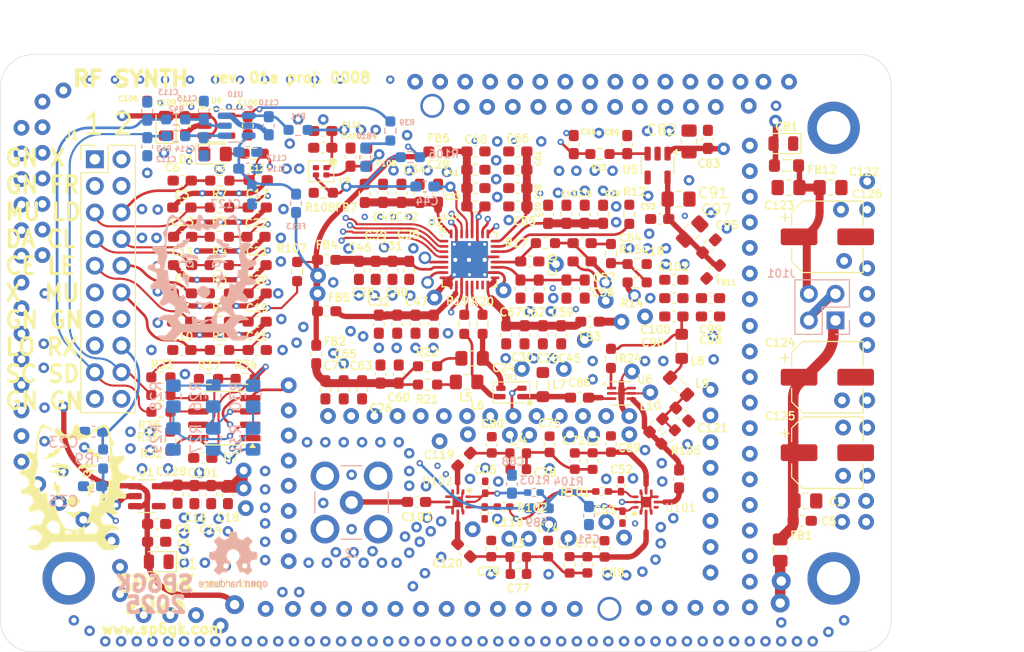
<source format=kicad_pcb>
(kicad_pcb (version 20240108) (generator "pcbnew") (generator_version "8.0")
  (layers (0 "F.Cu" signal) (1 "In1.Cu" signal) (2 "In2.Cu" signal) (31 "B.Cu" signal) (34 "B.Paste" user) (35 "F.Paste" user) (36 "B.SilkS" user "B.Silkscreen") (37 "F.SilkS" user "F.Silkscreen") (38 "B.Mask" user) (39 "F.Mask" user) (44 "Edge.Cuts" user))
  (net 0 "")
  (net 1 "/3V8")
  (net 2 "GND")
  (net 3 "Mute_RF")
  (net 4 "LD")
  (net 5 "CE")
  (net 6 "LE")
  (net 7 "MUX")
  (net 8 "DATA")
  (net 9 "Net-(U2-LD)")
  (net 10 "CLK")
  (net 11 "3V3_ADF")
  (net 12 "Net-(U2-MUXOUT)")
  (net 13 "Net-(U2-PDB_{RF})")
  (net 14 "Net-(U2-CE)")
  (net 15 "Net-(U2-LE)")
  (net 16 "Net-(U2-DATA)")
  (net 17 "Net-(U2-CLK)")
  (net 18 "Net-(U2-V_{p})")
  (net 19 "Net-(U2-AV_{DD})")
  (net 20 "Net-(U2-DV_{DD})")
  (net 21 "Net-(U2-SDV_{DD})")
  (net 22 "Net-(U2-V_{COM})")
  (net 23 "Net-(C24-Pad2)")
  (net 24 "Net-(U2-REF_{IN})")
  (net 25 "Net-(C36-Pad2)")
  (net 26 "Net-(U101-Vcc)")
  (net 27 "Net-(U101-Vctl)")
  (net 28 "Net-(U2-V_{REF})")
  (net 29 "Net-(U2-TEMP)")
  (net 30 "Net-(U2-CP_{OUT})")
  (net 31 "Net-(U101-RF1)")
  (net 32 "Net-(U101-RF2)")
  (net 33 "Net-(U2-V_{TUNE})")
  (net 34 "Net-(C60-Pad2)")
  (net 35 "Net-(C64-Pad1)")
  (net 36 "Net-(C71-Pad1)")
  (net 37 "Net-(C72-Pad1)")
  (net 38 "Net-(C120-Pad1)")
  (net 39 "LO_Buff_EN")
  (net 40 "Net-(C119-Pad1)")
  (net 41 "Net-(U6-IN)")
  (net 42 "/5V6")
  (net 43 "Net-(U6-OUT)")
  (net 44 "Net-(U5-EN)")
  (net 45 "Net-(U101-RFC)")
  (net 46 "~{RX_{EN}}")
  (net 47 "Net-(D1-A)")
  (net 48 "Net-(C86-Pad1)")
  (net 49 "I2C_SDA")
  (net 50 "I2C_SCL")
  (net 51 "Net-(L5-Pad1)")
  (net 52 "Net-(L5-Pad2)")
  (net 53 "Net-(L6-Pad2)")
  (net 54 "Net-(L6-Pad1)")
  (net 55 "Net-(L8-Pad1)")
  (net 56 "Net-(U5-VOUT)")
  (net 57 "Net-(U2-R_{SET})")
  (net 58 "Net-(U2-SW)")
  (net 59 "Net-(R14-Pad2)")
  (net 60 "Net-(U2-RF_{OUT}A+)")
  (net 61 "Net-(U2-RF_{OUT}A-)")
  (net 62 "Net-(U6-EN)")
  (net 63 "Net-(U7-A2)")
  (net 64 "Net-(U7-A1)")
  (net 65 "Net-(U7-A0)")
  (net 66 "Net-(U7-WP)")
  (net 70 "Net-(U102-RFC)")
  (net 71 "Net-(C100-Pad2)")
  (net 72 "Fref_IN")
  (net 73 "Net-(J2-In)")
  (net 74 "Net-(U7-SCL)")
  (net 75 "Net-(U7-SDA)")
  (net 76 "Net-(U102-Vctl)")
  (net 78 "unconnected-(J1-Pin_2-Pad2)")
  (net 79 "V_VCTCXO")
  (net 80 "Net-(U8-VDD)")
  (net 81 "Net-(U10-VOUT)")
  (net 82 "Net-(U10-SDA)")
  (net 83 "Net-(U10-SCL)")
  (net 84 "Net-(U10-VDD)")
  (net 85 "Net-(FB10-Pad1)")
  (net 87 "VCTCXO_Out")
  (net 88 "3V3_VCTCXO")
  (net 89 "Net-(U102-RF2)")
  (net 90 "Net-(U102-RF1)")
  (net 91 "/3V3_LS")
  (net 92 "Net-(C121-Pad2)")
  (net 93 "/3V3_ATT")
  (net 95 "Net-(J101-Pin_1)")
  (net 96 "Net-(J101-Pin_4)")
  (footprint "Capacitor_SMD:C_0603_1608Metric_Pad1.08x0.95mm_HandSolder" (layer "F.Cu") (at 98.8 53.6 90)
    (property "Reference" "C39")
    (property "Value" "1n")
  )
  (footprint "Capacitor_SMD:C_0603_1608Metric_Pad1.08x0.95mm_HandSolder" (layer "F.Cu") (at 99.1 58.7375 90)
    (property "Reference" "C26")
    (property "Value" "1u")
  )
  (footprint "Capacitor_SMD:C_0603_1608Metric_Pad1.08x0.95mm_HandSolder" (layer "F.Cu") (at 83.1 75 90)
    (property "Reference" "C14")
    (property "Value" "1u")
  )
  (footprint "Resistor_SMD:R_0603_1608Metric_Pad0.98x0.95mm_HandSolder" (layer "F.Cu") (at 123.75 53)
    (property "Reference" "R18")
    (property "Value" "0/DNP")
  )
  (footprint "Capacitor_SMD:C_0603_1608Metric_Pad1.08x0.95mm_HandSolder" (layer "F.Cu") (at 130.75 58 180)
    (property "Reference" "C98")
    (property "Value" "1n")
  )
  (footprint "Capacitor_SMD:C_0603_1608Metric_Pad1.08x0.95mm_HandSolder" (layer "F.Cu") (at 112.3625 45.75)
    (property "Reference" "C58")
    (property "Value" "1n")
  )
  (footprint "Resistor_SMD:R_0603_1608Metric_Pad0.98x0.95mm_HandSolder" (layer "F.Cu") (at 103.75 64.5)
    (property "Reference" "R21")
    (property "Value" "25")
  )
  (footprint "Capacitor_SMD:C_0402_1005Metric_Pad0.74x0.62mm_HandSolder" (layer "F.Cu") (at 109.25 74.3 -90)
    (property "Reference" "C85")
    (property "Value" "10n")
  )
  (footprint "Capacitor_SMD:C_0603_1608Metric_Pad1.08x0.95mm_HandSolder" (layer "F.Cu") (at 98 42.8 -90)
    (property "Reference" "C105")
    (property "Value" "100n")
  )
  (footprint "Capacitor_SMD:C_0603_1608Metric" (layer "F.Cu") (at 121.25 70.175 -90)
    (property "Reference" "C69")
    (property "Value" "3.3p")
  )
  (footprint "Capacitor_SMD:C_0603_1608Metric_Pad1.08x0.95mm_HandSolder" (layer "F.Cu") (at 130.5 41.1 -90)
    (property "Reference" "C83")
    (property "Value" "100n")
  )
  (footprint "Capacitor_SMD:C_0402_1005Metric_Pad0.74x0.62mm_HandSolder" (layer "F.Cu") (at 122.2 74.15 -90)
    (property "Reference" "C52")
    (property "Value" "1n")
  )
  (footprint "Capacitor_SMD:C_0603_1608Metric_Pad1.08x0.95mm_HandSolder" (layer "F.Cu") (at 112.3625 44)
    (property "Reference" "C61")
    (property "Value" "10n")
  )
  (footprint "Capacitor_SMD:C_0603_1608Metric_Pad1.08x0.95mm_HandSolder" (layer "F.Cu") (at 97.2 53.6 90)
    (property "Reference" "C46")
    (property "Value" "100p")
  )
  (footprint "Capacitor_SMD:C_0603_1608Metric_Pad1.08x0.95mm_HandSolder" (layer "F.Cu") (at 101 63.5 -90)
    (property "Reference" "C60")
    (property "Value" "1u")
  )
  (footprint "Inductor_SMD:L_0805_2012Metric_Pad1.05x1.20mm_HandSolder" (layer "F.Cu") (at 114.75 64.5 -90)
    (property "Reference" "L7")
    (property "Value" "27n")
  )
  (footprint "Capacitor_SMD:C_0603_1608Metric_Pad1.08x0.95mm_HandSolder" (layer "F.Cu") (at 130.6 51.3 -135)
    (property "Reference" "C95")
    (property "Value" "100n")
  )
  (footprint "Diode_SMD:D_0805_2012Metric_Pad1.15x1.40mm_HandSolder" (layer "F.Cu") (at 83.475 42.5)
    (property "Reference" "D1")
    (property "Value" "Green")
  )
  (footprint "Resistor_SMD:R_0603_1608Metric_Pad0.98x0.95mm_HandSolder" (layer "F.Cu") (at 79.2 69.9 90)
    (property "Reference" "R32")
    (property "Value" "3.3k")
  )
  (footprint "Inductor_SMD:L_0603_1608Metric_Pad1.05x0.95mm_HandSolder" (layer "F.Cu") (at 97.75 46.25 -90)
    (property "Reference" "FB7")
    (property "Value" "BLM18AG102SN1D")
  )
  (footprint "Resistor_SMD:R_0603_1608Metric_Pad0.98x0.95mm_HandSolder" (layer "F.Cu") (at 115 51 180)
    (property "Reference" "R17")
    (property "Value" "680")
  )
  (footprint "Resistor_SMD:R_0603_1608Metric_Pad0.98x0.95mm_HandSolder" (layer "F.Cu") (at 107.25 58.75 -90)
    (property "Reference" "R19")
    (property "Value" "0")
  )
  (footprint "Capacitor_SMD:C_0603_1608Metric" (layer "F.Cu") (at 119 81.7 90)
    (property "Reference" "C71")
    (property "Value" "1p")
  )
  (footprint "Resistor_SMD:R_0603_1608Metric_Pad0.98x0.95mm_HandSolder" (layer "F.Cu") (at 83.8875 58.5)
    (property "Reference" "R6")
    (property "Value" "1k/DNC")
  )
  (footprint "Capacitor_SMD:C_0603_1608Metric" (layer "F.Cu") (at 115.4 70.2 -90)
    (property "Reference" "C75")
    (property "Value" "6.2p")
  )
  (footprint "Capacitor_SMD:C_0603_1608Metric_Pad1.08x0.95mm_HandSolder" (layer "F.Cu") (at 111.25 59.75 90)
    (property "Reference" "C24")
    (property "Value" "1u")
  )
  (footprint "Capacitor_SMD:CP_Elec_6.3x5.8" (layer "F.Cu") (at 141.9 71)
    (property "Reference" "C125")
    (property "Value" "100u")
  )
  (footprint "Resistor_SMD:R_0603_1608Metric_Pad0.98x0.95mm_HandSolder" (layer "F.Cu") (at 121.25 62 -90)
    (property "Reference" "R24")
    (property "Value" "2.2k")
  )
  (footprint "Resistor_SMD:R_0603_1608Metric_Pad0.98x0.95mm_HandSolder" (layer "F.Cu") (at 123 48.25 90)
    (property "Reference" "R12")
    (property "Value" "5.1k")
  )
  (footprint "Capacitor_SMD:C_0805_2012Metric_Pad1.18x1.45mm_HandSolder" (layer "F.Cu") (at 128.7 41.3 -90)
    (property "Reference" "C82")
    (property "Value" "1u")
  )
  (footprint "Inductor_SMD:L_0603_1608Metric" (layer "F.Cu") (at 117.3 81.7 -90)
    (property "Reference" "L1")
    (property "Value" "20n")
  )
  (footprint "Capacitor_SMD:C_0805_2012Metric_Pad1.18x1.45mm_HandSolder" (layer "F.Cu") (at 127.7 46.8 180)
    (property "Reference" "C91")
    (property "Value" "1u")
  )
  (footprint "Inductor_SMD:L_0805_2012Metric_Pad1.05x1.20mm_HandSolder" (layer "F.Cu") (at 128 60.85 90)
    (property "Reference" "L8")
    (property "Value" "1u")
  )
  (footprint "Capacitor_SMD:C_0603_1608Metric_Pad1.08x0.95mm_HandSolder" (layer "F.Cu") (at 117 55.3875 90)
    (property "Reference" "C59")
    (property "Value" "1n")
  )
  (footprint "Capacitor_SMD:C_0603_1608Metric_Pad1.08x0.95mm_HandSolder" (layer "F.Cu") (at 108.3625 45.75 180)
    (property "Reference" "C33")
    (property "Value" "100n")
  )
  (footprint "Capacitor_SMD:C_0603_1608Metric_Pad1.08x0.95mm_HandSolder" (layer "F.Cu") (at 80.3375 45.0375)
    (property "Reference" "C6")
    (property "Value" "100p")
  )
  (footprint "Capacitor_SMD:C_0603_1608Metric_Pad1.08x0.95mm_HandSolder" (layer "F.Cu") (at 93.75 40.3)
    (property "Reference" "C111")
    (property "Value" "100n")
  )
  (footprint "Capacitor_SMD:C_0603_1608Metric_Pad1.08x0.95mm_HandSolder" (layer "F.Cu") (at 108.3625 42.25 180)
    (property "Reference" "C48")
    (property "Value" "100p")
  )
  (footprint "Capacitor_SMD:C_0603_1608Metric_Pad1.08x0.95mm_HandSolder" (layer "F.Cu") (at 102.7 75.7 180)
    (property "Reference" "C103")
    (property "Value" "1n")
  )
  (footprint "Capacitor_SMD:C_0603_1608Metric_Pad1.08x0.95mm_HandSolder" (layer "F.Cu") (at 118.75 55.3875 90)
    (property "Reference" "C56")
    (property "Value" "100p")
  )
  (footprint "Capacitor_SMD:C_0805_2012Metric_Pad1.18x1.45mm_HandSolder" (layer "F.Cu") (at 138.2 45.7)
    (property "Reference" "C123")
    (property "Value" "100n")
  )
  (footprint "RF_baluns_custom_footprints:ATB2012" (layer "F.Cu") (at 111.75 65.25 180)
    (property "Reference" "TR1")
    (property "Value" "ATB2012")
  )
  (footprint "Capacitor_SMD:C_0603_1608Metric_Pad1.08x0.95mm_HandSolder" (layer "F.Cu") (at 80.3 47.6)
    (property "Reference" "C3")
    (property "Value" "100p")
  )
  (footprint "Capacitor_SMD:C_0603_1608Metric_Pad1.08x0.95mm_HandSolder" (layer "F.Cu") (at 118.5 52.75)
    (property "Reference" "C57")
    (property "Value" "2.7n")
  )
  (footprint "Capacitor_SMD:C_0603_1608Metric_Pad1.08x0.95mm_HandSolder" (layer "F.Cu") (at 79.9 74.9625 90)
    (property "Reference" "C128")
    (property "Value" "1u")
  )
  (footprint "Capacitor_SMD:C_0603_1608Metric_Pad1.08x0.95mm_HandSolder" (layer "F.Cu") (at 87.5 61.2 180)
    (property "Reference" "C15")
    (property "Value" "100p")
  )
  (footprint "Inductor_SMD:L_0603_1608Metric" (layer "F.Cu") (at 112.4 71.05 180)
    (property "Reference" "L4")
    (property "Value" "10n")
  )
  (footprint "Capacitor_SMD:C_0603_1608Metric_Pad1.08x0.95mm_HandSolder" (layer "F.Cu") (at 112.3625 47.5)
    (property "Reference" "C55")
    (property "Value" "100p")
  )
  (footprint "Capacitor_SMD:C_0603_1608Metric" (layer "F.Cu") (at 117.8 71.8 90)
    (property "Reference" "C72")
    (property "Value" "1p")
  )
  (footprint "LED_SMD:LED_0805_2012Metric" (layer "F.Cu") (at 78.1 81.4 180)
    (property "Reference" "C1")
    (property "Value" "10u")
  )
  (footprint "Resistor_SMD:R_0603_1608Metric_Pad0.98x0.95mm_HandSolder" (layer "F.Cu") (at 126.7 69.5 -135)
    (property "Reference" "R105")
    (property "Value" "1k")
  )
  (footprint "Resistor_SMD:R_0603_1608Metric_Pad0.98x0.95mm_HandSolder" (layer "F.Cu") (at 83.925 45.0375)
    (property "Reference" "R2")
    (property "Value" "1k")
  )
  (footprint "Resistor_SMD:R_0603_1608Metric_Pad0.98x0.95mm_HandSolder" (layer "F.Cu") (at 103.75 62.75)
    (property "Reference" "R22")
    (property "Value" "25")
  )
  (footprint "Inductor_SMD:L_0603_1608Metric_Pad1.05x0.95mm_HandSolder" (layer "F.Cu") (at 131 53.75 45)
    (property "Reference" "FB11")
    (property "Value" "BLM18AG102SN1D")
  )
  (footprint "Package_TO_SOT_SMD:SOT-23-5" (layer "F.Cu") (at 83.6 39.8)
    (property "Reference" "U9")
    (property "Value" "NCP163ASN330T1G")
  )
  (footprint "Capacitor_SMD:C_0603_1608Metric_Pad1.08x0.95mm_HandSolder" (layer "F.Cu") (at 87.475 53.1 180)
    (property "Reference" "C21")
    (property "Value" "100p")
  )
  (footprint "Capacitor_SMD:C_0603_1608Metric_Pad1.08x0.95mm_HandSolder" (layer "F.Cu") (at 104.75 46.25 -90)
    (property "Reference" "C28")
    (property "Value" "1u")
  )
  (footprint "Capacitor_SMD:C_0603_1608Metric_Pad1.08x0.95mm_HandSolder" (layer "F.Cu") (at 99.26 63.5 -90)
    (property "Reference" "C76")
    (property "Value" "100p")
  )
  (footprint "Capacitor_SMD:C_0603_1608Metric_Pad1.08x0.95mm_HandSolder" (layer "F.Cu") (at 113 59.75 90)
    (property "Reference" "C30")
    (property "Value" "100n")
  )
  (footprint "Capacitor_SMD:C_0805_2012Metric_Pad1.18x1.45mm_HandSolder" (layer "F.Cu") (at 129 49.9 -135)
    (property "Reference" "C97")
    (property "Value" "1u")
  )
  (footprint "Capacitor_SMD:C_0603_1608Metric_Pad1.08x0.95mm_HandSolder" (layer "F.Cu") (at 118.5 51 180)
    (property "Reference" "C64")
    (property "Value" "39n")
  )
  (footprint "Capacitor_SMD:C_0603_1608Metric_Pad1.08x0.95mm_HandSolder" (layer "F.Cu") (at 120.5 48.25 -90)
    (property "Reference" "C29")
    (property "Value" "100n")
  )
  (footprint "Capacitor_SMD:C_0603_1608Metric_Pad1.08x0.95mm_HandSolder" (layer "F.Cu") (at 104.35 58.7375 90)
    (property "Reference" "C47")
    (property "Value" "100p")
  )
  (footprint "Capacitor_SMD:C_0603_1608Metric_Pad1.08x0.95mm_HandSolder" (layer "F.Cu") (at 112.3625 42.25)
    (property "Reference" "C66")
    (property "Value" "100n")
  )
  (footprint "Resistor_SMD:R_0603_1608Metric_Pad0.98x0.95mm_HandSolder" (layer "F.Cu") (at 123.75 54.75)
    (property "Reference" "R14")
    (property "Value" "0/DNP")
  )
  (footprint "Capacitor_SMD:C_0603_1608Metric_Pad1.08x0.95mm_HandSolder" (layer "F.Cu") (at 127.25 54.5)
    (property "Reference" "C102")
    (property "Value" "1u")
  )
  (footprint "Capacitor_SMD:C_0402_1005Metric_Pad0.74x0.62mm_HandSolder" (layer "F.Cu") (at 109.2 76.75 90)
    (property "Reference" "C118")
    (property "Value" "1n")
  )
  (footprint "Resistor_SMD:R_0603_1608Metric_Pad0.98x0.95mm_HandSolder" (layer "F.Cu") (at 82.85 63.95 180)
    (property "Reference" "R37")
    (property "Value" "0")
  )
  (footprint "Inductor_SMD:L_0603_1608Metric_Pad1.05x0.95mm_HandSolder" (layer "F.Cu") (at 94.125 52.6)
    (property "Reference" "FB4")
    (property "Value" "BLM18AG102SN1D")
  )
  (footprint "Capacitor_SMD:C_0603_1608Metric_Pad1.08x0.95mm_HandSolder" (layer "F.Cu") (at 102.6 58.7375 90)
    (property "Reference" "C40")
    (property "Value" "1n")
  )
  (footprint "Capacitor_SMD:C_0603_1608Metric_Pad1.08x0.95mm_HandSolder" (layer "F.Cu") (at 108.3625 47.5 180)
    (property "Reference" "C27")
    (property "Value" "1u")
  )
  (footprint "Capacitor_SMD:C_0603_1608Metric_Pad1.08x0.95mm_HandSolder" (layer "F.Cu") (at 80.2875 58.5)
    (property "Reference" "C7")
    (property "Value" "100p")
  )
  (footprint "Capacitor_SMD:C_0603_1608Metric_Pad1.08x0.95mm_HandSolder" (layer "F.Cu") (at 77 38.3375 -90)
    (property "Reference" "C106")
    (property "Value" "1u")
  )
  (footprint "Inductor_SMD:L_0603_1608Metric_Pad1.05x0.95mm_HandSolder" (layer "F.Cu") (at 93.125 61.625 -90)
    (property "Reference" "FB2")
    (property "Value" "BLM18AG102SN1D")
  )
  (footprint "Capacitor_SMD:C_0603_1608Metric_Pad1.08x0.95mm_HandSolder" (layer "F.Cu") (at 125.9 48.7)
    (property "Reference" "C93")
    (property "Value" "100n")
  )
  (footprint "Resistor_SMD:R_0603_1608Metric_Pad0.98x0.95mm_HandSolder" (layer "F.Cu") (at 121.25 52 -90)
    (property "Reference" "R15")
    (property "Value" "360")
  )
  (footprint "Capacitor_SMD:C_0603_1608Metric_Pad1.08x0.95mm_HandSolder" (layer "F.Cu") (at 99.5 46.25 -90)
    (property "Reference" "C49")
    (property "Value" "100p")
  )
  (footprint "Resistor_SMD:R_0603_1608Metric_Pad0.98x0.95mm_HandSolder" (layer "F.Cu") (at 109 58.75 -90)
    (property "Reference" "R20")
    (property "Value" "0")
  )
  (footprint "Capacitor_SMD:C_0805_2012Metric_Pad1.18x1.45mm_HandSolder" (layer "F.Cu") (at 142.2 45.7 180)
    (property "Reference" "C122")
    (property "Value" "1u")
  )
  (footprint "Capacitor_SMD:C_0603_1608Metric_Pad1.08x0.95mm_HandSolder" (layer "F.Cu") (at 93.75 41.9)
    (property "Reference" "C92")
    (property "Value" "1u")
  )
  (footprint "Capacitor_SMD:C_0603_1608Metric_Pad1.08x0.95mm_HandSolder" (layer "F.Cu") (at 127.25 56.25)
    (property "Reference" "C100")
    (property "Value" "100n")
  )
  (footprint "Capacitor_SMD:C_0603_1608Metric" (layer "F.Cu") (at 115.25 80.15 -90)
    (property "Reference" "C74")
    (property "Value" "11p")
  )
  (footprint "Capacitor_SMD:C_0603_1608Metric_Pad1.08x0.95mm_HandSolder" (layer "F.Cu") (at 94 65 90)
    (property "Reference" "C73")
    (property "Value" "1n")
  )
  (footprint "Capacitor_SMD:C_0603_1608Metric_Pad1.08x0.95mm_HandSolder" (layer "F.Cu") (at 80.375 53.1)
    (property "Reference" "C11")
    (property "Value" "100p")
  )
  (footprint "Capacitor_SMD:C_0603_1608Metric_Pad1.08x0.95mm_HandSolder" (layer "F.Cu") (at 77.9 77.8 180)
    (property "Reference" "C8")
    (property "Value" "100n")
  )
  (footprint "Resistor_SMD:R_0603_1608Metric_Pad0.98x0.95mm_HandSolder" (layer "F.Cu") (at 83.8875 55.8)
    (property "Reference" "R5")
    (property "Value" "1k")
  )
  (footprint "Symbol:OSHW-Logo2_7.3x6mm_SilkScreen" (layer "F.Cu") (at 85.2 81.3)
    (property "Reference" "REF**" (hide yes))
    (property "Value" "OSHW-Logo2_7.3x6mm_SilkScreen" (hide yes))
  )
  (footprint "Capacitor_SMD:C_0603_1608Metric_Pad1.08x0.95mm_HandSolder" (layer "F.Cu") (at 117.7 41.6 -90)
    (property "Reference" "C84")
    (property "Value" "100p")
  )
  (footprint "Capacitor_SMD:C_0603_1608Metric_Pad1.08x0.95mm_HandSolder" (layer "F.Cu") (at 117 48.25 -90)
    (property "Reference" "C43")
    (property "Value" "1n")
  )
  (footprint "Capacitor_SMD:C_0603_1608Metric_Pad1.08x0.95mm_HandSolder" (layer "F.Cu") (at 84.7 75 90)
    (property "Reference" "C18")
    (property "Value" "100n")
  )
  (footprint "Capacitor_SMD:C_0603_1608Metric" (layer "F.Cu") (at 120.6375 80.175 -90)
    (property "Reference" "C68")
    (property "Value" "6.8p")
  )
  (footprint "Capacitor_SMD:C_0603_1608Metric_Pad1.08x0.95mm_HandSolder" (layer "F.Cu") (at 80.3 61.2)
    (property "Reference" "C10")
    (property "Value" "100p")
  )
  (footprint "Package_DFN_QFN:DFN-6-1EP_2x2mm_P0.5mm_EP0.6x1.37mm" (layer "F.Cu") (at 122.25 65.34)
    (property "Reference" "U6")
    (property "Value" "GRF2105")
  )
  (footprint "Capacitor_SMD:C_0603_1608Metric_Pad1.08x0.95mm_HandSolder" (layer "F.Cu") (at 139.5 77.5 180)
    (property "Reference" "C5")
    (property "Value" "100n")
  )
  (footprint "Resistor_SMD:R_0603_1608Metric_Pad0.98x0.95mm_HandSolder" (layer "F.Cu") (at 86.35 63.95 180)
    (property "Reference" "R34")
    (property "Value" "DNP")
  )
  (footprint "Capacitor_SMD:C_0603_1608Metric" (layer "F.Cu") (at 112.4125 72.575)
    (property "Reference" "C78")
    (property "Value" "1.2p")
  )
  (footprint "Resistor_SMD:R_0603_1608Metric_Pad0.98x0.95mm_HandSolder" (layer "F.Cu") (at 87.195 42.465 180)
    (property "Reference" "R16" (hide yes))
    (property "Value" "Rx")
  )
  (footprint "Capacitor_SMD:C_0603_1608Metric" (layer "F.Cu") (at 112.425 82.575)
    (property "Reference" "C77")
    (property "Value" "2p")
  )
  (footprint "Capacitor_SMD:C_0603_1608Metric_Pad1.08x0.95mm_HandSolder" (layer "F.Cu") (at 115.25 48.25 -90)
    (property "Reference" "C50")
    (property "Value" "100p")
  )
  (footprint "Resistor_SMD:R_0603_1608Metric_Pad0.98x0.95mm_HandSolder" (layer "F.Cu") (at 120.2 42.5)
    (property "Reference" "R23")
    (property "Value" "1k")
  )
  (footprint "Resistor_SMD:R_0603_1608Metric_Pad0.98x0.95mm_HandSolder" (layer "F.Cu") (at 78.3125 67.1 180)
    (property "Reference" "R36")
    (property "Value" "100")
  )
  (footprint "Capacitor_SMD:C_0603_1608Metric_Pad1.08x0.95mm_HandSolder" (layer "F.Cu") (at 128.05 67.35 135)
    (property "Reference" "C121")
    (property "Value" "1n")
  )
  (footprint "Capacitor_SMD:C_0603_1608Metric_Pad1.08x0.95mm_HandSolder" (layer "F.Cu") (at 102 53.6 90)
    (property "Reference" "C25")
    (property "Value" "1u")
  )
  (footprint "Resistor_SMD:R_0402_1005Metric_Pad0.72x0.64mm_HandSolder" (layer "F.Cu") (at 120.4025 74.7)
    (property "Reference" "R101")
    (property "Value" "1k")
  )
  (footprint "Inductor_SMD:L_0805_2012Metric_Pad1.15x1.40mm_HandSolder" (layer "F.Cu") (at 107.475 64.25)
    (property "Reference" "L5")
    (property "Value" "100n")
  )
  (footprint "Capacitor_SMD:C_0603_1608Metric_Pad1.08x0.95mm_HandSolder" (layer "F.Cu") (at 118.75 48.25 -90)
    (property "Reference" "C35")
    (property "Value" "10n")
  )
  (footprint "Capacitor_SMD:C_0603_1608Metric_Pad1.08x0.95mm_HandSolder" (layer "F.Cu") (at 95.75 65 90)
    (property "Reference" "C65")
    (property "Value" "10n")
  )
  (footprint "Capacitor_SMD:C_0603_1608Metric_Pad1.08x0.95mm_HandSolder" (layer "F.Cu") (at 107.225 80.3 135)
    (property "Reference" "C120")
    (property "Value" "1n")
  )
  (footprint "Inductor_SMD:L_0603_1608Metric_Pad1.05x0.95mm_HandSolder" (layer "F.Cu") (at 125.55 68.4 45)
    (property "Reference" "L10")
    (property "Value" "100n")
  )
  (footprint "Custom_RF_Shielding_footprints:MS4830-10" (layer "F.Cu") (at 112.65 61.9 -90)
    (property "Reference" "J3" (hide yes))
    (property "Value" "RFShield_TwoPieces" (hide yes))
  )
  (footprint "Capacitor_SMD:C_0603_1608Metric_Pad1.08x0.95mm_HandSolder" (layer "F.Cu") (at 127.25 58)
    (property "Reference" "C96")
    (property "Value" "100p")
  )
  (footprint "Resistor_SMD:R_0603_1608Metric_Pad0.98x0.95mm_HandSolder" (layer "F.Cu") (at 83.9 61.2)
    (property "Reference" "R1")
    (property "Value" "1k")
  )
  (footprint "Capacitor_SMD:C_0805_2012Metric_Pad1.18x1.45mm_HandSolder" (layer "F.Cu") (at 139.8 75.6 180)
    (property "Reference" "C2")
    (property "Value" "1u")
  )
  (footprint "Capacitor_SMD:C_0603_1608Metric" (layer "F.Cu") (at 109.875 70.25 -90)
    (property "Reference" "C80")
    (property "Value" "3.3p")
  )
  (footprint "Capacitor_SMD:C_0603_1608Metric_Pad1.08x0.95mm_HandSolder" (layer "F.Cu") (at 81.5 75 90)
    (property "Reference" "C16")
    (property "Value" "1u")
  )
  (footprint "Resistor_SMD:R_0402_1005Metric_Pad0.72x0.64mm_HandSolder" (layer "F.Cu") (at 111 76.15 180)
    (property "Reference" "R102")
    (property "Value" "1k")
  )
  (footprint "Capacitor_SMD:C_0603_1608Metric_Pad1.08x0.95mm_HandSolder" (layer "F.Cu") (at 130.75 56.25 180)
    (property "Reference" "C99")
    (property "Value" "10n")
  )
  (footprint "RF_Switches_footprints:F2976" (layer "F.Cu") (at 106.6375 75.7 -90)
    (property "Reference" "U102")
    (property "Value" "F2976")
  )
  (footprint "Capacitor_SMD:C_0603_1608Metric_Pad1.08x0.95mm_HandSolder" (layer "F.Cu") (at 116.5 59.75 90)
    (property "Reference" "C45")
    (property "Value" "100p")
  )
  (footprint "Package_TO_SOT_SMD:SOT-23-5" (layer "F.Cu") (at 125.7 43.6 -90)
    (property "Reference" "U5")
    (property "Value" "NCP163ASN500T1G")
  )
  (footprint "Resistor_SMD:R_0603_1608Metric_Pad0.98x0.95mm_HandSolder" (layer "F.Cu") (at 83.875 50.4)
    (property "Reference" "R3")
    (property "Value" "1k")
  )
  (footprint "Capacitor_SMD:C_0603_1608Metric_Pad1.08x0.95mm_HandSolder" (layer "F.Cu") (at 87.375 50.4 180)
    (property "Reference" "C22")
    (property "Value" "100p")
  )
  (footprint "RF_Switches_footprints:F2976" (layer "F.Cu") (at 124.6 75.7125 90)
    (property "Reference" "U101")
    (property "Value" "F2976")
  )
  (footprint "Capacitor_SMD:C_0603_1608Metric_Pad1.08x0.95mm_HandSolder" (layer "F.Cu") (at 122.8 41.6 -90)
    (property "Reference" "C89")
    (property "Value" "100p")
  )
  (footprint "Resistor_SMD:R_0603_1608Metric_Pad0.98x0.95mm_HandSolder" (layer "F.Cu") (at 78.3 63.8)
    (property "Reference" "R33")
    (property "Value" "3.3k")
  )
  (footprint "Capacitor_SMD:C_0603_1608Metric_Pad1.08x0.95mm_HandSolder" (layer "F.Cu") (at 87.5875 44.9875 180)
    (property "Reference" "C12")
    (property "Value" "100p")
  )
  (footprint "Capacitor_SMD:CP_Elec_6.3x5.8" (layer "F.Cu") (at 141.9 50.4)
    (property "Reference" "C126")
    (property "Value" "100u")
  )
  (footprint "Inductor_SMD:L_0603_1608Metric_Pad1.05x0.95mm_HandSolder" (layer "F.Cu") (at 119.25 58.5 180)
    (property "Reference" "FB3")
    (property "Value" "BLM18AG102SN1D")
  )
  (footprint "Inductor_SMD:L_0805_2012Metric_Pad1.05x1.20mm_HandSolder" (layer "F.Cu") (at 127.7 64.65 135)
    (property "Reference" "L9")
    (property "Value" "100n")
  )
  (footprint "Capacitor_SMD:C_0603_1608Metric_Pad1.08x0.95mm_HandSolder" (layer "F.Cu") (at 80.35 55.8)
    (property "Reference" "C9")
    (property "Value" "100p")
  )
  (footprint "Resistor_SMD:R_0603_1608Metric_Pad0.98x0.95mm_HandSolder" (layer "F.Cu") (at 78.3 65.5 180)
    (property "Reference" "R35")
    (property "Value" "100")
  )
  (footprint "Inductor_SMD:L_0805_2012Metric_Pad1.15x1.40mm_HandSolder" (layer "F.Cu") (at 137.4 80.3 90)
    (property "Reference" "FB1")
    (property "Value" "BLM18AG102SN1D")
  )
  (footprint "LED_SMD:LED_0805_2012Metric" (layer "F.Cu") (at 78.8 39.8 90)
    (property "Reference" "C109")
    (property "Value" "10u")
  )
  (footprint "Capacitor_SMD:C_0603_1608Metric_Pad1.08x0.95mm_HandSolder" (layer "F.Cu") (at 127.75 73.5 -90)
    (property "Reference" "C94" (hide yes))
    (property "Value" "1n")
  )
  (footprint "Inductor_SMD:L_0603_1608Metric_Pad1.05x0.95mm_HandSolder" (layer "F.Cu") (at 94.125 57.5)
    (property "Reference" "FB5")
    (property "Value" "BLM18AG102SN1D")
  )
  (footprint "Inductor_SMD:L_0603_1608Metric" (layer "F.Cu") (at 112.4 80.95 180)
    (property "Reference" "L3")
    (property "Value" "16n")
  )
  (footprint "Capacitor_SMD:C_0603_1608Metric_Pad1.08x0.95mm_HandSolder" (layer "F.Cu") (at 82.3 71.5 180)
    (property "Reference" "C101")
    (property "Value" "100n")
  )
  (footprint "Capacitor_SMD:CP_Elec_6.3x5.8" (layer "F.Cu") (at 141.9 63.8)
    (property "Reference" "C124")
    (property "Value" "100u")
  )
  (footprint "Inductor_SMD:L_0805_2012Metric_Pad1.05x1.20mm_HandSolder" (layer "F.Cu") (at 138 43.6 180)
    (property "Reference" "FB12")
    (property "Value" "BLM18AG102SN1D")
  )
  (footprint "Capacitor_SMD:C_0603_1608Metric_Pad1.08x0.95mm_HandSolder" (layer "F.Cu") (at 86.6 39.8 90)
    (property "Reference" "C108")
    (property "Value" "1u")
  )
  (footprint "Capacitor_SMD:C_0603_1608Metric_Pad1.08x0.95mm_HandSolder" (layer "F.Cu") (at 107.225 71.65 -135)
    (property "Reference" "C119")
    (property "Value" "1n")
  )
  (footprint "Inductor_SMD:L_0603_1608Metric_Pad1.05x0.95mm_HandSolder" (layer "F.Cu") (at 104.75 42.25)
    (property "Reference" "FB6")
    (property "Value" "BLM18AG102SN1D")
  )
  (footprint "Capacitor_SMD:C_0603_1608Metric_Pad1.08x0.95mm_HandSolder" (layer "F.Cu") (at 87.4875 58.5 180)
    (property "Reference" "C19")
    (property "Value" "100p")
  )
  (footprint "Abracom_AVTX14:AbracomAVTX_14" (layer "F.Cu") (at 93.6 44.15 180)
    (property "Reference" "U8")
    (property "Value" "AVTX-14-E-48.000MHZ")
  )
  (footprint "Capacitor_SMD:C_0603_1608Metric_Pad1.08x0.95mm_HandSolder" (layer "F.Cu") (at 112.6125 55.3875 90)
    (property "Reference" "C67")
    (property "Value" "100n")
  )
  (footprint "Package_TO_SOT_SMD:SOT-23-5" (layer "F.Cu") (at 76.9625 75.15)
    (property "Reference" "U1")
    (property "Value" "NCP163ASN330T1G")
  )
  (footprint "Resistor_SMD:R_0603_1608Metric_Pad0.98x0.95mm_HandSolder" (layer "F.Cu") (at 83.875 53.1)
    (property "Reference" "R4")
    (property "Value" "1k")
  )
  (footprint "Capacitor_SMD:C_0603_1608Metric_Pad1.08x0.95mm_HandSolder" (layer "F.Cu") (at 77.9 79.5 180)
    (property "Reference" "C4")
    (property "Value" "1u")
  )
  (footprint "Resistor_SMD:R_0603_1608Metric_Pad0.98x0.95mm_HandSolder" (layer "F.Cu") (at 91.3 53.7125 90)
    (property "Reference" "R107")
    (property "Value" "DNC/1k")
  )
  (footprint "Capacitor_SMD:C_0603_1608Metric_Pad1.08x0.95mm_HandSolder" (layer "F.Cu") (at 80.375 50.4)
    (property "Reference" "C13")
    (property "Value" "100p")
  )
  (footprint "Package_CSP:LFCSP-32-1EP_5x5mm_P0.5mm_EP3.5x3.5mm_ThermalVias" (layer "F.Cu") (at 107.75 52.5625)
    (property "Reference" "U2")
    (property "Value" "ADF4351")
  )
  (footprint "Capacitor_SMD:C_0603_1608Metric_Pad1.08x0.95mm_HandSolder" (layer "F.Cu") (at 97.5 65 90)
    (property "Reference" "C63")
    (property "Value" "100n")
  )
  (footprint "Resistor_SMD:R_0603_1608Metric_Pad0.98x0.95mm_HandSolder" (layer "F.Cu") (at 83.9 47.6)
    (property "Reference" "R7")
    (property "Value" "1k")
  )
  (footprint "Package_SO:SOIC-8_3.9x4.9mm_P1.27mm" (layer "F.Cu") (at 84.35 67.7 180)
    (property "Reference" "U7")
    (property "Value" "24LC64")
  )
  (footprint "Capacitor_SMD:C_0603_1608Metric_Pad1.08x0.95mm_HandSolder" (layer "F.Cu") (at 101.25 46.25 -90)
    (property "Reference" "C42")
    (property "Value" "1n")
  )
  (footprint "Capacitor_SMD:C_0603_1608Metric_Pad1.08x0.95mm_HandSolder" (layer "F.Cu") (at 87.4875 55.8 180)
    (property "Reference" "C20")
    (property "Value" "100p")
  )
  (footprint "Capacitor_SMD:C_0603_1608Metric_Pad1.08x0.95mm_HandSolder" (layer "F.Cu") (at 100.4 53.6 90)
    (property "Reference" "C31")
    (property "Value" "100n")
  )
  (footprint "Capacitor_SMD:C_0603_1608Metric" (layer "F.Cu") (at 109.825 80.15 -90)
    (property "Reference" "C79")
    (property "Value" "5.6p")
  )
  (footprint "Capacitor_SMD:C_0402_1005Metric_Pad0.74x0.62mm_HandSolder" (layer "F.Cu") (at 122.35 77.15 90)
    (property "Reference" "C53")
    (property "Value" "10n")
  )
  (footprint "LED_SMD:LED_0805_2012Metric" (layer "F.Cu") (at 137.7 41.5 180)
    (property "Reference" "C81")
    (property "Value" "10u")
  )
  (footprint "Capacitor_SMD:C_0603_1608Metric_Pad1.08x0.95mm_HandSolder" (layer "F.Cu") (at 118.25 65.75)
    (property "Reference" "C86")
    (property "Value" "1n")
  )
  (footprint "Capacitor_SMD:C_0603_1608Metric_Pad1.08x0.95mm_HandSolder" (layer "F.Cu") (at 113.5 52.75 180)
    (property "Reference" "C70")
    (property "Value" "1.2n")
  )
  (footprint "Capacitor_SMD:C_0603_1608Metric_Pad1.08x0.95mm_HandSolder" (layer "F.Cu") (at 87.5 47.6 180)
    (property "Reference" "C17")
    (property "Value" "100p")
  )
  (footprint "Inductor_SMD:L_0603_1608Metric" (layer "F.Cu") (at 119.5 71.8 -90)
    (property "Reference" "L2")
    (property "Value" "12n")
  )
  (footprint "Capacitor_SMD:C_0603_1608Metric_Pad1.08x0.95mm_HandSolder" (layer "F.Cu") (at 114.3625 55.3875 90)
    (property "Reference" "C62")
    (property "Value" "10n")
  )
  (footprint "logo_small" (layer "F.Cu") (at 69.9 74.3)
    (property "Reference" "G***" (hide yes))
    (property "Value" "LOGO" (hide yes))
  )
  (footprint "Capacitor_SMD:C_0603_1608Metric_Pad1.08x0.95mm_HandSolder" (layer "F.Cu") (at 108.3625 44 180)
    (property "Reference" "C41")
    (property "Value" "1n")
  )
  (footprint "Capacitor_SMD:C_0603_1608Metric_Pad1.08x0.95mm_HandSolder" (layer "F.Cu") (at 96.4 42.8 -90)
    (property "Reference" "C104")
    (property "Value" "1u")
  )
  (footprint "Resistor_SMD:R_0603_1608Metric_Pad0.98x0.95mm_HandSolder" (layer "F.Cu") (at 93.8 46.2 180)
    (property "Reference" "R108")
    (property "Value" "100k")
  )
  (footprint "Inductor_SMD:L_0805_2012Metric_Pad1.15x1.40mm_HandSolder" (layer "F.Cu") (at 108 62)
    (property "Reference" "L6")
    (property "Value" "100n")
  )
  (footprint "Capacitor_SMD:C_0603_1608Metric_Pad1.08x0.95mm_HandSolder" (layer "F.Cu") (at 103 46.25 -90)
    (property "Reference" "C34")
    (property "Value" "100n")
  )
  (footprint "Capacitor_SMD:C_0603_1608Metric_Pad1.08x0.95mm_HandSolder" (layer "F.Cu") (at 114.75 59.75 90)
    (property "Reference" "C38")
    (property "Value" "1n")
  )
  (footprint "Capacitor_SMD:C_0603_1608Metric_Pad1.08x0.95mm_HandSolder" (layer "F.Cu") (at 100.85 58.7375 90)
    (property "Reference" "C32")
    (property "Value" "100n")
  )
  (footprint "Capacitor_SMD:C_0603_1608Metric_Pad1.08x0.95mm_HandSolder" (layer "F.Cu") (at 80.6 39.8 90)
    (property "Reference" "C107")
    (property "Value" "100n")
  )
  (footprint "Connector_PinHeader_2.54mm:PinHeader_2x10_P2.54mm_Vertical" (layer "F.Cu") (at 72 43)
    (property "Reference" "J1")
    (property "Value" "Conn_02x10_Odd_Even")
  )
  (footprint "Resistor_SMD:R_0805_2012Metric_Pad1.20x1.40mm_HandSolder" (layer "B.Cu") (at 87.1 69.6875 -90)
    (property "Reference" "R31")
    (property "Value" "0")
  )
  (footprint "Capacitor_SMD:C_0603_1608Metric_Pad1.08x0.95mm_HandSolder" (layer "B.Cu") (at 88.6 39.8 90)
    (property "Reference" "C110")
    (property "Value" "10n")
  )
  (footprint "Resistor_SMD:R_0603_1608Metric_Pad0.98x0.95mm_HandSolder" (layer "B.Cu") (at 91.4 40.2)
    (property "Reference" "R41")
    (property "Value" "1k")
  )
  (footprint "Resistor_SMD:R_0805_2012Metric_Pad1.20x1.40mm_HandSolder" (layer "B.Cu") (at 83.3 69.6875 -90)
    (property "Reference" "R27")
    (property "Value" "0")
  )
  (footprint "Resistor_SMD:R_0603_1608Metric_Pad0.98x0.95mm_HandSolder" (layer "B.Cu") (at 100.2 40.3 -90)
    (property "Reference" "R39")
    (property "Value" "100")
  )
  (footprint "logo_small" (layer "B.Cu") (at 82.4 54.3 180)
    (property "Reference" "G***" (hide yes))
    (property "Value" "LOGO" (hide yes))
  )
  (footprint "Capacitor_SMD:C_0603_1608Metric_Pad1.08x0.95mm_HandSolder" (layer "B.Cu") (at 71.8875 69)
    (property "Reference" "C23")
    (property "Value" "100p")
  )
  (footprint "Resistor_SMD:R_0603_1608Metric_Pad0.98x0.95mm_HandSolder" (layer "B.Cu") (at 72.7875 71.6 -90)
    (property "Reference" "R9")
    (property "Value" "1k")
  )
  (footprint "Resistor_SMD:R_0805_2012Metric_Pad1.20x1.40mm_HandSolder" (layer "B.Cu") (at 87.1 65.6 -90)
    (property "Reference" "R30")
    (property "Value" "DNP")
  )
  (footprint "Package_TO_SOT_SMD:SOT-23-6" (layer "B.Cu") (at 85.5375 39.8 180)
    (property "Reference" "U10")
    (property "Value" "MCP4725A0T")
  )
  (footprint "Capacitor_SMD:C_0603_1608Metric_Pad1.08x0.95mm_HandSolder" (layer "B.Cu") (at 119.15 77 90)
    (property "Reference" "C51")
    (property "Value" "1u")
  )
  (footprint "Capacitor_SMD:C_0603_1608Metric_Pad1.08x0.95mm_HandSolder" (layer "B.Cu") (at 111.8 74 -90)
    (property "Reference" "C88")
    (property "Value" "1u")
  )
  (footprint "Capacitor_SMD:C_0603_1608Metric_Pad1.08x0.95mm_HandSolder" (layer "B.Cu") (at 86.6 43.9 180)
    (property "Reference" "C116")
    (property "Value" "1u")
  )
  (footprint "Capacitor_SMD:C_0603_1608Metric_Pad1.08x0.95mm_HandSolder" (layer "B.Cu") (at 82.4 41.8 90)
    (property "Reference" "C114")
    (property "Value" "100p")
  )
  (footprint "Capacitor_SMD:C_0603_1608Metric_Pad1.08x0.95mm_HandSolder" (layer "B.Cu") (at 87 46.4 90)
    (property "Reference" "C127")
    (property "Value" "1u")
  )
  (footprint "Capacitor_SMD:C_0603_1608Metric_Pad1.08x0.95mm_HandSolder" (layer "B.Cu") (at 71.7875 74.2)
    (property "Reference" "C36")
    (property "Value" "100p")
  )
  (footprint "Resistor_SMD:R_0805_2012Metric_Pad1.20x1.40mm_HandSolder" (layer "B.Cu") (at 79.5 65.6 -90)
    (property "Reference" "R28")
    (property "Value" "DNP")
  )
  (footprint "Resistor_SMD:R_0603_1608Metric_Pad0.98x0.95mm_HandSolder" (layer "B.Cu") (at 102.1 42.8 180)
    (property "Reference" "R106")
    (property "Value" "DNP/0")
  )
  (footprint "Resistor_SMD:R_0805_2012Metric_Pad1.20x1.40mm_HandSolder" (layer "B.Cu") (at 79.5 69.6875 -90)
    (property "Reference" "R29")
    (property "Value" "0")
  )
  (footprint "Connector_PinHeader_2.54mm:PinHeader_2x02_P2.54mm_Vertical" (layer "B.Cu") (at 142.675 58.375 90)
    (property "Reference" "J101")
    (property "Value" "Conn_02x02_Counter_Clockwise")
  )
  (footprint "Inductor_SMD:L_0603_1608Metric_Pad1.05x0.95mm_HandSolder" (layer "B.Cu") (at 91.2 47.2 -90)
    (property "Reference" "FB13")
    (property "Value" "BLM18AG102SN1D")
  )
  (footprint "Resistor_SMD:R_0603_1608Metric_Pad0.98x0.95mm_HandSolder" (layer "B.Cu") (at 79.7125 40.8)
    (property "Reference" "R43")
    (property "Value" "1k")
  )
  (footprint "Capacitor_SMD:C_0603_1608Metric_Pad1.08x0.95mm_HandSolder" (layer "B.Cu") (at 77 38.4 -90)
    (property "Reference" "C113")
    (property "Value" "100p")
  )
  (footprint "Resistor_SMD:R_0805_2012Metric_Pad1.20x1.40mm_HandSolder" (layer "B.Cu") (at 83.3 65.6 -90)
    (property "Reference" "R26")
    (property "Value" "DNP")
  )
  (footprint "Inductor_SMD:L_0603_1608Metric_Pad1.05x0.95mm_HandSolder" (layer "B.Cu") (at 97.8 42.8 -90)
    (property "Reference" "FB10")
    (property "Value" "BLM18AG102SN1D")
  )
  (footprint "Connector_Coaxial:SMB_Jack_Vertical" (layer "B.Cu") (at 96.5 75.75)
    (property "Reference" "J2")
    (property "Value" "SMB")
  )
  (footprint "Resistor_SMD:R_0603_1608Metric_Pad0.98x0.95mm_HandSolder" (layer "B.Cu") (at 79.7125 39.2)
    (property "Reference" "R42")
    (property "Value" "1k")
  )
  (footprint "Capacitor_SMD:C_0603_1608Metric_Pad1.08x0.95mm_HandSolder" (layer "B.Cu") (at 86.6 42.3 180)
    (property "Reference" "C117")
    (property "Value" "100n")
  )
  (footprint "Resistor_SMD:R_0402_1005Metric_Pad0.72x0.64mm_HandSolder" (layer "B.Cu") (at 117.2 74.8 180)
    (property "Reference" "R104")
    (property "Value" "100")
  )
  (footprint "Capacitor_SMD:C_0603_1608Metric_Pad1.08x0.95mm_HandSolder" (layer "B.Cu") (at 103.5 45.6 180)
    (property "Reference" "C44")
    (property "Value" "1n")
  )
  (footprint "Capacitor_SMD:C_0603_1608Metric_Pad1.08x0.95mm_HandSolder" (layer "B.Cu") (at 77 41.8 90)
    (property "Reference" "C112")
    (property "Value" "100p")
  )
  (footprint "Resistor_SMD:R_0402_1005Metric_Pad0.72x0.64mm_HandSolder" (layer "B.Cu") (at 113.9 74.8 180)
    (property "Reference" "R103")
    (property "Value" "100")
  )
  (footprint "Inductor_SMD:L_0603_1608Metric_Pad1.05x0.95mm_HandSolder" (layer "B.Cu") (at 114.4 76.3 180)
    (property "Reference" "FB9")
    (property "Value" "BLM18AG102SN1D")
  )
  (footprint "Capacitor_SMD:C_0603_1608Metric_Pad1.08x0.95mm_HandSolder" (layer "B.Cu") (at 82.4 38.3375 -90)
    (property "Reference" "C115")
    (property "Value" "100p")
  )
  (footprint "Symbol:OSHW-Logo2_7.3x6mm_SilkScreen" (layer "B.Cu") (at 85.2 81.3 180)
    (property "Reference" "REF**" (hide yes))
    (property "Value" "OSHW-Logo2_7.3x6mm_SilkScreen" (hide yes))
  )
  (gr_arc (start 62.997736 36.002351) (mid 63.910936 33.913261) (end 66 33) (stroke (width 0.05)) (layer "Edge.Cuts"))
  (gr_arc (start 144.878779 33) (mid 147.07802 33.833796) (end 148 35.99755) (stroke (width 0.05)) (layer "Edge.Cuts"))
  (gr_arc (start 148 87) (mid 147.12132 89.12132) (end 145 90) (stroke (width 0.05)) (layer "Edge.Cuts"))
  (gr_line (start 145 90) (end 66.12132 90) (stroke (width 0.05)) (layer "Edge.Cuts"))
  (gr_line (start 63 87) (end 63 36) (stroke (width 0.05)) (layer "Edge.Cuts"))
  (gr_line (start 148 36) (end 148 87) (stroke (width 0.05)) (layer "Edge.Cuts"))
  (gr_line (start 66 32.997551) (end 144.878779 33) (stroke (width 0.05)) (layer "Edge.Cuts"))
  (gr_arc (start 66.12132 90) (mid 63.920281 89.165523) (end 62.997548 87) (stroke (width 0.05)) (layer "Edge.Cuts"))
  (gr_text "SP6GK" (at 81.6 84.4 0) (layer "B.SilkS") (effects (font (size 1.5 1.5) (thickness 0.375) (bold yes)) (justify left bottom mirror)))
  (gr_text "2025" (at 80.9 86.4 0) (layer "B.SilkS") (effects (font (size 1.5 1.5) (thickness 0.375) (bold yes)) (justify left bottom mirror)))
  (gr_text "SP6GK" (at 73.9 84.4 0) (layer "F.SilkS") (effects (font (size 1.5 1.5) (thickness 0.375) (bold yes)) (justify left bottom)))
  (gr_text "RF SYNTH" (at 69.7 36.2 0) (layer "F.SilkS") (effects (font (size 1.5 1.5) (thickness 0.375) (bold yes)) (justify left bottom)))
  (gr_text "2025" (at 74.7 86.4 0) (layer "F.SilkS") (effects (font (size 1.5 1.5) (thickness 0.375) (bold yes)) (justify left bottom)))
  (gr_text "rev. 01a proj. 0008" (at 83.1 35.8 0) (layer "F.SilkS") (effects (font (size 1 1) (thickness 0.25) (bold yes)) (justify left bottom)))
  (gr_text "2" (at 73.6 40.8 0) (layer "F.SilkS") (effects (font (size 2 2) (thickness 0.25) (bold yes)) (justify left bottom)))
  (gr_text "www.sp6gk.com" (at 72.5 88.4 0) (layer "F.SilkS") (effects (font (size 1 1) (thickness 0.25) (bold yes)) (justify left bottom)))
  (gr_text "1" (at 70.8 40.8 0) (layer "F.SilkS") (effects (font (size 2 2) (thickness 0.25) (bold yes)) (justify left bottom)))
  (gr_text "GN X\nGN FR\nMU LD\nDA CL\nCE LE\nX  MU\nGN GN\nLO RX\nSC SD\nGN GN" (at 63.3 67 0) (layer "F.SilkS") (effects (font (size 1.6 1.5) (thickness 0.3) (bold yes)) (justify left bottom)))
  (segment (start 69.0375 68.69375) (end 69.0375 66.6) (width 0.507) (layer "F.Cu") (net 1))
  (segment (start 78.11875 83.51875) (end 78.076063 83.476063) (width 0.52) (layer "F.Cu") (net 1))
  (segment (start 76.781199 74.554909) (end 76.889349 74.663059) (width 0.52) (layer "F.Cu") (net 1))
  (segment (start 76.9975 79.431715) (end 76.9975 74.924157) (width 0.52) (layer "F.Cu") (net 1))
  (segment (start 70.518004 72.268004) (end 70.888199 72.638199) (width 0.507) (layer "F.Cu") (net 1))
  (segment (start 83.799739 84.6) (end 80.729118 84.6) (width 0.52) (layer "F.Cu") (net 1))
  (segment (start 77.0375 79.528284) (end 77.0375 80.96875) (width 0.52) (layer "F.Cu") (net 1))
  (segment (start 84.886136 85.05) (end 85.336136 85.5) (width 0.52) (layer "F.Cu") (net 1))
  (segment (start 82.757184 38.85) (end 82.4625 38.85) (width 0.254) (layer "F.Cu") (net 1))
  (segment (start 83.325 40.475) (end 83.257712 40.542287) (width 0.254) (layer "F.Cu") (net 1))
  (segment (start 83.6 39.785719) (end 83.6 39.811091) (width 0.254) (layer "F.Cu") (net 1))
  (segment (start 74.557 74.15398) (end 75.746438 74.15398) (width 0.507) (layer "F.Cu") (net 1))
  (segment (start 81.873132 38.85) (end 78.821338 38.85) (width 0.508) (layer "F.Cu") (net 1))
  (segment (start 83.260241 39.058373) (end 83.325934 39.124066) (width 0.254) (layer "F.Cu") (net 1))
  (segment (start 78.791161 38.8625) (end 74.6 38.8625) (width 0.508) (layer "F.Cu") (net 1))
  (segment (start 82.4625 38.85) (end 81.873132 38.85) (width 0.254) (layer "F.Cu") (net 1))
  (segment (start 82.75625 40.75) (end 82.4625 40.75) (width 0.254) (layer "F.Cu") (net 1))
  (segment (start 74.55426 74.155115) (end 74.553125 74.15625) (width 0.507) (layer "F.Cu") (net 1))
  (segment (start 75.80199 74.17699) (end 75.825 74.2) (width 0.507) (layer "F.Cu") (net 1))
  (segment (start 137.4 85.35) (end 137.4 81.325) (width 1) (layer "F.Cu") (net 1))
  (via (at 85.336136 85.5) (size 1.8) (drill 0.9) (layers "F.Cu" "B.Cu") (net 1))
  (via (at 137.4 85.35) (size 1.8) (drill 0.9) (layers "F.Cu" "B.Cu") (net 1))
  (via (at 69.0375 66.6) (size 1) (drill 0.5) (layers "F.Cu" "B.Cu") (net 1))
  (via (at 74.6 38.8625) (size 1) (drill 0.5) (layers "F.Cu" "B.Cu") (net 1))
  (via (at 137.5 83.25) (size 1.8) (drill 0.9) (layers "F.Cu" "B.Cu") (net 1))
  (arc (start 76.16245 74.279908) (mid 76.480033 74.34308) (end 76.749267 74.522976) (width 0.508) (layer "F.Cu") (net 1))
  (arc (start 76.7812 75.904908) (mid 76.984729 75.600305) (end 77.0562 75.241) (width 0.508) (layer "F.Cu") (net 1))
  (arc (start 77.0175 79.48) (mid 77.032302 79.502152) (end 77.0375 79.528284) (width 0.52) (layer "F.Cu") (net 1))
  (arc (start 76.16245 76.179908) (mid 76.480033 76.116737) (end 76.749267 75.936841) (width 0.508) (layer "F.Cu") (net 1))
  (arc (start 84.886136 85.05) (mid 84.387692 84.716951) (end 83.799739 84.6) (width 0.52) (layer "F.Cu") (net 1))
  (arc (start 78.11875 83.51875) (mid 79.316397 84.318992) (end 80.729118 84.6) (width 0.52) (layer "F.Cu") (net 1))
  (arc (start 70.888199 72.638199) (mid 72.56968 73.761726) (end 74.553125 74.15625) (width 0.507) (layer "F.Cu") (net 1))
  (arc (start 76.781199 74.554909) (mid 76.984729 74.859513) (end 77.0562 75.218817) (width 0.508) (layer "F.Cu") (net 1))
  (arc (start 77.0375 80.96875) (mid 77.307413 82.325698) (end 78.076063 83.476063) (width 0.52) (layer "F.Cu") (net 1))
  (arc (start 76.889349 74.663059) (mid 76.969392 74.782852) (end 76.9975 74.924157) (width 0.52) (layer "F.Cu") (net 1))
  (arc (start 78.80625 38.85625) (mid 78.813172 38.851624) (end 78.821338 38.85) (width 0.254) (layer "F.Cu") (net 1))
  (arc (start 83.257712 40.542287) (mid 83.027639 40.696017) (end 82.75625 40.75) (width 0.254) (layer "F.Cu") (net 1))
  (arc (start 83.6 39.785719) (mid 83.528772 39.427635) (end 83.325934 39.124066) (width 0.254) (layer "F.Cu") (net 1))
  (arc (start 74.557 74.15398) (mid 74.555517 74.154274) (end 74.55426 74.155115) (width 0.507) (layer "F.Cu") (net 1))
  (arc (start 78.791161 38.8625) (mid 78.799327 38.860875) (end 78.80625 38.85625) (width 0.254) (layer "F.Cu") (net 1))
  (arc (start 82.757184 38.85) (mid 83.029436 38.904154) (end 83.260241 39.058373) (width 0.254) (layer "F.Cu") (net 1))
  (arc (start 76.9975 79.431715) (mid 77.002697 79.457846) (end 77.0175 79.48) (width 0.52) (layer "F.Cu") (net 1))
  (arc (start 75.80199 74.17699) (mid 75.776502 74.15996) (end 75.746438 74.15398) (width 0.507) (layer "F.Cu") (net 1))
  (arc (start 83.325 40.475) (mid 83.528529 40.170396) (end 83.6 39.811091) (width 0.254) (layer "F.Cu") (net 1))
  (arc (start 69.0375 68.69375) (mid 69.42227 70.628122) (end 70.518004 72.268004) (width 0.507) (layer "F.Cu") (net 1))
  (segment (start 124.936481 75.376018) (end 124.603125 75.709375) (width 0.2) (layer "F.Cu") (net 2))
  (segment (start 111.825 65.325001) (end 111.8125 65.337501) (width 0.254) (layer "F.Cu") (net 2))
  (segment (start 112.525 64.85) (end 112.75 64.85) (width 0.2) (layer "F.Cu") (net 2))
  (segment (start 108.171655 52.3125) (end 110.1875 52.3125) (width 0.254) (layer "F.Cu") (net 2))
  (segment (start 108.5 50.125) (end 108.5 50.641789) (width 0.254) (layer "F.Cu") (net 2))
  (segment (start 123.125 73.3) (end 123.05 73.3) (width 0.254) (layer "F.Cu") (net 2))
  (segment (start 124.59375 75.70625) (end 124.596875 75.709375) (width 0.2) (layer "F.Cu") (net 2))
  (segment (start 106.5 49.8125) (end 106.5 49.96875) (width 0.254) (layer "F.Cu") (net 2))
  (segment (start 105.3125 54.8) (end 105.3125 54.3125) (width 0.254) (layer "F.Cu") (net 2))
  (segment (start 104.4 56.2) (end 104.4 56.05625) (width 0.254) (layer "F.Cu") (net 2))
  (segment (start 80.439622 49.472877) (end 79.5125 50.4) (width 0.507) (layer "F.Cu") (net 2))
  (segment (start 126.1125 73.75) (end 126.15 73.75) (width 0.254) (layer "F.Cu") (net 2))
  (segment (start 122.96875 64.84) (end 123.1875 64.84) (width 0.2) (layer "F.Cu") (net 2))
  (segment (start 80.223461 56.535961) (end 79.4875 55.8) (width 0.507) (layer "F.Cu") (net 2))
  (segment (start 124.338518 75.451018) (end 124.5875 75.7) (width 0.2) (layer "F.Cu") (net 2))
  (segment (start 124.84636 65.34) (end 123.1875 65.34) (width 0.2) (layer "F.Cu") (net 2))
  (segment (start 107 55.65) (end 107 55) (width 0.254) (layer "F.Cu") (net 2))
  (segment (start 125.33125 75.2125) (end 125.5625 75.2125) (width 0.2) (layer "F.Cu") (net 2))
  (segment (start 106.106065 57.193933) (end 106.54038 56.759619) (width 0.254) (layer "F.Cu") (net 2))
  (segment (start 85.75 51.75) (end 86.31875 51.75) (width 0.507) (layer "F.Cu") (net 2))
  (segment (start 81.75 54.5) (end 81.33125 54.5) (width 0.507) (layer "F.Cu") (net 2))
  (segment (start 107.1 76.625) (end 107.1375 76.6625) (width 0.2) (layer "F.Cu") (net 2))
  (segment (start 87.577297 59.272702) (end 88.35 58.5) (width 0.507) (layer "F.Cu") (net 2))
  (segment (start 76.5 72.5) (end 76.75 72.5) (width 0.508) (layer "F.Cu") (net 2))
  (segment (start 83.75 54.5) (end 85.75 54.5) (width 0.507) (layer "F.Cu") (net 2))
  (segment (start 105.229473 55.083026) (end 104.501646 55.810853) (width 0.507) (layer "F.Cu") (net 2))
  (segment (start 120.75 56.5) (end 120.25 56) (width 0.254) (layer "F.Cu") (net 2))
  (segment (start 123.1875 65.34) (end 121.3125 65.34) (width 0.2) (layer "F.Cu") (net 2))
  (segment (start 139.935 58.375) (end 142.475 55.835) (width 0.762) (layer "F.Cu") (net 2))
  (segment (start 84 49) (end 82.25 49) (width 0.507) (layer "F.Cu") (net 2))
  (segment (start 107.8735 52.436) (end 107.75106 52.558439) (width 0.254) (layer "F.Cu") (net 2))
  (segment (start 110.45 53.8125) (end 110.116789 53.8125) (width 0.254) (layer "F.Cu") (net 2))
  (segment (start 89.746865 65) (end 88.182149 65) (width 0.254) (layer "F.Cu") (net 2))
  (segment (start 108.5635 48.5635) (end 108.627 48.5) (width 0.254) (layer "F.Cu") (net 2))
  (segment (start 131.25 38) (end 131 38.25) (width 0.254) (layer "F.Cu") (net 2))
  (segment (start 111.825001 65.325) (end 112.140902 65.009098) (width 0.254) (layer "F.Cu") (net 2))
  (segment (start 84.488881 67.888881) (end 84.9 68.3) (width 0.254) (layer "F.Cu") (net 2))
  (segment (start 109.3 53.9125) (end 109.2 54.0125) (width 0.254) (layer "F.Cu") (net 2))
  (segment (start 84 57) (end 82 57) (width 0.507) (layer "F.Cu") (net 2))
  (segment (start 87.289666 51.347833) (end 88.2375 50.4) (width 0.507) (layer "F.Cu") (net 2))
  (segment (start 124.1375 74.7875) (end 124.1 74.75) (width 0.2) (layer "F.Cu") (net 2))
  (segment (start 106 54.524632) (end 106 55) (width 0.254) (layer "F.Cu") (net 2))
  (segment (start 106.425 75.9125) (end 106.301018 76.036481) (width 0.2) (layer "F.Cu") (net 2))
  (segment (start 106.4 51.0125) (end 106.3 51.1125) (width 0.254) (layer "F.Cu") (net 2))
  (segment (start 81.108946 40.153553) (end 80.6 40.6625) (width 0.508) (layer "F.Cu") (net 2))
  (segment (start 106.279029 49.279029) (end 106 49) (width 0.254) (layer "F.Cu") (net 2))
  (segment (start 85.75 46.25) (end 86.46875 46.25) (width 0.507) (layer "F.Cu") (net 2))
  (segment (start 125.0625 76.6375) (end 125.1 76.675) (width 0.2) (layer "F.Cu") (net 2))
  (segment (start 126.048483 73.723483) (end 125.9625 73.6375) (width 0.254) (layer "F.Cu") (net 2))
  (segment (start 110.116789 53.8125) (end 109.73321 53.8125) (width 0.254) (layer "F.Cu") (net 2))
  (segment (start 106.898981 75.438518) (end 106.85 75.4875) (width 0.2) (layer "F.Cu") (net 2))
  (segment (start 107.0625 74.865533) (end 107.0625 75.04375) (width 0.2) (layer "F.Cu") (net 2))
  (segment (start 122.25 65.34) (end 122.25 66.219669) (width 0.507) (layer "F.Cu") (net 2))
  (segment (start 106.5 50.28125) (end 106.5 50.771078) (width 0.254) (layer "F.Cu") (net 2))
  (segment (start 105.65625 54.90625) (end 105.89688 54.90625) (width 0.507) (layer "F.Cu") (net 2))
  (segment (start 124.338518 75.973981) (end 124.596875 75.715625) (width 0.2) (layer "F.Cu") (net 2))
  (segment (start 123.253033 73.353033) (end 123.35 73.45) (width 0.254) (layer "F.Cu") (net 2))
  (segment (start 118.896446 53.552) (end 118.84475 53.552) (width 0.254) (layer "F.Cu") (net 2))
  (segment (start 125.1 74.98125) (end 125.1 74.75) (width 0.2) (layer "F.Cu") (net 2))
  (segment (start 124.5875 75.7) (end 124.59375 75.70625) (width 0.2) (layer "F.Cu") (net 2))
  (segment (start 84 51.75) (end 81.75 51.75) (width 0.507) (layer "F.Cu") (net 2))
  (segment (start 106.1375 74.96875) (end 106.1375 74.7375) (width 0.2) (layer "F.Cu") (net 2))
  (segment (start 105.3125 54.3125) (end 105.787867 54.3125) (width 0.254) (layer "F.Cu") (net 2))
  (segment (start 87.357344 54.080155) (end 88.3375 53.1) (width 0.507) (layer "F.Cu") (net 2))
  (segment (start 108.769128 47.955871) (end 109.225 47.5) (width 0.254) (layer "F.Cu") (net 2))
  (segment (start 86.425 59.75) (end 85.75 59.75) (width 0.507) (layer "F.Cu") (net 2))
  (segment (start 106.5 49.96875) (end 106.5 50.28125) (width 0.254) (layer "F.Cu") (net 2))
  (segment (start 82.25 46.25) (end 81.51875 46.25) (width 0.507) (layer "F.Cu") (net 2))
  (segment (start 82.25 46.25) (end 84 46.25) (width 0.507) (layer "F.Cu") (net 2))
  (segment (start 122.30625 75.70625) (end 122.3 75.7) (width 0.2) (layer "F.Cu") (net 2))
  (segment (start 87.391183 48.571316) (end 88.3625 47.6) (width 0.507) (layer "F.Cu") (net 2))
  (segment (start 122.625 67.125) (end 123 67.5) (width 0.507) (layer "F.Cu") (net 2))
  (segment (start 124.603125 75.715625) (end 124.861481 75.973981) (width 0.2) (layer "F.Cu") (net 2))
  (segment (start 119.75 54.405553) (end 119.75 54.792893) (width 0.254) (layer "F.Cu") (net 2))
  (segment (start 87.695732 45.741767) (end 88.45 44.9875) (width 0.507) (layer "F.Cu") (net 2))
  (segment (start 111.825001 65.325) (end 111.825001 65.325001) (width 0.254) (layer "F.Cu") (net 2))
  (segment (start 122.25 65.34) (end 122.59532 64.994679) (width 0.2) (layer "F.Cu") (net 2))
  (segment (start 84.488881 66.624406) (end 84.785584 66.327702) (width 0.254) (layer "F.Cu") (net 2))
  (segment (start 108.97071 51.1125) (end 109.2 51.1125) (width 0.254) (layer "F.Cu") (net 2))
  (segment (start 124.1375 76.6375) (end 124.1 76.675) (width 0.2) (layer "F.Cu") (net 2))
  (segment (start 122.625 63.375) (end 123 63) (width 0.2) (layer "F.Cu") (net 2))
  (segment (start 86.325 57) (end 85.5 57) (width 0.507) (layer "F.Cu") (net 2))
  (segment (start 124.175 76.546966) (end 124.175 76.36875) (width 0.2) (layer "F.Cu") (net 2))
  (segment (start 85.75 46.25) (end 84 46.25) (width 0.507) (layer "F.Cu") (net 2))
  (segment (start 80.616399 54.203899) (end 79.5125 53.1) (width 0.508) (layer "F.Cu") (net 2))
  (segment (start 108.5 50.125) (end 108.5 48.716802) (width 0.254) (layer "F.Cu") (net 2))
  (segment (start 110.9409 54.0409) (end 110.898115 53.998115) (width 0.254) (layer "F.Cu") (net 2))
  (segment (start 84 49) (end 85.75 49) (width 0.507) (layer "F.Cu") (net 2))
  (segment (start 87.733363 56.416636) (end 88.35 55.8) (width 0.507) (layer "F.Cu") (net 2))
  (segment (start 118.152944 53.265444) (end 117.6375 52.75) (width 0.254) (layer "F.Cu") (net 2))
  (segment (start 80.270428 46.767071) (end 79.4375 47.6) (width 0.507) (layer "F.Cu") (net 2))
  (segment (start 122.25 65.34) (end 122.25 64.28033) (width 0.507) (layer "F.Cu") (net 2))
  (segment (start 85.75 54.5) (end 86.34375 54.5) (width 0.507) (layer "F.Cu") (net 2))
  (segment (start 109.541421 53.8125) (end 109.73321 53.8125) (width 0.254) (layer "F.Cu") (net 2))
  (segment (start 106.1375 76.43125) (end 106.1375 76.6625) (width 0.2) (layer "F.Cu") (net 2))
  (segment (start 107.748939 52.56356) (end 105.583026 54.729473) (width 0.507) (layer "F.Cu") (net 2))
  (segment (start 123.6375 75.7125) (end 122.321338 75.7125) (width 0.2) (layer "F.Cu") (net 2))
  (segment (start 105.9195 54.928869) (end 105.9195 55) (width 0.507) (layer "F.Cu") (net 2))
  (segment (start 80.206541 59.281541) (end 79.425 58.5) (width 0.507) (layer "F.Cu") (net 2))
  (segment (start 74 76) (end 74.505285 75.494714) (width 0.52) (layer "F.Cu") (net 2))
  (segment (start 111.871152 67.428848) (end 111.942304 67.5) (width 0.2) (layer "F.Cu") (net 2))
  (segment (start 105.583026 54.729473) (end 105.229473 55.083026) (width 0.507) (layer "F.Cu") (net 2))
  (segment (start 85.75 51.75) (end 84 51.75) (width 0.507) (layer "F.Cu") (net 2))
  (segment (start 124.955 65.295) (end 125 65.25) (width 0.2) (layer "F.Cu") (net 2))
  (segment (start 81.75 54.5) (end 83.75 54.5) (width 0.507) (layer "F.Cu") (net 2))
  (segment (start 75.3375 75.15) (end 75.825 75.15) (width 0.52) (layer "F.Cu") (net 2))
  (segment (start 87.2225 65.3975) (end 87.02375 65.59625) (width 0.254) (layer "F.Cu") (net 2))
  (segment (start 106.15 54.1625) (end 106.3 54.0125) (width 0.254) (layer "F.Cu") (net 2))
  (segment (start 90.279412 64.779412) (end 90.5 64.558824) (width 0.254) (layer "F.Cu") (net 2))
  (segment (start 106 57.45) (end 106 57.6) (width 0.254) (layer "F.Cu") (net 2))
  (segment (start 105.90625 76.2) (end 105.675 76.2) (width 0.2) (layer "F.Cu") (net 2))
  (segment (start 125.025 76.546966) (end 125.025 76.36875) (width 0.2) (layer "F.Cu") (net 2))
  (segment (start 82 59.75) (end 84 59.75) (width 0.507) (layer "F.Cu") (net 2))
  (segment (start 107.0625 76.534466) (end 107.0625 76.35625) (width 0.2) (layer "F.Cu") (net 2))
  (segment (start 81.9625 39.8) (end 82.4625 39.8) (width 0.507) (layer "F.Cu") (net 2))
  (segment (start 82 59.75) (end 81.3375 59.75) (width 0.507) (layer "F.Cu") (net 2))
  (segment (start 105.90625 75.2) (end 105.675 75.2) (width 0.2) (layer "F.Cu") (net 2))
  (segment (start 81.34375 57) (end 82 57) (width 0.507) (layer "F.Cu") (net 2))
  (segment (start 106.898981 75.961481) (end 106.85 75.9125) (width 0.2) (layer "F.Cu") (net 2))
  (segment (start 123.6375 75.7125) (end 124.59558 75.7125) (width 0.2) (layer "F.Cu") (net 2))
  (segment (start 82.25 49) (end 81.58125 49) (width 0.507) (layer "F.Cu") (net 2))
  (segment (start 111.1 54.425) (end 111.1 54.579289) (width 0.254) (layer "F.Cu") (net 2))
  (segment (start 111.825001 65.325001) (end 111.825 65.325001) (width 0.254) (layer "F.Cu") (net 2))
  (segment (start 86.35625 49) (end 85.75 49) (width 0.507) (layer "F.Cu") (net 2))
  (segment (start 85.75 59.75) (end 84 59.75) (width 0.507) (layer "F.Cu") (net 2))
  (segment (start 84 57) (end 85.5 57) (width 0.507) (layer "F.Cu") (net 2))
  (segment (start 104.967785 55.632214) (end 104.4 56.2) (width 0.254) (layer "F.Cu") (net 2))
  (segment (start 111.8 65.367678) (end 111.8 67.257071) (width 0.254) (layer "F.Cu") (net 2))
  (segment (start 107 55) (end 107 53.3125) (width 0.254) (layer "F.Cu") (net 2))
  (segment (start 108.627 48.5) (end 108.627 48.299) (width 0.254) (layer "F.Cu") (net 2))
  (segment (start 106.301018 75.363518) (end 106.425 75.4875) (width 0.2) (layer "F.Cu") (net 2))
  (segment (start 111 55.5) (end 111 54.82071) (width 0.254) (layer "F.Cu") (net 2))
  (segment (start 124.175 74.878033) (end 124.175 75.05625) (width 0.2) (layer "F.Cu") (net 2))
  (segment (start 86.543925 65.795) (end 86.071644 65.795) (width 0.254) (layer "F.Cu") (net 2))
  (segment (start 107.1 74.775) (end 107.1375 74.7375) (width 0.2) (layer "F.Cu") (net 2))
  (via (at 101 70) (size 1) (drill 0.5) (layers "F.Cu" "B.Cu") (net 2))
  (via (at 89.8 58.25) (size 1) (drill 0.5) (layers "F.Cu" "B.Cu") (net 2))
  (via (at 126.1 72) (size 1) (drill 0.5) (layers "F.Cu" "B.Cu") (net 2))
  (via (at 124.414433 85.8) (size 1.5) (drill 0.75) (layers "F.Cu" "B.Cu") (net 2))
  (via (at 85 89) (size 1) (drill 0.5) (layers "F.Cu" "B.Cu") (net 2))
  (via (at 78 58.6) (size 1) (drill 0.5) (layers "F.Cu" "B.Cu") (net 2))
  (via (at 83.5 89) (size 1) (drill 0.5) (layers "F.Cu" "B.Cu") (net 2))
  (via (at 145.7 45.1) (size 1.5) (drill 0.75) (layers "F.Cu" "B.Cu") (net 2))
  (via (at 105.05 80.95) (size 1) (drill 0.5) (layers "F.Cu" "B.Cu") (net 2))
  (via (at 75.4 70.6) (size 1) (drill 0.5) (layers "F.Cu" "B.Cu") (net 2))
  (via (at 116.891658 35.6) (size 1.5) (drill 0.75) (layers "F.Cu" "B.Cu") (net 2))
  (via (at 121 89) (size 1) (drill 0.5) (layers "F.Cu" "B.Cu") (net 2))
  (via (at 97.8 35.4) (size 0.8) (drill 0.4) (layers "F.Cu" "B.Cu") (net 2))
  (via (at 100.5 44.0625) (size 1) (drill 0.5) (layers "F.Cu" "B.Cu") (net 2))
  (via (at 116.36538 67.5) (size 1.5) (drill 0.75) (layers "F.Cu" "B.Cu") (net 2))
  (via (at 89.5 89) (size 1) (drill 0.5) (layers "F.Cu" "B.Cu") (net 2))
  (via (at 67 42.382352) (size 1.5) (drill 0.75) (layers "F.Cu" "B.Cu") (net 2))
  (via (at 88.25 79.5) (size 1) (drill 0.5) (layers "F.Cu" "B.Cu") (net 2))
  (via (at 138.241176 35.6) (size 1.5) (drill 0.75) (layers "F.Cu" "B.Cu") (net 2))
  (via (at 102.4 51.5) (size 1) (drill 0.5) (layers "F.Cu" "B.Cu") (net 2))
  (via (at 83.75 54.5) (size 0.6) (drill 0.3) (layers "F.Cu" "B.Cu") (net 2))
  (via (at 119.5 62.25) (size 1) (drill 0.5) (layers "F.Cu" "B.Cu") (net 2))
  (via (at 109 89) (size 1) (drill 0.5) (layers "F.Cu" "B.Cu") (net 2))
  (via (at 120.8 73.5) (size 1) (drill 0.5) (layers "F.Cu" "B.Cu") (net 2))
  (via (at 84.7 78.5) (size 1) (drill 0.5) (layers "F.Cu" "B.Cu") (net 2))
  (via (at 85.75 51.75) (size 0.6) (drill 0.3) (layers "F.Cu" "B.Cu") (net 2))
  (via (at 117.797057 85.9) (size 1.5) (drill 0.75) (layers "F.Cu" "B.Cu") (net 2))
  (via (at 124.25 82.35) (size 1) (drill 0.5) (layers "F.Cu" "B.Cu") (net 2))
  (via (at 129.304807 85.8) (size 1.5) (drill 0.75) (layers "F.Cu" "B.Cu") (net 2))
  (via (at 118.576918 67.5) (size 1.5) (drill 0.75) (layers "F.Cu" "B.Cu") (net 2))
  (via (at 113.4 79.2) (size 1.5) (drill 0.75) (layers "F.Cu" "B.Cu") (net 2))
  (via (at 98.8 40.2) (size 1) (drill 0.5) (layers "F.Cu" "B.Cu") (net 2))
  (via (at 85.5 57) (size 0.6) (drill 0.3) (layers "F.Cu" "B.Cu") (net 2))
  (via (at 98.7 56) (size 1) (drill 0.5) (layers "F.Cu" "B.Cu") (net 2))
  (via (at 105.05 77.55) (size 1) (drill 0.5) (layers "F.Cu" "B.Cu") (net 2))
  (via (at 80.5 81.5) (size 1) (drill 0.5) (layers "F.Cu" "B.Cu") (net 2))
  (via (at 103.125935 85.9) (size 1.5) (drill 0.75) (layers "F.Cu" "B.Cu") (net 2))
  (via (at 81.203284 37.994963) (size 0.6) (drill 0.3) (layers "F.Cu" "B.Cu") (net 2))
  (via (at 124.5 70.75) (size 1) (drill 0.5) (layers "F.Cu" "B.Cu") (net 2))
  (via (at 145.7 53.4) (size 1.5) (drill 0.75) (layers "F.Cu" "B.Cu") (net 2))
  (via (at 73 89) (size 1) (drill 0.5) (layers "F.Cu" "B.Cu") (net 2))
  (via (at 76.65 86.5) (size 1.5) (drill 0.75) (layers "F.Cu" "B.Cu") (net 2))
  (via (at 114.323528 38) (size 1.5) (drill 0.75) (layers "F.Cu" "B.Cu") (net 2))
  (via (at 118.75 46) (size 1) (drill 0.5) (layers "F.Cu" "B.Cu") (net 2))
  (via (at 94 89) (size 1) (drill 0.5) (layers "F.Cu" "B.Cu") (net 2))
  (via (at 88.25 81.25) (size 1) (drill 0.5) (layers "F.Cu" "B.Cu") (net 2))
  (via (at 82 72.9) (size 1) (drill 0.5) (layers "F.Cu" "B.Cu") (net 2))
  (via (at 116.764704 38) (size 1.5) (drill 0.75) (layers "F.Cu" "B.Cu") (net 2))
  (via (at 67.125 62.9) (size 1) (drill 0.5) (layers "F.Cu" "B.Cu") (net 2))
  (via (at 107 38) (size 1.5) (drill 0.75) (layers "F.Cu" "B.Cu") (net 2))
  (via (at 128.55 70.2) (size 1) (drill 0.5) (layers "F.Cu" "B.Cu") (net 2))
  (via (at 102 72.75) (size 1) (drill 0.5) (layers "F.Cu" "B.Cu") (net 2))
  (via (at 106 49) (size 0.6) (drill 0.3) (layers "F.Cu" "B.Cu") (net 2))
  (via (at 89.75 50.5) (size 1) (drill 0.5) (layers "F.Cu" "B.Cu") (net 2))
  (via (at 90.5 69.356618) (size 1.5) (drill 0.75) (layers "F.Cu" "B.Cu") (net 2))
  (via (at 114.6 41.3) (size 1) (drill 0.5) (layers "F.Cu" "B.Cu") (net 2))
  (via (at 102 80.55) (size 1) (drill 0.5) (layers "F.Cu" "B.Cu") (net 2))
  (via (at 142.5 40) (size 5) (drill 3.2) (layers "F.Cu" "B.Cu") (net 2))
  (via (at 104.3 61) (size 1) (drill 0.5) (layers "F.Cu" "B.Cu") (net 2))
  (via (at 80.6 63.5) (size 1) (drill 0.5) (layers "F.Cu" "B.Cu") (net 2))
  (via (at 91.9 59) (size 1) (drill 0.5) (layers "F.Cu" "B.Cu") (net 2))
  (via (at 105.6 44.2) (size 1) (drill 0.5) (layers "F.Cu" "B.Cu") (net 2))
  (via (at 67.2 66.7) (size 1) (drill 0.5) (layers "F.Cu" "B.Cu") (net 2))
  (via (at 67 52.147056) (size 1.5) (drill 0.75) (layers "F.Cu" "B.Cu") (net 2))
  (via (at 99.25 70) (size 1) (drill 0.5) (layers "F.Cu" "B.Cu") (net 2))
  (via (at 103.7 77.2) (size 1) (drill 0.5) (layers "F.Cu" "B.Cu") (net 2))
  (via (at 120.1 40.5) (size 1) (drill 0.5) (layers "F.Cu" "B.Cu") (net 2))
  (via (at 92.4 81.5) (size 1) (drill 0.5) (layers "F.Cu" "B.Cu") (net 2))
  (via (at 139 89) (size 1) (drill 0.5) (layers "F.Cu" "B.Cu") (net 2))
  (via (at 83.6 38.2) (size 0.6) (drill 0.3) (layers "F.Cu" "B.Cu") (net 2))
  (via (at 143.3 77.6) (size 1.5) (drill 0.75) (layers "F.Cu" "B.Cu") (net 2))
  (via (at 108.25 41.25) (size 0.6) (drill 0.3) (layers "F.Cu" "B.Cu") (net 2))
  (via (at 65 54.764712) (size 1.5) (drill 0.75) (layers "F.Cu" "B.Cu") (net 2))
  (via (at 88.248152 35.4) (size 0.8) (drill 0.4) (layers "F.Cu" "B.Cu") (net 2))
  (via (at 85.75 54.5) (size 0.6) (drill 0.3) (layers "F.Cu" "B.Cu") (net 2))
  (via (at 134.5 73.54412) (size 1.5) (drill 0.75) (layers "F.Cu" "B.Cu") (net 2))
  (via (at 117.35 69.25) (size 1.5) (drill 0.75) (layers "F.Cu" "B.Cu") (net 2))
  (via (at 123.25 63.25) (size 1.5) (drill 0.75) (layers "F.Cu" "B.Cu") (net 2))
  (via (at 109.727772 35.6) (size 1.5) (drill 0.75) (layers "F.Cu" "B.Cu") (net 2))
  (via (at 128.88236 38) (size 1.5) (drill 0.75) (layers "F.Cu" "B.Cu") (net 2))
  (via (at 122.3 75.7) (size 0.6) (drill 0.3) (layers "F.Cu" "B.Cu") (net 2))
  (via (at 82 59.75) (size 0.6) (drill 0.3) (layers "F.Cu" "B.Cu") (net 2))
  (via (at 74.4 84.5) (size 1.5) (drill 0.75) (layers "F.Cu" "B.Cu") (net 2))
  (via (at 80.5 89) (size 1) (drill 0.5) (layers "F.Cu" "B.Cu") (net 2))
  (via (at 114.503696 35.6) (size 1.5) (drill 0.75) (layers "F.Cu" "B.Cu") (net 2))
  (via (at 96.4 59.4) (size 1) (drill 0.5) (layers "F.Cu" "B.Cu") (net 2))
  (via (at 114.153842 67.5) (size 1.5) (drill 0.75) (layers "F.Cu" "B.Cu") (net 2))
  (via (at 88 89) (size 1) (drill 0.5) (layers "F.Cu" "B.Cu") (net 2))
  (via (at 143.4 68.6) (size 1.5) (drill 0.75) (layers "F.Cu" "B.Cu") (net 2))
  (via (at 145.7 58.282352) (size 1.5) (drill 0.75) (layers "F.Cu" "B.Cu") (net 2))
  (via (at 145.6 77.6) (size 1.5) (drill 0.75) (layers "F.Cu" "B.Cu") (net 2))
  (via (at 104.9 69.9) (size 1.5) (drill 0.75) (layers "F.Cu" "B.Cu") (net 2))
  (via (at 108.627 48.5) (size 0.6) (drill 0.3) (layers "F.Cu" "B.Cu") (net 2))
  (via (at 69 72.8) (size 1) (drill 0.5) (layers "F.Cu" "B.Cu") (net 2))
  (via (at 102 48.5) (size 0.6) (drill 0.3) (layers "F.Cu" "B.Cu") (net 2))
  (via (at 117.95 44.1) (size 1) (drill 0.5) (layers "F.Cu" "B.Cu") (net 2))
  (via (at 89.75 52.75) (size 1) (drill 0.5) (layers "F.Cu" "B.Cu") (net 2))
  (via (at 111.5 48.8) (size 1) (drill 0.5) (layers "F.Cu" "B.Cu") (net 2))
  (via (at 99.4 81.5) (size 1) (drill 0.5) (layers "F.Cu" "B.Cu") (net 2))
  (via (at 134.4 37.9) (size 1.5) (drill 0.75) (layers "F.Cu" "B.Cu") (net 2))
  (via (at 121.667582 35.6) (size 1.5) (drill 0.75) (layers "F.Cu" "B.Cu") (net 2))
  (via (at 137.5 89) (size 1) (drill 0.5) (layers "F.Cu" "B.Cu") (net 2))
  (via (at 76 89) (size 1) (drill 0.5) (layers "F.Cu" "B.Cu") (net 2))
  (via (at 90.5 78.952206) (size 1.5) (drill 0.75) (layers "F.Cu" "B.Cu") (net 2))
  (via (at 130.75 75.058824) (size 1.5) (drill 0.75) (layers "F.Cu" "B.Cu") (net 2))
  (via (at 107.33981 35.6) (size 1.5) (drill 0.75) (layers "F.Cu" "B.Cu") (net 2))
  (via (at 121.75 47.5) (size 1) (drill 0.5) (layers "F.Cu" "B.Cu") (net 2))
  (via (at 82.5 81.5) (size 1) (drill 0.5) (layers "F.Cu" "B.Cu") (net 2))
  (via (at 110.3 44.9) (size 1) (drill 0.5) (layers "F.Cu" "B.Cu") (net 2))
  (via (at 83.9 43.9) (size 1) (drill 0.5) (layers "F.Cu" "B.Cu") (net 2))
  (via (at 96.5 78.3) (size 1) (drill 0.5) (layers "F.Cu" "B.Cu") (net 2))
  (via (at 117.9 57.3) (size 0.6) (drill 0.3) (layers "F.Cu" "B.Cu") (net 2))
  (via (at 145.7 73.2) (size 1.5) (drill 0.75) (layers "F.Cu" "B.Cu") (net 2))
  (via (at 130.75 65) (size 1.5) (drill 0.75) (layers "F.Cu" "B.Cu") (net 2))
  (via (at 117.75 46.25) (size 0.6) (drill 0.3) (layers "F.Cu" "B.Cu") (net 2))
  (via (at 119.27962 35.6) (size 1.5) (drill 0.75) (layers "F.Cu" "B.Cu") (net 2))
  (via (at 101.6 79) (size 1) (drill 0.5) (layers "F.Cu" "B.Cu") (net 2))
  (via (at 100.884614 67.5) (size 1.5) (drill 0.75) (layers "F.Cu" "B.Cu") (net 2))
  (via (at 127 89) (size 1) (drill 0.5) (layers "F.Cu" "B.Cu") (net 2))
  (via (at 105.571122 85.9) (size 1.5) (drill 0.75) (layers "F.Cu" "B.Cu") (net 2))
  (via (at 111.882352 38) (size 1.5) (drill 0.75) (layers "F.Cu" "B.Cu") (net 2))
  (via (at 77.4 61.2) (size 1) (drill 0.5) (layers "F.Cu" "B.Cu") (net 2))
  (via (at 121.647056 38) (size 1.5) (drill 0.75) (layers "F.Cu" "B.Cu") (net 2))
  (via (at 130.75 72.441176) (size 1.5) (drill 0.75) (layers "F.Cu" "B.Cu") (net 2))
  (via (at 76.5 50.5) (size 1) (drill 0.5) (layers "F.Cu" "B.Cu") (net 2))
  (via (at 133.607392 35.6) (size 1.5) (drill 0.75) (layers "F.Cu" "B.Cu") (net 2))
  (via (at 100.8 61) (size 1) (drill 0.5) (layers "F.Cu" "B.Cu") (net 2))
  (via (at 121.4 44.1) (size 1) (drill 0.5) (layers "F.Cu" "B.Cu") (net 2))
  (via (at 82 89) (size 1) (drill 0.5) (layers "F.Cu" "B.Cu") (net 2))
  (via (at 80.5 80.2) (size 1) (drill 0.5) (layers "F.Cu" "B.Cu") (net 2))
  (via (at 131.05 62.1) (size 1) (drill 0.5) (layers "F.Cu" "B.Cu") (net 2))
  (via (at 65 66.970592) (size 1.5) (drill 0.75) (layers "F.Cu" "B.Cu") (net 2))
  (via (at 134.5 85.75) (size 1.5) (drill 0.75) (layers "F.Cu" "B.Cu") (net 2))
  (via (at 100.5 48.5) (size 0.6) (drill 0.3) (layers "F.Cu" "B.Cu") (net 2))
  (via (at 102 71.05) (size 1) (drill 0.5) (layers "F.Cu" "B.Cu") (net 2))
  (via (at 130.75 77.5) (size 1.5) (drill 0.75) (layers "F.Cu" "B.Cu") (net 2))
  (via (at 115.5 57.5) (size 1) (drill 0.5) (layers "F.Cu" "B.Cu") (net 2))
  (via (at 126.8 40.3) (size 1) (drill 0.5) (layers "F.Cu" "B.Cu") (net 2))
  (via (at 132.3 49.6) (size 1) (drill 0.5) (layers "F.Cu" "B.Cu") (net 2))
  (via (at 65 44.882352) (size 1.5) (drill 0.75) (layers "F.Cu" "B.Cu") (net 2))
  (via (at 94.75 61.5) (size 1) (drill 0.5) (layers "F.Cu" "B.Cu") (net 2))
  (via (at 109.441176 38) (size 1.5) (drill 0.75) (layers "F.Cu" "B.Cu") (net 2))
  (via (at 133 89) (size 1) (drill 0.5) (layers "F.Cu" "B.Cu") (net 2))
  (via (at 109.8 82.6) (size 1) (drill 0.5) (layers "F.Cu" "B.Cu") (net 2))
  (via (at 83.472228 35.4) (size 0.8) (drill 0.4) (layers "F.Cu" "B.Cu") (net 2))
  (via (at 77.8875 50.5) (size 1) (drill 0.5) (layers "F.Cu" "B.Cu") (net 2))
  (via (at 112 89) (size 1) (drill 0.5) (layers "F.Cu" "B.Cu") (net 2))
  (via (at 131 59.85) (size 1) (drill 0.5) (layers "F.Cu" "B.Cu") (net 2))
  (via (at 134.5 63.779416) (size 1.5) (drill 0.75) (layers "F.Cu" "B.Cu") (net 2))
  (via (at 126.441176 38) (size 1.5) (drill 0.75) (layers "F.Cu" "B.Cu") (net 2))
  (via (at 93.345187 85.9) (size 1.5) (drill 0.75) (layers "F.Cu" "B.Cu") (net 2))
  (via (at 107.6 69.25) (size 1.5) (drill 0.75) (layers "F.Cu" "B.Cu") (net 2))
  (via (at 128.3 48.4) (size 0.6) (drill 0.3) (layers "F.Cu" "B.Cu") (net 2))
  (via (at 84.8 71.8) (size 0.6) (drill 0.3) (layers "F.Cu" "B.Cu") (net 2))
  (via (at 126 79.65) (size 1) (drill 0.5) (layers "F.Cu" "B.Cu") (net 2))
  (via (at 65 64.529416) (size 1.5) (drill 0.75) (layers "F.Cu" "B.Cu") (net 2))
  (via (at 116.5 89) (size 1) (drill 0.5) (layers "F.Cu" "B.Cu") (net 2))
  (via (at 125 65.25) (size 1.5) (drill 0.75) (layers "F.Cu" "B.Cu") (net 2))
  (via (at 71.532418 35.4) (size 0.8) (drill 0.4) (layers "F.Cu" "B.Cu") (net 2))
  (via (at 130.75 67.441176) (size 1.5) (drill 0.75) (layers "F.Cu" "B.Cu") (net 2))
  (via (at 86.5 89) (size 1) (drill 0.5) (layers "F.Cu" "B.Cu") (net 2))
  (via (at 94.15 81.5) (size 1) (drill 0.5) (layers "F.Cu" "B.Cu") (net 2))
  (via (at 65 69.411768) (size 1.5) (drill 0.75) (layers "F.Cu" "B.Cu") (net 2))
  (via (at 98.5 80.4) (size 1) (drill 0.5) (layers "F.Cu" "B.Cu") (net 2))
  (via (at 97 89) (size 1) (drill 0.5) (layers "F.Cu" "B.Cu") (net 2))
  (via (at 113.9 62) (size 1) (drill 0.5) (layers "F.Cu" "B.Cu") (net 2))
  (via (at 140.5 89) (size 1) (drill 0.5) (layers "F.Cu" "B.Cu") (net 2))
  (via (at 95.75 62.5) (size 1) (drill 0.5) (layers "F.Cu" "B.Cu") (net 2))
  (via (at 124.5 62.25) (size 1) (drill 0.5) (layers "F.Cu" "B.Cu") (net 2))
  (via (at 120.788456 67.5) (size 1.5) (drill 0.75) (layers "F.Cu" "B.Cu") (net 2))
  (via (at 67.225 55.8) (size 1) (drill 0.5) (layers "F.Cu" "B.Cu") (net 2))
  (via (at 110.4 77.3) (size 1) (drill 0.5) (layers "F.Cu" "B.Cu") (net 2))
  (via (at 96.2 51.519) (size 1) (drill 0.5) (layers "F.Cu" "B.Cu") (net 2))
  (via (at 89.9 84.3) (size 1) (drill 0.5) (layers "F.Cu" "B.Cu") (net 2))
  (via (at 102.6 61) (size 1) (drill 0.5) (layers "F.Cu" "B.Cu") (net 2))
  (via (at 124.5 58) (size 1.5) (drill 0.75) (layers "F.Cu" "B.Cu") (net 2))
  (via (at 102 74.15) (size 1) (drill 0.5) (layers "F.Cu" "B.Cu") (net 2))
  (via (at 69 36.426472) (size 1.5) (drill 0.75) (layers "F.Cu" "B.Cu") (net 2))
  (via (at 145.7 60.723528) (size 1.5) (drill 0.75) (layers "F.Cu" "B.Cu") (net 2))
  (via (at 116.2 46.2) (size 1) (drill 0.5) (layers "F.Cu" "B.Cu") (net 2))
  (via (at 76.5 47.75) (size 1) (drill 0.5) (layers "F.Cu" "B.Cu") (net 2))
  (via (at 113.5 57.5) (size 1) (drill 0.5) (layers "F.Cu" "B.Cu") (net 2))
  (via (at 108.016309 85.9) (size 1.5) (drill 0.75) (layers "F.Cu" "B.Cu") (net 2))
  (via (at 134.5 89) (size 1) (drill 0.5) (layers "F.Cu" "B.Cu") (net 2))
  (via (at 93.8 75.8) (size 1) (drill 0.5) (layers "F.Cu" "B.Cu") (net 2))
  (via (at 100.187962 35.4) (size 0.8) (drill 0.4) (layers "F.Cu" "B.Cu") (net 2))
  (via (at 125.5 81.2) (size 1) (drill 0.5) (layers "F.Cu" "B.Cu") (net 2))
  (via (at 88.3 85.9) (size 1.5) (drill 0.75) (layers "F.Cu" "B.Cu") (net 2))
  (via (at 128.25 53) (size 1) (drill 0.5) (layers "F.Cu" "B.Cu") (net 2))
  (via (at 113.5 89) (size 1) (drill 0.5) (layers "F.Cu" "B.Cu") (net 2))
  (via (at 97.5 70) (size 1) (drill 0.5) (layers "F.Cu" "B.Cu") (net 2))
  (via (at 65 42.441176) (size 1.5) (drill 0.75) (layers "F.Cu" "B.Cu") (net 2))
  (via (at 110.5 89) (size 1) (drill 0.5) (layers "F.Cu" "B.Cu") (net 2))
  (via (at 126.5 53) (size 1) (drill 0.5) (layers "F.Cu" "B.Cu") (net 2))
  (via (at 92.25 70) (size 1) (drill 0.5) (layers "F.Cu" "B.Cu") (net 2))
  (via (at 134.5 51.45588) (size 1.5) (drill 0.75) (layers "F.Cu" "B.Cu") (net 2))
  (via (at 82.25 49) (size 0.6) (drill 0.3) (layers "F.Cu" "B.Cu") (net 2))
  (via (at 95.5 89) (size 1) (drill 0.5) (layers "F.Cu" "B.Cu") (net 2))
  (via (at 143.4 73.2) (size 1.5) (drill 0.75) (layers "F.Cu" "B.Cu") (net 2))
  (via (at 124.8 46.5) (size 1) (drill 0.5) (layers "F.Cu" "B.Cu") (net 2))
  (via (at 125.5 89) (size 1) (drill 0.5) (layers "F.Cu" "B.Cu") (net 2))
  (via (at 84 57) (size 0.6) (drill 0.3) (layers "F.Cu" "B.Cu") (net 2))
  (via (at 145.7 55.841176) (size 1.5) (drill 0.75) (layers "F.Cu" "B.Cu") (net 2))
  (via (at 67.2 69.9) (size 1) (drill 0.5) (layers "F.Cu" "B.Cu") (net 2))
  (via (at 90.5 66.957721) (size 1.5) (drill 0.75) (layers "F.Cu" "B.Cu") (net 2))
  (via (at 98.235561 85.9) (size 1.5) (drill 0.75) (layers "F.Cu" "B.Cu") (net 2))
  (via (at 145.7 47.8) (size 1.5) (drill 0.75) (layers "F.Cu" "B.Cu") (net 2))
  (via (at 67 37.5) (size 1.5) (drill 0.75) (layers "F.Cu" "B.Cu") (net 2))
  (via (at 110.5 73.75) (size 1) (drill 0.5) (layers "F.Cu" "B.Cu") (net 2))
  (via (at 95.75 70) (size 1) (drill 0.5) (layers "F.Cu" "B.Cu") (net 2))
  (via (at 145.7 68.6) (size 1.5) (drill 0.75) (layers "F.Cu" "B.Cu") (net 2))
  (via (at 143.2 47.8) (size 1.5) (drill 0.75) (layers "F.Cu" "B.Cu") (net 2))
  (via (at 65 62.08824) (size 1.5) (drill 0.75) (layers "F.Cu" "B.Cu") (net 2))
  (via (at 119.45 69.25) (size 1.5) (drill 0.75) (layers "F.Cu" "B.Cu") (net 2))
  (via (at 109.2 52.6) (size 0.7) (drill 0.4) (layers "F.Cu" "B.Cu") (net 2))
  (via (at 70 87) (size 1) (drill 0.5) (layers "F.Cu" "B.Cu") (net 2))
  (via (at 112.115734 35.6) (size 1.5) (drill 0.75) (layers "F.Cu" "B.Cu") (net 2))
  (via (at 65 40) (size 1.5) (drill 0.75) (layers "F.Cu" "B.Cu") (net 2))
  (via (at 102 44.0625) (size 1) (drill 0.5) (layers "F.Cu" "B.Cu") (net 2))
  (via (at 89.5 55.8) (size 1) (drill 0.5) (layers "F.Cu" "B.Cu") (net 2))
  (via (at 136 89) (size 1) (drill 0.5) (layers "F.Cu" "B.Cu") (net 2))
  (via (at 104.05 78.5) (size 1) (drill 0.5) (layers "F.Cu" "B.Cu") (net 2))
  (via (at 91 89) (size 1) (drill 0.5) (layers "F.Cu" "B.Cu") (net 2))
  (via (at 75.4 69) (size 1) (drill 0.5) (layers "F.Cu" "B.Cu") (net 2))
  (via (at 90.9 85.9) (size 1.5) (drill 0.75) (layers "F.Cu" "B.Cu") (net 2))
  (via (at 88.25 77.75) (size 1) (drill 0.5) (layers "F.Cu" "B.Cu") (net 2))
  (via (at 123 51.5) (size 1) (drill 0.5) (layers "F.Cu" "B.Cu") (net 2))
  (via (at 81 42.2) (size 0.6) (drill 0.3) (layers "F.Cu" "B.Cu") (net 2))
  (via (at 117.2 79.15) (size 1.5) (drill 0.75) (layers "F.Cu" "B.Cu") (net 2))
  (via (at 123.55 77.75) (size 0.6) (drill 0.3) (layers "F.Cu" "B.Cu") (net 2))
  (via (at 106 89) (size 1) (drill 0.5) (layers "F.Cu" "B.Cu") (net 2))
  (via (at 86.4 76.29375) (size 1.5) (drill 0.75) (layers "F.Cu" "B.Cu") (net 2))
  (via (at 78 55.6) (size 1) (drill 0.5) (layers "F.Cu" "B.Cu") (net 2))
  (via (at 65 49.764704) (size 1.5) (drill 0.75) (layers "F.Cu" "B.Cu") (net 2))
  (via (at 123 67.5) (size 1.5) (drill 0.75) (layers "F.Cu" "B.Cu") (net 2))
  (via (at 79 89) (size 1) (drill 0.5) (layers "F.Cu" "B.Cu") (net 2))
  (via (at 67 49.70588) (size 1.5) (drill 0.75) (layers "F.Cu" "B.Cu") (net 2))
  (via (at 134.5 75.985296) (size 1.5) (drill 0.75) (layers "F.Cu" "B.Cu") (net 2))
  (via (at 99.6 51.4) (size 1) (drill 0.5) (layers "F.Cu" "B.Cu") (net 2))
  (via (at 68.6 75.8) (size 1.5) (drill 0.75) (layers "F.Cu" "B.Cu") (net 2))
  (via (at 90.5 74.154412) (size 1.5) (drill 0.75) (layers "F.Cu" "B.Cu") (net 2))
  (via (at 110.4 46.6) (size 1) (drill 0.5) (layers "F.Cu" "B.Cu") (net 2))
  (via (at 123 69.25) (size 1.5) (drill 0.75) (layers "F.Cu" "B.Cu") (net 2))
  (via (at 90.5 81.351103) (size 1.5) (drill 0.75) (layers "F.Cu" "B.Cu") (net 2))
  (via (at 90 47.75) (size 1) (drill 0.5) (layers "F.Cu" "B.Cu") (net 2))
  (via (at 70.9 77.4) (size 1.5) (drill 0.75) (layers "F.Cu" "B.Cu") (net 2))
  (via (at 112.906683 85.9) (size 1.5) (drill 0.75) (layers "F.Cu" "B.Cu") (net 2))
  (via (at 125 56.25) (size 1) (drill 0.5) (layers "F.Cu" "B.Cu") (net 2))
  (via (at 122.5 79.1) (size 1.5) (drill 0.75) (layers "F.Cu" "B.Cu") (net 2))
  (via (at 93.8 39.2) (size 1) (drill 0.5) (layers "F.Cu" "B.Cu") (net 2))
  (via (at 142.5 83) (size 5) (drill 3.2) (layers "F.Cu" "B.Cu") (net 2))
  (via (at 124 89) (size 1) (drill 0.5) (layers "F.Cu" "B.Cu") (net 2))
  (via (at 84.9 68.3) (size 0.6) (drill 0.3) (layers "F.Cu" "B.Cu") (net 2))
  (via (at 91.4 39.2) (size 1) (drill 0.5) (layers "F.Cu" "B.Cu") (net 2))
  (via (at 115.75 56.25) (size 1) (drill 0.5) (layers "F.Cu" "B.Cu") (net 2))
  (via (at 102.7 78.1) (size 1) (drill 0.5) (layers "F.Cu" "B.Cu") (net 2))
  (via (at 85.75 59.75) (size 0.6) (drill 0.3) (layers "F.Cu" "B.Cu") (net 2))
  (via (at 119.5 64) (size 1) (drill 0.5) (layers "F.Cu" "B.Cu") (net 2))
  (via (at 134.5 49.014704) (size 1.5) (drill 0.75) (layers "F.Cu" "B.Cu") (net 2))
  (via (at 103 89) (size 1) (drill 0.5) (layers "F.Cu" "B.Cu") (net 2))
  (via (at 109.730766 67.5) (size 1.5) (drill 0.75) (layers "F.Cu" "B.Cu") (net 2))
  (via (at 95.412038 35.4) (size 0.8) (drill 0.4) (layers "F.Cu" "B.Cu") (net 2))
  (via (at 104.4 56.2) (size 1.5) (drill 0.75) (layers "F.Cu" "B.Cu") (net 2))
  (via (at 90.636114 35.4) (size 0.8) (drill 0.4) (layers "F.Cu" "B.Cu") (net 2))
  (via (at 89.9125 61.2) (size 1) (drill 0.5) (layers "F.Cu" "B.Cu") (net 2))
  (via (at 67 39.941176) (size 1.5) (drill 0.75) (layers "F.Cu" "B.Cu") (net 2))
  (via (at 81 43.2) (size 0.6) (drill 0.3) (layers "F.Cu" "B.Cu") (net 2))
  (via (at 119.5 89) (size 1) (drill 0.5) (layers "F.Cu" "B.Cu") (net 2))
  (via (at 142 88.1) (size 1) (drill 0.5) (layers "F.Cu" "B.Cu") (net 2))
  (via (at 126 78.1) (size 1) (drill 0.5) (layers "F.Cu" "B.Cu") (net 2))
  (via (at 110.461496 85.9) (size 1.5) (drill 0.75) (layers "F.Cu" "B.Cu") (net 2))
  (via (at 110.3 43.1) (size 1) (drill 0.5) (layers "F.Cu" "B.Cu") (net 2))
  (via (at 126.5 51.5) (size 1) (drill 0.5) (layers "F.Cu" "B.Cu") (net 2))
  (via (at 114.5 46.25) (size 0.6) (drill 0.3) (layers "F.Cu" "B.Cu") (net 2))
  (via (at 88.25 74.5) (size 1) (drill 0.5) (layers "F.Cu" "B.Cu") (net 2))
  (via (at 100.680748 85.9) (size 1.5) (drill 0.75) (layers "F.Cu" "B.Cu") (net 2))
  (via (at 120.8 77.6) (size 1.5) (drill 0.75) (layers "F.Cu" "B.Cu") (net 2))
  (via (at 100 89) (size 1) (drill 0.5) (layers "F.Cu" "B.Cu") (net 2))
  (via (at 122.5 89) (size 1) (drill 0.5) (layers "F.Cu" "B.Cu") (net 2))
  (via (at 126.85962 85.8) (size 1.5) (drill 0.75) (layers "F.Cu" "B.Cu") (net 2))
  (via (at 103.5 82.5) (size 1) (drill 0.5) (layers "F.Cu" "B.Cu") (net 2))
  (via (at 100.8 81.5) (size 1) (drill 0.5) (layers "F.Cu" "B.Cu") (net 2))
  (via (at 90.5 71.755515) (size 1.5) (drill 0.75) (layers "F.Cu" "B.Cu") (net 2))
  (via (at 128.831468 35.6) (size 1.5) (drill 0.75) (layers "F.Cu" "B.Cu") (net 2))
  (via (at 74.5 89) (size 1) (drill 0.5) (layers "F.Cu" "B.Cu") (net 2))
  (via (at 78.2 37.6) (size 0.6) (drill 0.3) (layers "F.Cu" "B.Cu") (net 2))
  (via (at 95 80.5) (size 1) (drill 0.5) (layers "F.Cu" "B.Cu") (net 2))
  (via (at 113.45 69.3) (size 1.5) (drill 0.75) (layers "F.Cu" "B.Cu") (net 2))
  (via (at 91.5 84.3) (size 1) (drill 0.5) (layers "F.Cu" "B.Cu") (net 2))
  (via (at 88.25 72.75) (size 1) (drill 0.5) (layers "F.Cu" "B.Cu") (net 2))
  (via (at 134.5 46.573528) (size 1.5) (drill 0.75) (layers "F.Cu" "B.Cu") (net 2))
  (via (at 119.20588 38) (size 1.5) (drill 0.75) (layers "F.Cu" "B.Cu") (net 2))
  (via (at 104.14172 49.02707) (size 0.6) (drill 0.3) (layers "F.Cu" "B.Cu") (net 2))
  (via (at 98.673076 67.5) (size 1.5) (drill 0.75) (layers "F.Cu" "B.Cu") (net 2))
  (via (at 95.790374 85.9) (size 1.5) (drill 0.75) (layers "F.Cu" "B.Cu") (net 2))
  (via (at 78 47.8) (size 1) (drill 0.5) (layers "F.Cu" "B.Cu") (net 2))
  (via (at 81.75 51.75) (size 0.6) (drill 0.3) (layers "F.Cu" "B.Cu") (net 2))
  (via (at 118 89) (size 1) (drill 0.5) (layers "F.Cu" "B.Cu") (net 2))
  (via (at 119.7 44.1) (size 1) (drill 0.5) (layers "F.Cu" "B.Cu") (net 2))
  (via (at 76.308342 35.4) (size 0.8) (drill 0.4) (layers "F.Cu" "B.Cu") (net 2))
  (via (at 77 44.3) (size 1) (drill 0.5) (layers "F.Cu" "B.Cu") (net 2))
  (via (at 84 59.75) (size 0.6) (drill 0.3) (layers "F.Cu" "B.Cu") (net 2))
  (via (at 71.5 88) (size 1) (drill 0.5) (layers "F.Cu" "B.Cu") (net 2))
  (via (at 74 76) (size 1) (drill 0.5) (layers "F.Cu" "B.Cu") (net 2))
  (via (at 111 55.5) (size 1.5) (drill 0.75) (layers "F.Cu" "B.Cu") (net 2))
  (via (at 65 71.852944) (size 1.5) (drill 0.75) (layers "F.Cu" "B.Cu") (net 2))
  (via (at 98.5 89) (size 1) (drill 0.5) (layers "F.Cu" "B.Cu") (net 2))
  (via (at 120.5 46) (size 1) (drill 0.5) (layers "F.Cu" "B.Cu") (net 2))
  (via (at 84.5 81.8) (size 1) (drill 0.5) (layers "F.Cu" "B.Cu") (net 2))
  (via (at 65 59.647064) (size 1.5) (drill 0.75) (layers "F.Cu" "B.Cu") (net 2))
  (via (at 90.5 76.553309) (size 1.5) (drill 0.75) (layers "F.Cu" "B.Cu") (net 2))
  (via (at 134.5 80.867648) (size 1.5) (drill 0.75) (layers "F.Cu" "B.Cu") (net 2))
  (via (at 101.5 89) (size 1) (drill 0.5) (layers "F.Cu" "B.Cu") (net 2))
  (via (at 91.25 60.5) (size 1) (drill 0.5) (layers "F.Cu" "B.Cu") (net 2))
  (via (at 126.443506 35.6) (size 1.5) (drill 0.75) (layers "F.Cu" "B.Cu") (net 2))
  (via (at 103 79.5) (size 1) (drill 0.5) (layers "F.Cu" "B.Cu") (net 2))
  (via (at 97.4 40.2) (size 1) (drill 0.5) (layers "F.Cu" "B.Cu") (net 2))
  (via (at 90.5 64.558824) (size 1.5) (drill 0.75) (layers "F.Cu" "B.Cu") (net 2))
  (via (at 101.8 40.7) (size 1) (drill 0.5) (layers "F.Cu" "B.Cu") (net 2))
  (via (at 115.35187 85.9) (size 1.5) (drill 0.75) (layers "F.Cu" "B.Cu") (net 2))
  (via (at 145.6 75.6) (size 1.5) (drill 0.75) (layers "F.Cu" "B.Cu") (net 2))
  (via (at 104.951848 35.6) (size 1.5) (drill 0.75) (layers "F.Cu" "B.Cu") (net 2))
  (via (at 77.5 89) (size 1) (drill 0.5) (layers "F.Cu" "B.Cu") (net 2))
  (via (at 94.75 54.75) (size 1) (drill 0.5) (layers "F.Cu" "B.Cu") (net 2))
  (via (at 82 57) (size 0.6) (drill 0.3) (layers "F.Cu" "B.Cu") (net 2))
  (via (at 128.7 45) (size 1) (drill 0.5) (layers "F.Cu" "B.Cu") (net 2))
  (via (at 107.8 73.5) (size 1) (drill 0.5) (layers "F.Cu" "B.Cu") (net 2))
  (via (at 134.5 68.661768) (size 1.5) (drill 0.75) (layers "F.Cu" "B.Cu") (net 2))
  (via (at 96.5 73.1) (size 1) (drill 0.5) (layers "F.Cu" "B.Cu") (net 2))
  (via (at 134.5 71.102944) (size 1.5) (drill 0.75) (layers "F.Cu" "B.Cu") (net 2))
  (via (at 103.75 44.0625) (size 1) (drill 0.5) (layers "F.Cu" "B.Cu") (net 2))
  (via (at 126.15 73.75) (size 1) (drill 0.5) (layers "F.Cu" "B.Cu") (net 2))
  (via (at 84.8 38) (size 0.6) (drill 0.3) (layers "F.Cu" "B.Cu") (net 2))
  (via (at 134.5 61.33824) (size 1.5) (drill 0.75) (layers "F.Cu" "B.Cu") (net 2))
  (via (at 131.75 85.8) (size 1.5) (drill 0.75) (layers "F.Cu" "B.Cu") (net 2))
  (via (at 134.5 41.691176) (size 1.5) (drill 0.75) (layers "F.Cu" "B.Cu") (net 2))
  (via (at 115.7 62) (size 1) (drill 0.5) (layers "F.Cu" "B.Cu") (net 2))
  (via (at 108.05 78.3) (size 1.5) (drill 0.75) (layers "F.Cu" "B.Cu") (net 2))
  (via (at 134.5 78.426472) (size 1.5) (drill 0.75) (layers "F.Cu" "B.Cu") (net 2))
  (via (at 71 70.5) (size 1) (drill 0.5) (layers "F.Cu" "B.Cu") (net 2))
  (via (at 124.9 50.1) (size 1) (drill 0.5) (layers "F.Cu" "B.Cu") (net 2))
  (via (at 107.7 52.6) (size 0.7) (drill 0.4) (layers "F.Cu" "B.Cu") (net 2))
  (via (at 91.5 43.9) (size 1) (drill 0.5) (layers "F.Cu" "B.Cu") (net 2))
  (via (at 124.7 40.3) (size 1) (drill 0.5) (layers "F.Cu" "B.Cu") (net 2))
  (via (at 77.25 70.75) (size 1) (drill 0.5) (layers "F.Cu" "B.Cu") (net 2))
  (via (at 96.461538 67.5) (size 1.5) (drill 0.75) (layers "F.Cu" "B.Cu") (net 2))
  (via (at 131.5 89) (size 1) (drill 0.5) (layers "F.Cu" "B.Cu") (net 2))
  (via (at 82.25 46.25) (size 0.6) (drill 0.3) (layers "F.Cu" "B.Cu") (net 2))
  (via (at 110.4 41.3) (size 1) (drill 0.5) (layers "F.Cu" "B.Cu") (net 2))
  (via (at 77.25 69) (size 1) (drill 0.5) (layers "F.Cu" "B.Cu") (net 2))
  (via (at 67 47.264704) (size 1.5) (drill 0.75) (layers "F.Cu" "B.Cu") (net 2))
  (via (at 121.75 49) (size 1) (drill 0.5) (layers "F.Cu" "B.Cu") (net 2))
  (via (at 135.8 35.6) (size 1.5) (drill 0.75) (layers "F.Cu" "B.Cu") (net 2))
  (via (at 81.084266 35.4) (size 0.8) (drill 0.4) (layers "F.Cu" "B.Cu") (net 2))
  (via (at 105.7 59.6) (size 1) (drill 0.5) (layers "F.Cu" "B.Cu") (net 2))
  (via (at 102.563886 35.6) (size 1.5) (drill 0.75) (layers "F.Cu" "B.Cu") (net 2))
  (via (at 96.7 80.5) (size 1) (drill 0.5) (layers "F.Cu" "B.Cu") (net 2))
  (via (at 124.75 51.5) (size 1) (drill 0.5) (layers "F.Cu" "B.Cu") (net 2))
  (via (at 130.75 82.441176) (size 1.5) (drill 0.75) (layers "F.Cu" "B.Cu") (net 2))
  (via (at 106.4 52.6) (size 0.7) (drill 0.4) (layers "F.Cu" "B.Cu") (net 2))
  (via (at 67 44.823528) (size 1.5) (drill 0.75) (layers "F.Cu" "B.Cu") (net 2))
  (via (at 115.7 55.3) (size 0.6) (drill 0.3) (layers "F.Cu" "B.Cu") (net 2))
  (via (at 105.30769 67.5) (size 1.5) (drill 0.75) (layers "F.Cu" "B.Cu") (net 2))
  (via (at 94 70) (size 1) (drill 0.5) (layers "F.Cu" "B.Cu") (net 2))
  (via (at 97.2 56) (size 1) (drill 0.5) (layers "F.Cu" "B.Cu") (net 2))
  (via (at 145.7 66) (size 1.5) (drill 0.75) (layers "F.Cu" "B.Cu") (net 2))
  (via (at 111.942304 67.5) (size 1.5) (drill 0.75) (layers "F.Cu" "B.Cu") (net 2))
  (via (at 115.35 77.85) (size 1.5) (drill 0.75) (layers "F.Cu" "B.Cu") (net 2))
  (via (at 65 52.20588) (size 1.5) (drill 0.75) (layers "F.Cu" "B.Cu") (net 2))
  (via (at 90.3 43.9) (size 1) (drill 0.5) (layers "F.Cu" "B.Cu") (net 2))
  (via (at 128.5 89) (size 1) (drill 0.5) (layers "F.Cu" "B.Cu") (net 2))
  (via (at 85.75 49) (size 0.6) (drill 0.3) (layers "F.Cu" "B.Cu") (net 2))
  (via (at 115 89) (size 1) (drill 0.5) (layers "F.Cu" "B.Cu") (net 2))
  (via (at 73.92038 35.4) (size 0.8) (drill 0.4) (layers "F.Cu" "B.Cu") (net 2))
  (via (at 115.3 82.6) (size 1) (drill 0.5) (layers "F.Cu" "B.Cu") (net 2))
  (via (at 130.75 70) (size 1.5) (drill 0.75) (layers "F.Cu" "B.Cu") (net 2))
  (via (at 116.75 63) (size 1.5) (drill 0.75) (layers "F.Cu" "B.Cu") (net 2))
  (via (at 131.21943 35.6) (size 1.5) (drill 0.75) (layers "F.Cu" "B.Cu") (net 2))
  (via (at 116 53) (size 1.5) (drill 0.75) (layers "F.Cu" "B.Cu") (net 2))
  (via (at 118.75 60.25) (size 1.5) (drill 0.75) (layers "F.Cu" "B.Cu") (net 2))
  (via (at 81.75 54.5) (size 0.6) (drill 0.3) (layers "F.Cu" "B.Cu") (net 2))
  (via (at 102.35 83.75) (size 1) (drill 0.5) (layers "F.Cu" "B.Cu") (net 2))
  (via (at 86.3 81.8) (size 1) (drill 0.5) (layers "F.Cu" "B.Cu") (net 2))
  (via (at 99.1 61) (size 1) (drill 0.5) (layers "F.Cu" "B.Cu") (net 2))
  (via (at 66.6 74) (size 1.5) (drill 0.75) (layers "F.Cu" "B.Cu") (net 2))
  (via (at 67.125 60.6) (size 1) (drill 0.5) (layers "F.Cu" "B.Cu") (net 2))
  (via (at 137 37.9) (size 1) (drill 0.5) (layers "F.Cu" "B.Cu") (net 2))
  (via (at 102.1 56) (size 1) (drill 0.5) (layers "F.Cu" "B.Cu") (net 2))
  (via (at 131.25 38) (size 1.5) (drill 0.75) (layers "F.Cu" "B.Cu") (net 2))
  (via (at 90.6 41.5) (size 1) (drill 0.5) (layers "F.Cu" "B.Cu") (net 2))
  (via (at 79.19813 86.5) (size 1.5) (drill 0.75) (layers "F.Cu" "B.Cu") (net 2))
  (via (at 104.7 72.25) (size 0.6) (drill 0.3) (layers "F.Cu" "B.Cu") (net 2))
  (via (at 123.35 73.45) (size 1) (drill 0.5) (layers "F.Cu" "B.Cu") (net 2))
  (via (at 134.5 66.220592) (size 1.5) (drill 0.75) (layers "F.Cu" "B.Cu") (net 2))
  (via (at 143.3 66) (size 1.5) (drill 0.75) (layers "F.Cu" "B.Cu") (net 2))
  (via (at 143.3 75.6) (size 1.5) (drill 0.75) (layers "F.Cu" "B.Cu") (net 2))
  (via (at 92.5 89) (size 1) (drill 0.5) (layers "F.Cu" "B.Cu") (net 2))
  (via (at 103.096152 67.5) (size 1.5) (drill 0.75) (layers "F.Cu" "B.Cu") (net 2))
  (via (at 143.5 52.7) (size 1.5) (drill 0.75) (layers "F.Cu" "B.Cu") (net 2))
  (via (at 94.25 67.5) (size 1.5) (drill 0.75) (layers "F.Cu" "B.Cu") (net 2))
  (via (at 130 89) (size 1) (drill 0.5) (layers "F.Cu" "B.Cu") (net 2))
  (via (at 76.5 72.5) (size 1) (drill 0.5) (layers "F.Cu" "B.Cu") (net 2))
  (via (at 121.5 46.25) (size 0.6) (drill 0.3) (layers "F.Cu" "B.Cu") (net 2))
  (via (at 84 46.25) (size 0.6) (drill 0.3) (layers "F.Cu" "B.Cu") (net 2))
  (via (at 97.65 81.5) (size 1) (drill 0.5) (layers "F.Cu" "B.Cu") (net 2))
  (via (at 82.9 78.6) (size 1) (drill 0.5) (layers "F.Cu" "B.Cu") (net 2))
  (via (at 81.65 86.5) (size 1.5) (drill 0.75) (layers "F.Cu" "B.Cu") (net 2))
  (via (at 122.7 82.7) (size 1) (drill 0.5) (layers "F.Cu" "B.Cu") (net 2))
  (via (at 80.5 78.7) (size 1) (drill 0.5) (layers "F.Cu" "B.Cu") (net 2))
  (via (at 127.2 77.25) (size 1) (drill 0.5) (layers "F.Cu" "B.Cu") (net 2))
  (via (at 97.75 48.5) (size 0.6) (drill 0.3) (layers "F.Cu" "B.Cu") (net 2))
  (via (at 117 40.5) (size 0.6) (drill 0.3) (layers "F.Cu" "B.Cu") (net 2))
  (via (at 84 49) (size 0.6) (drill 0.3) (layers "F.Cu" "B.Cu") (net 2))
  (via (at 107.519228 67.5) (size 1.5) (drill 0.75) (layers "F.Cu" "B.Cu") (net 2))
  (via (at 78.6 42.4) (size 1) (drill 0.5) (layers "F.Cu" "B.Cu") (net 2))
  (via (at 69.5 83) (size 5) (drill 3.2) (layers "F.Cu" "B.Cu") (net 2))
  (via (at 111.6 69.3) (size 1.5) (drill 0.75) (layers "F.Cu" "B.Cu") (net 2))
  (via (at 79 72.5) (size 1) (drill 0.5) (layers "F.Cu" "B.Cu") (net 2))
  (via (at 134.5 44.132352) (size 1.5) (drill 0.75) (layers "F.Cu" "B.Cu") (net 2))
  (via (at 65 47.323528) (size 1.5) (drill 0.75) (layers "F.Cu" "B.Cu") (net 2))
  (via (at 134.5 58.897064) (size 1.5) (drill 0.75) (layers "F.Cu" "B.Cu") (net 2))
  (via (at 85.75 46.25) (size 0.6) (drill 0.3) (layers "F.Cu" "B.Cu") (net 2))
  (via (at 126.25 62.25) (size 1) (drill 0.5) (layers "F.Cu" "B.Cu") (net 2))
  (via (at 143.5 87) (size 1) (drill 0.5) (layers "F.Cu" "B.Cu") (net 2))
  (via (at 116.3 44.1) (size 1) (drill 0.5) (layers "F.Cu" "B.Cu") (net 2))
  (via (at 73.6 79.4) (size 1.5) (drill 0.75) (layers "F.Cu" "B.Cu") (net 2))
  (via (at 124.055544 35.6) (size 1.5) (drill 0.75) (layers "F.Cu" "B.Cu") (net 2))
  (via (at 100.4 56) (size 1) (drill 0.5) (layers "F.Cu" "B.Cu") (net 2))
  (via (at 82.05 77.3) (size 1) (drill 0.5) (layers "F.Cu" "B.Cu") (net 2))
  (via (at 85.8 38) (size 0.6) (drill 0.3) (layers "F.Cu" "B.Cu") (net 2))
  (via (at 134.5 53.897056) (size 1.5) (drill 0.75) (layers "F.Cu" "B.Cu") (net 2))
  (via (at 88.25 76.25) (size 1) (drill 0.5) (layers "F.Cu" "B.Cu") (net 2))
  (via (at 97.6 59.9) (size 1) (drill 0.5) (layers "F.Cu" "B.Cu") (net 2))
  (via (at 84 87.5) (size 1.5) (drill 0.75) (layers "F.Cu" "B.Cu") (net 2))
  (via (at 111.2 62) (size 1) (drill 0.5) (layers "F.Cu" "B.Cu") (net 2))
  (via (at 103.6 74.2) (size 1) (drill 0.5) (layers "F.Cu" "B.Cu") (net 2))
  (via (at 106 57.6) (size 0.6) (drill 0.3) (layers "F.Cu" "B.Cu") (net 2))
  (via (at 111.55 79.2) (size 1.5) (drill 0.75) (layers "F.Cu" "B.Cu") (net 2))
  (via (at 109.25 72.45) (size 1) (drill 0.5) (layers "F.Cu" "B.Cu") (net 2))
  (via (at 84 51.75) (size 0.6) (drill 0.3) (layers "F.Cu" "B.Cu") (net 2))
  (via (at 83.8 77.3) (size 1) (drill 0.5) (layers "F.Cu" "B.Cu") (net 2))
  (via (at 74.4 81.9) (size 1.5) (drill 0.75) (layers "F.Cu" "B.Cu") (net 2))
  (via (at 99.25 48.5) (size 0.6) (drill 0.3) (layers "F.Cu" "B.Cu") (net 2))
  (via (at 85.86019 35.4) (size 0.8) (drill 0.4) (layers "F.Cu" "B.Cu") (net 2))
  (via (at 124 38) (size 1.5) (drill 0.75) (layers "F.Cu" "B.Cu") (net 2))
  (via (at 115.4 72.5) (size 1) (drill 0.5) (layers "F.Cu" "B.Cu") (net 2))
  (via (at 120.75 56.5) (size 1.5) (drill 0.75) (layers "F.Cu" "B.Cu") (net 2))
  (via (at 65 57.205888) (size 1.5) (drill 0.75) (layers "F.Cu" "B.Cu") (net 2))
  (via (at 104.5 89) (size 1) (drill 0.5) (layers "F.Cu" "B.Cu") (net 2))
  (via (at 130.8 48.1) (size 1) (drill 0.5) (layers "F.Cu" "B.Cu") (net 2))
  (via (at 130.75 80) (size 1.5) (drill 0.75) (layers "F.Cu" "B.Cu") (net 2))
  (via (at 107.5 89) (size 1) (drill 0.5) (layers "F.Cu" "B.Cu") (net 2))
  (via (at 111.825001 65.325001) (size 0.6) (drill 0.3) (layers "F.Cu" "B.Cu") (net 2))
  (via (at 105.5 73.05) (size 0.6) (drill 0.3) (layers "F.Cu" "B.Cu") (net 2))
  (via (at 95.9 81.5) (size 1) (drill 0.5) (layers "F.Cu" "B.Cu") (net 2))
  (via (at 120.95 82.7) (size 1) (drill 0.5) (layers "F.Cu" "B.Cu") (net 2))
  (via (at 112.75 63) (size 1.5) (drill 0.75) (layers "F.Cu" "B.Cu") (net 2))
  (via (at 80.5 77.2) (size 1) (drill 0.5) (layers "F.Cu" "B.Cu") (net 2))
  (via (at 134.5 56.338232) (size 1.5) (drill 0.75) (layers "F.Cu" "B.Cu") (net 2))
  (via (at 134.5 83.308824) (size 1.5) (drill 0.75) (layers "F.Cu" "B.Cu") (net 2))
  (via (at 137.5 87.2) (size 1) (drill 0.5) (layers "F.Cu" "B.Cu") (net 2))
  (via (at 112 41.25) (size 0.6) (drill 0.3) (layers "F.Cu" "B.Cu") (net 2))
  (via (at 78.696304 35.4) (size 0.8) (drill 0.4) (layers "F.Cu" "B.Cu") (net 2))
  (via (at 77.9875 53.2) (size 1) (drill 0.5) (layers "F.Cu" "B.Cu") (net 2))
  (via (at 93.024076 35.4) (size 0.8) (drill 0.4) (layers "F.Cu" "B.Cu") (net 2))
  (arc (start 122.25 66.219669) (mid 122.347459 66.70963) (end 122.625 67.125) (width 0.507) (layer "F.Cu") (net 2))
  (arc (start 87.289666 51.347833) (mid 86.844206 51.64548) (end 86.31875 51.75) (width 0.507) (layer "F.Cu") (net 2))
  (arc (start 105.65625 54.90625) (mid 105.42528 54.952192) (end 105.229473 55.083026) (width 0.507) (layer "F.Cu") (net 2))
  (arc (start 81.9625 39.8) (mid 81.50056 39.891885) (end 81.108946 40.153553) (width 0.507) (layer "F.Cu") (net 2))
  (arc (start 106.425 75.9125) (mid 106.51302 75.7) (end 106.425 75.4875) (width 0.2) (layer "F.Cu") (net 2))
  (arc (start 81.34375 57) (mid 80.737454 56.8794) (end 80.223461 56.535961) (width 0.507) (layer "F.Cu") (net 2))
  (arc (start 119.75 54.792893) (mid 119.879945 55.446174) (end 120.25 56) (width 0.254) (layer "F.Cu") (net 2))
  (arc (start 106.279029 49.279029) (mid 106.442571 49.523787) (end 106.5 49.8125) (width 0.254) (layer "F.Cu") (net 2))
  (arc (start 107.75 52.561) (mid 107.750275 52.559614) (end 107.75106 52.558439) (width 0.254) (layer "F.Cu") (net 2))
  (arc (start 106 57.45) (mid 106.027565 57.311417) (end 106.106065 57.193933) (width 0.254) (layer "F.Cu") (net 2))
  (arc (start 111.05 54.7) (mid 111.012994 54.755382) (end 111 54.82071) (width 0.254) (layer "F.Cu") (net 2))
  (arc (start 80.616399 54.203899) (mid 80.944375 54.423045) (end 81.33125 54.5) (width 0.508) (layer "F.Cu") (net 2))
  (arc (start 122.59532 64.994679) (mid 122.766651 64.880199) (end 122.96875 64.84) (width 0.2) (layer "F.Cu") (net 2))
  (arc (start 106.15 54.1625) (mid 105.983852 54.273516) (end 105.787867 54.3125) (width 0.254) (layer "F.Cu") (net 2))
  (arc (start 122.30625 75.70625) (mid 122.313172 75.710875) (end 122.321338 75.7125) (width 0.2) (layer "F.Cu") (net 2))
  (arc (start 106.301018 75.363518) (mid 106.119897 75.242496) (end 105.90625 75.2) (width 0.2) (layer "F.Cu") (net 2))
  (arc (start 124.861481 75.973981) (mid 124.982502 76.155102) (end 125.025 76.36875) (width 0.2) (layer "F.Cu") (net 2))
  (arc (start 124.338518 75.451018) (mid 124.217496 75.269897) (end 124.175 75.05625) (width 0.2) (layer "F.Cu") (net 2))
  (arc (start 111.8 65.367678) (mid 111.803248 65.351346) (end 111.8125 65.337501) (width 0.254) (layer "F.Cu") (net 2))
  (arc (start 107.1 76.625) (mid 107.072245 76.583462) (end 107.0625 76.534466) (width 0.2) (layer "F.Cu") (net 2))
  (arc (start 111.1 54.425) (mid 111.058651 54.217126) (end 110.9409 54.0409) (width 0.254) (layer "F.Cu") (net 2))
  (arc (start 105.90625 76.2) (mid 106.069768 76.267731) (end 106.1375 76.43125) (width 0.2) (layer "F.Cu") (net 2))
  (arc (start 106.301018 76.036481) (mid 106.179996 76.217602) (end 106.1375 76.43125) (width 0.2) (layer "F.Cu") (net 2))
  (arc (start 118.84475 53.552) (mid 118.470347 53.477526) (end 118.152944 53.265444) (width 0.254) (layer "F.Cu") (net 2))
  (arc (start 111.05 54.7) (mid 111.087005 54.644617) (end 111.1 54.579289) (width 0.254) (layer "F.Cu") (net 2))
  (arc (start 84.227 67.256644) (mid 84.29506 66.914479) (end 84.488881 66.624406) (width 0.254) (layer "F.Cu") (net 2))
  (arc (start 106.898981 75.961481) (mid 107.020002 76.142602) (end 107.0625 76.35625) (width 0.2) (layer "F.Cu") (net 2))
  (arc (start 126.1125 73.75) (mid 126.077854 73.743108) (end 126.048483 73.723483) (width 0.254) (layer "F.Cu") (net 2))
  (arc (start 86.325 57) (mid 87.0872 56.848388) (end 87.733363 56.416636) (width 0.507) (layer "F.Cu") (net 2))
  (arc (start 106 54.524632) (mid 105.937867 54.374632) (end 105.787867 54.3125) (width 0.254) (layer "F.Cu") (net 2))
  (arc (start 124.603125 75.715625) (mid 124.60183 75.7125) (end 124.603125 75.709375) (width 0.2) (layer "F.Cu") (net 2))
  (arc (start 106.425 75.9125) (mid 106.6375 75.824479) (end 106.85 75.9125) (width 0.2) (layer "F.Cu") (net 2))
  (arc (start 107.1 74.775) (mid 107.072245 74.816536) (end 107.0625 74.865533) (width 0.2) (layer "F.Cu") (net 2))
  (arc (start 124.59558 75.7125) (mid 124.597271 75.711369) (end 124.596875 75.709375) (width 0.2) (layer "F.Cu") (net 2))
  (arc (start 75.3375 75.15) (mid 74.887108 75.239588) (end 74.505285 75.494714) (width 0.52) (layer "F.Cu") (net 2))
  (arc (start 106.1375 74.96875) (mid 106.179996 75.182397) (end 106.301018 75.363518) (width 0.2) (layer "F.Cu") (net 2))
  (arc (start 104.4 56.05625) (mid 104.426416 55.923442) (end 104.501646 55.810853) (width 0.507) (layer "F.Cu") (net 2))
  (arc (start 106.85 75.4875) (mid 106.761979 75.7) (end 106.85 75.9125) (width 0.2) (layer "F.Cu") (net 2))
  (arc (start 122.625 63.375) (mid 122.347459 63.790368) (end 122.25 64.28033) (width 0.2) (layer "F.Cu") (net 2))
  (arc (start 87.02375 65.59625) (mid 86.803604 65.743346) (end 86.543925 65.795) (width 0.254) (layer "F.Cu") (net 2))
  (arc (start 87.357344 54.080155) (mid 86.892303 54.390885) (end 86.34375 54.5) (width 0.507) (layer "F.Cu") (net 2))
  (arc (start 106.4 51.0125) (mid 106.47401 50.901734) (end 106.5 50.771078) (width 0.254) (layer "F.Cu") (net 2))
  (arc (start 105.89688 54.90625) (mid 105.905536 54.907971) (end 105.912875 54.912875) (width 0.507) (layer "F.Cu") (net 2))
  (arc (start 86.071644 65.795) (mid 85.375633 65.933444) (end 84.785584 66.327702) (width 0.254) (layer "F.Cu") (net 2))
  (arc (start 80.439622 49.472877) (mid 80.963405 49.122896) (end 81.58125 49) (width 0.507) (layer "F.Cu") (net 2))
  (arc (start 87.2225 65.3975) (mid 87.66279 65.103306) (end 88.182149 65) (width 0.254) (layer "F.Cu") (net 2))
  (arc (start 119.5 53.802) (mid 119.223087 53.616972) (end 118.896446 53.552) (width 0.254) (layer "F.Cu") (net 2))
  (arc (start 124.936481 75.376018) (mid 125.117602 75.254996) (end 125.33125 75.2125) (width 0.2) (layer "F.Cu") (net 2))
  (arc (start 106.85 75.4875) (mid 106.6375 75.57552) (end 106.425 75.4875) (width 0.2) (layer "F.Cu") (net 2))
  (arc (start 108.5 50.641789) (mid 108.53583 50.821922) (end 108.637868 50.974632) (width 0.254) (layer "F.Cu") (net 2))
  (arc (start 124.175 76.546966) (mid 124.165254 76.595962) (end 124.1375 76.6375) (width 0.2) (layer "F.Cu") (net 2))
  (arc (start 124.603125 75.715625) (mid 124.6 75.71433) (end 124.596875 75.715625) (width 0.2) (layer "F.Cu") (net 2))
  (arc (start 124.84636 65.34) (mid 124.905155 65.328304) (end 124.955 65.295) (width 0.2) (layer "F.Cu") (net 2))
  (arc (start 124.175 74.878033) (mid 124.165254 74.829036) (end 124.1375 74.7875) (width 0.2) (layer "F.Cu") (net 2))
  (arc (start 80.270428 46.767071) (mid 80.843163 46.384382) (end 81.51875 46.25) (width 0.507) (layer "F.Cu") (net 2))
  (arc (start 110.45 53.8125) (mid 110.692518 53.860739) (end 110.898115 53.998115) (width 0.254) (layer "F.Cu") (net 2))
  (arc (start 84.488881 67.888881) (mid 84.29506 67.598808) (end 84.227 67.256644) (width 0.254) (layer "F.Cu") (net 2))
  (arc (start 108.769128 47.955871) (mid 108.663937 48.1133) (end 108.627 48.299) (width 0.254) (layer "F.Cu") (net 2))
  (arc (start 107.748939 52.56356) (mid 107.749724 52.562385) (end 107.75 52.561) (width 0.254) (layer "F.Cu") (net 2))
  (arc (start 125.1 74.98125) (mid 125.167731 75.144768) (end 125.33125 75.2125) (width 0.2) (layer "F.Cu") (net 2))
  (arc (start 108.637868 50.974632) (mid 108.790577 51.076669) (end 108.97071 51.1125) (width 0.254) (layer "F.Cu") (net 2))
  (arc (start 125.1 74.98125) (mid 125.057502 75.194897) (end 124.936481 75.376018) (width 0.2) (layer "F.Cu") (net 2))
  (arc (start 124.603125 75.709375) (mid 124.6 75.710669) (end 124.596875 75.709375) (width 0.2) (layer "F.Cu") (net 2))
  (arc (start 105.90625 76.2) (mid 106.119897 76.157502) (end 106.301018 76.036481) (width 0.2) (layer "F.Cu") (net 2))
  (arc (start 108.5635 48.5635) (mid 108.516503 48.633835) (end 108.5 48.716802) (width 0.254) (layer "F.Cu") (net 2))
  (arc (start 125.025 76.546966) (mid 125.034745 76.595962) (end 125.0625 76.6375) (width 0.2) (layer "F.Cu") (net 2))
  (arc (start 106 54.524632) (mid 106.038983 54.328647) (end 106.15 54.1625) (width 0.254) (layer "F.Cu") (net 2))
  (arc (start 87.577297 59.272702) (mid 87.048618 59.625954) (end 86.425 59.75) (width 0.507) (layer "F.Cu") (net 2))
  (arc (start 105.9195 54.928869) (mid 105.917778 54.920213) (end 105.912875 54.912875) (width 0.507) (layer "F.Cu") (net 2))
  (arc (start 124.596875 75.715625) (mid 124.597271 75.71363) (end 124.59558 75.7125) (width 0.2) (layer "F.Cu") (net 2))
  (arc (start 109.3 53.9125) (mid 109.410764 53.838489) (end 109.541421 53.8125) (width 0.254) (layer "F.Cu") (net 2))
  (arc (start 104.967785 55.632214) (mid 105.222911 55.250391) (end 105.3125 54.8) (width 0.254) (layer "F.Cu") (net 2))
  (arc (start 124.338518 75.973981) (mid 124.217496 76.155102) (end 124.175 76.36875) (width 0.2) (layer "F.Cu") (net 2))
  (arc (start 106.898981 75.438518) (mid 107.020002 75.257397) (end 107.0625 75.04375) (width 0.2) (layer "F.Cu") (net 2))
  (arc (start 123.253033 73.353033) (mid 123.19429 73.313782) (end 123.125 73.3) (width 0.254) (layer "F.Cu") (net 2))
  (arc (start 111.871152 67.428848) (mid 111.818491 67.350036) (end 111.8 67.257071) (width 0.254) (layer "F.Cu") (net 2))
  (arc (start 106.1375 74.96875) (mid 106.069768 75.132268) (end 105.90625 75.2) (width 0.2) (layer "F.Cu") (net 2))
  (arc (start 107.8735 52.436) (mid 108.010294 52.344596) (end 108.171655 52.3125) (width 0.254) (layer "F.Cu") (net 2))
  (arc (start 89.746865 65) (mid 90.035077 64.942671) (end 90.279412 64.779412) (width 0.254) (layer "F.Cu") (net 2))
  (arc (start 112.525 64.85) (mid 112.317127 64.891348) (end 112.140902 65.009098) (width 0.2) (layer "F.Cu") (net 2))
  (arc (start 86.46875 46.25) (mid 87.132788 46.117914) (end 87.695732 45.741767) (width 0.507) (layer "F.Cu") (net 2))
  (arc (start 80.206541 59.281541) (mid 80.725429 59.628251) (end 81.3375 59.75) (width 0.507) (layer "F.Cu") (net 2))
  (arc (start 105.65625 54.90625) (mid 105.560578 54.842324) (end 105.583026 54.729473) (width 0.507) (layer "F.Cu") (net 2))
  (arc (start 119.75 54.405553) (mid 119.685027 54.078912) (end 119.5 53.802) (width 0.254) (layer "F.Cu") (net 2))
  (arc (start 86.35625 49) (mid 86.916351 48.888588) (end 87.391183 48.571316) (width 0.507) (layer "F.Cu") (net 2))
  (arc (start 107 55.65) (mid 106.880548 56.250521) (end 106.54038 56.759619) (width 0.254) (layer "F.Cu") (net 2))
  (segment (start 88.11315 40.17565) (end 88.6 40.6625) (width 0.507) (layer "B.Cu") (net 2))
  (segment (start 86.50625 70.6875) (end 87.1 70.6875) (width 0.254) (layer "B.Cu") (net 2))
  (segment (start 86.863716 39.8) (end 87.20625 39.8) (width 0.507) (layer "B.Cu") (net 2))
  (segment (start 83.824501 70.824501) (end 84.8 71.8) (width 0.254) (layer "B.Cu") (net 2))
  (segment (start 84.8 71.8) (end 85.492655 71.107344) (width 0.254) (layer "B.Cu") (net 2))
  (segment (start 84.612338 38.85) (end 84.4 38.85) (width 0.254) (layer "B.Cu") (net 2))
  (segment (start 84.791236 38.85) (end 84.612338 38.85) (width 0.507) (layer "B.Cu") (net 2))
  (segment (start 84.791236 38.85) (end 84.880685 38.85) (width 0.507) (layer "B.Cu") (net 2))
  (segment (start 83.49375 70.6875) (end 83.3 70.6875) (width 0.254) (layer "B.Cu") (net 2))
  (segment (start 139.83 58.37) (end 142.37 55.83) (width 0.762) (layer "B.Cu") (net 2))
  (segment (start 85.033383 38.913249) (end 85.653248 39.533114) (width 0.507) (layer "B.Cu") (net 2))
  (segment (start 86.863716 39.8) (end 86.486283 39.8) (width 0.507) (layer "B.Cu") (net 2))
  (segment (start 86.297567 39.8) (end 86.486283 39.8) (width 0.507) (layer "B.Cu") (net 2))
  (arc (start 88.11315 40.17565) (mid 87.69706 39.897628) (end 87.20625 39.8) (width 0.507) (layer "B.Cu") (net 2))
  (arc (start 85.033383 38.913249) (mid 84.963324 38.866437) (end 84.880685 38.85) (width 0.507) (layer "B.Cu") (net 2))
  (arc (start 85.492655 71.107344) (mid 85.957696 70.796613) (end 86.50625 70.6875) (width 0.254) (layer "B.Cu") (net 2))
  (arc (start 86.297567 39.8) (mid 85.948864 39.730638) (end 85.653248 39.533114) (width 0.507) (layer "B.Cu") (net 2))
  (arc (start 83.49375 70.6875) (mid 83.672751 70.723105) (end 83.824501 70.824501) (width 0.254) (layer "B.Cu") (net 2))
  (segment (start 78.089707 49.4) (end 73.365685 49.4) (width 0.2) (layer "F.Cu") (net 3))
  (segment (start 72.4 49) (end 72.183847 48.783847) (width 0.2) (layer "F.Cu") (net 3))
  (segment (start 81.1625 47.6) (end 82.9875 47.6) (width 0.2) (layer "F.Cu") (net 3))
  (segment (start 81.1625 47.6) (end 80.2625 48.5) (width 0.2) (layer "F.Cu") (net 3))
  (arc (start 78.089707 49.4) (mid 79.265614 49.166097) (end 80.2625 48.5) (width 0.2) (layer "F.Cu") (net 3))
  (arc (start 72.4 49) (mid 72.84306 49.296043) (end 73.365685 49.4) (width 0.2) (layer "F.Cu") (net 3))
  (segment (start 81.2 45.01875) (end 81.2 44.8) (width 0.254) (layer "F.Cu") (net 4))
  (segment (start 81.21875 45.0375) (end 81.18125 45.0375) (width 0.254) (layer "F.Cu") (net 4))
  (segment (start 74.6 48.14) (end 74.66 48.2) (width 0.254) (layer "F.Cu") (net 4))
  (segment (start 80.68125 45.51875) (end 81.149241 45.050758) (width 0.254) (layer "F.Cu") (net 4))
  (segment (start 74.6 48.02) (end 75.58 47.04) (width 0.254) (layer "F.Cu") (net 4))
  (segment (start 81.21875 45.0375) (end 83.0125 45.0375) (width 0.254) (layer "F.Cu") (net 4))
  (segment (start 79.519409 46) (end 78.090782 46) (width 0.254) (layer "F.Cu") (net 4))
  (arc (start 81.2 45.01875) (mid 81.205491 45.032008) (end 81.21875 45.0375) (width 0.254) (layer "F.Cu") (net 4))
  (arc (start 75.58 47.04) (mid 76.731956 46.270287) (end 78.090782 46) (width 0.254) (layer "F.Cu") (net 4))
  (arc (start 81.149241 45.050758) (mid 81.163927 45.040945) (end 81.18125 45.0375) (width 0.254) (layer "F.Cu") (net 4))
  (arc (start 81.2 45.01875) (mid 81.194508 45.032008) (end 81.18125 45.0375) (width 0.254) (layer "F.Cu") (net 4))
  (arc (start 80.68125 45.51875) (mid 80.148192 45.874927) (end 79.519409 46) (width 0.254) (layer "F.Cu") (net 4))
  (arc (start 74.6 48.02) (mid 74.575147 48.08) (end 74.6 48.14) (width 0.254) (layer "F.Cu") (net 4))
  (segment (start 81.15 58.5) (end 80.65 58) (width 0.2) (layer "F.Cu") (net 5))
  (segment (start 81.15 58.5) (end 82.975 58.5) (width 0.254) (layer "F.Cu") (net 5))
  (segment (start 74.116812 54.4) (end 74.37 54.4) (width 0.2) (layer "F.Cu") (net 5))
  (segment (start 72.62 53.78) (end 72 53.16) (width 0.2) (layer "F.Cu") (net 5))
  (segment (start 76.29903 55.19903) (end 78.051992 56.951992) (width 0.2) (layer "F.Cu") (net 5))
  (segment (start 79.442893 57.5) (end 79.375 57.5) (width 0.2) (layer "F.Cu") (net 5))
  (arc (start 79.375 57.5) (mid 78.658993 57.357577) (end 78.051992 56.951992) (width 0.2) (layer "F.Cu") (net 5))
  (arc (start 76.29903 55.19903) (mid 75.413983 54.607661) (end 74.37 54.4) (width 0.2) (layer "F.Cu") (net 5))
  (arc (start 79.442893 57.5) (mid 80.096174 57.629945) (end 80.65 58) (width 0.2) (layer "F.Cu") (net 5))
  (arc (start 74.116812 54.4) (mid 73.306743 54.238867) (end 72.62 53.78) (width 0.2) (layer "F.Cu") (net 5))
  (segment (start 81.2125 55.8) (end 81.20625 55.8) (width 0.254) (layer "F.Cu") (net 6))
  (segment (start 80.992547 55.742547) (end 80.525 55.275) (width 0.254) (layer "F.Cu") (net 6))
  (segment (start 81.13125 55.8) (end 81.20625 55.8) (width 0.254) (layer "F.Cu") (net 6))
  (segment (start 74.799508 53.16) (end 75.3 53.16) (width 0.254) (layer "F.Cu") (net 6))
  (segment (start 81.2125 55.8) (end 81.20625 55.8) (width 0.254) (layer "F.Cu") (net 6))
  (segment (start 79.257537 54.75) (end 78.774299 54.75) (width 0.254) (layer "F.Cu") (net 6))
  (segment (start 81.225 55.8) (end 81.2125 55.8) (width 0.254) (layer "F.Cu") (net 6))
  (segment (start 74.7235 53.3435) (end 74.907 53.527) (width 0.254) (layer "F.Cu") (net 6))
  (segment (start 76.597401 53.697401) (end 76.855 53.955) (width 0.254) (layer "F.Cu") (net 6))
  (segment (start 81.225 55.8) (end 82.975 55.8) (width 0.254) (layer "F.Cu") (net 6))
  (segment (start 81.2125 55.8) (end 81.225 55.8) (width 0.254) (layer "F.Cu") (net 6))
  (segment (start 81.20625 55.8) (end 81.2 55.8) (width 0.254) (layer "F.Cu") (net 6))
  (arc (start 79.257537 54.75) (mid 79.943483 54.886443) (end 80.525 55.275) (width 0.254) (layer "F.Cu") (net 6))
  (arc (start 74.7235 53.3435) (mid 74.700198 53.226356) (end 74.799508 53.16) (width 0.254) (layer "F.Cu") (net 6))
  (arc (start 81.13125 55.8) (mid 81.056184 55.785068) (end 80.992547 55.742547) (width 0.254) (layer "F.Cu") (net 6))
  (arc (start 76.855 53.955) (mid 77.735582 54.543386) (end 78.774299 54.75) (width 0.254) (layer "F.Cu") (net 6))
  (arc (start 81.2125 55.8) (mid 81.2125 55.8) (end 81.2125 55.8) (width 0.254) (layer "F.Cu") (net 6))
  (arc (start 81.20625 55.8) (mid 81.20625 55.8) (end 81.20625 55.8) (width 0.254) (layer "F.Cu") (net 6))
  (arc (start 76.597401 53.697401) (mid 76.002148 53.299665) (end 75.3 53.16) (width 0.254) (layer "F.Cu") (net 6))
  (segment (start 80.70625 60.70625) (end 81.149241 61.149241) (width 0.254) (layer "F.Cu") (net 7))
  (segment (start 74.730918 55.890918) (end 76.614626 57.774626) (width 0.254) (layer "F.Cu") (net 7))
  (segment (start 77.5 59.75) (end 77.385373 59.635373) (width 0.254) (layer "F.Cu") (net 7))
  (segment (start 78.707106 60.25) (end 79.604765 60.25) (width 0.254) (layer "F.Cu") (net 7))
  (segment (start 81.18125 61.2) (end 82.9875 61.2) (width 0.254) (layer "F.Cu") (net 7))
  (segment (start 74.54 55.97) (end 74.54 56.24) (width 0.254) (layer "F.Cu") (net 7))
  (segment (start 81.1625 61.18125) (end 81.1625 61.15) (width 0.254) (layer "F.Cu") (net 7))
  (arc (start 77 58.705) (mid 77.100155 59.208514) (end 77.385373 59.635373) (width 0.254) (layer "F.Cu") (net 7))
  (arc (start 81.1625 61.18125) (mid 81.167991 61.194508) (end 81.18125 61.2) (width 0.254) (layer "F.Cu") (net 7))
  (arc (start 74.54 55.97) (mid 74.609038 55.866675) (end 74.730918 55.890918) (width 0.254) (layer "F.Cu") (net 7))
  (arc (start 77.5 59.75) (mid 78.053825 60.120054) (end 78.707106 60.25) (width 0.254) (layer "F.Cu") (net 7))
  (arc (start 77 58.705) (mid 76.899844 58.201485) (end 76.614626 57.774626) (width 0.254) (layer "F.Cu") (net 7))
  (arc (start 80.70625 60.70625) (mid 80.200884 60.368575) (end 79.604765 60.25) (width 0.254) (layer "F.Cu") (net 7))
  (arc (start 81.1625 61.18125) (mid 81.167991 61.194508) (end 81.18125 61.2) (width 0.254) (layer "F.Cu") (net 7))
  (arc (start 81.1625 61.18125) (mid 81.1625 61.18125) (end 81.1625 61.18125) (width 0.254) (layer "F.Cu") (net 7))
  (arc (start 81.1625 61.18125) (mid 81.159054 61.163927) (end 81.149241 61.149241) (width 0.254) (layer "F.Cu") (net 7))
  (segment (start 81.2125 53.1) (end 81.2625 53.1) (width 0.2) (layer "F.Cu") (net 8))
  (segment (start 79.188971 51.9) (end 74.185096 51.9) (width 0.2) (layer "F.Cu") (net 8))
  (segment (start 72.64 51.26) (end 72 50.62) (width 0.2) (layer "F.Cu") (net 8))
  (segment (start 81.219822 53.082322) (end 80.6375 52.5) (width 0.2) (layer "F.Cu") (net 8))
  (segment (start 81.2625 53.1) (end 82.9625 53.1) (width 0.2) (layer "F.Cu") (net 8))
  (segment (start 81.2125 53.1) (end 81.1875 53.1) (width 0.254) (layer "F.Cu") (net 8))
  (arc (start 79.188971 51.9) (mid 79.972909 52.055934) (end 80.6375 52.5) (width 0.2) (layer "F.Cu") (net 8))
  (arc (start 81.219822 53.082322) (mid 81.239402 53.095405) (end 81.2625 53.1) (width 0.2) (layer "F.Cu") (net 8))
  (arc (start 81.219822 53.082322) (mid 81.222066 53.093607) (end 81.2125 53.1) (width 0.254) (layer "F.Cu") (net 8))
  (arc (start 74.185096 51.9) (mid 73.348896 51.733669) (end 72.64 51.26) (width 0.2) (layer "F.Cu") (net 8))
  (segment (start 86.7 45.0125) (end 86.725 44.9875) (width 0.2) (layer "F.Cu") (net 9))
  (segment (start 88.614626 42.972126) (end 88.529252 42.886752) (width 0.254) (layer "F.Cu") (net 9))
  (segment (start 110.313137 49.391962) (end 110.273087 49.391962) (width 0.254) (layer "F.Cu") (net 9))
  (segment (start 87.0625 44.65) (end 86.775 44.9375) (width 0.2) (layer "F.Cu") (net 9))
  (segment (start 87.4 43.835202) (end 87.4 43.672778) (width 0.2) (layer "F.Cu") (net 9))
  (segment (start 86.639644 45.0375) (end 84.8375 45.0375) (width 0.2) (layer "F.Cu") (net 9))
  (segment (start 87.96873 42.603769) (end 87.75375 42.81875) (width 0.2) (layer "F.Cu") (net 9))
  (segment (start 110.313137 49.391962) (end 110.3 49.405099) (width 0.254) (layer "F.Cu") (net 9))
  (segment (start 88.7 43.178237) (end 88.7 43.7) (width 0.254) (layer "F.Cu") (net 9))
  (segment (start 86.775 44.9375) (end 86.725 44.9875) (width 0.2) (layer "F.Cu") (net 9))
  (segment (start 110.204718 49.420281) (end 109.5 50.125) (width 0.254) (layer "F.Cu") (net 9))
  (via (at 110.313137 49.391962) (size 0.6) (drill 0.3) (layers "F.Cu" "B.Cu") (net 9))
  (via (at 88.7 43.7) (size 0.6) (drill 0.3) (layers "F.Cu" "B.Cu") (net 9))
  (arc (start 87.75375 42.81875) (mid 87.491936 43.210581) (end 87.4 43.672778) (width 0.2) (layer "F.Cu") (net 9))
  (arc (start 88.614626 42.972126) (mid 88.677812 43.06669) (end 88.7 43.178237) (width 0.254) (layer "F.Cu") (net 9))
  (arc (start 87.96873 42.603769) (mid 88.057318 42.586148) (end 88.1075 42.66125) (width 0.254) (layer "F.Cu") (net 9))
  (arc (start 87.4 43.835202) (mid 87.312286 44.276167) (end 87.0625 44.65) (width 0.2) (layer "F.Cu") (net 9))
  (arc (start 110.204718 49.420281) (mid 110.236086 49.399321) (end 110.273087 49.391962) (width 0.254) (layer "F.Cu") (net 9))
  (arc (start 86.7 45.0125) (mid 86.672308 45.031002) (end 86.639644 45.0375) (width 0.2) (layer "F.Cu") (net 9))
  (segment (start 81.2375 50.4) (end 82.9625 50.4) (width 0.2) (layer "F.Cu") (net 10))
  (segment (start 81.2375 50.4) (end 80.7375 50.9) (width 0.2) (layer "F.Cu") (net 10))
  (segment (start 79.530393 51.4) (end 75.871543 51.4) (width 0.2) (layer "F.Cu") (net 10))
  (arc (start 79.530393 51.4) (mid 80.183674 51.270054) (end 80.7375 50.9) (width 0.2) (layer "F.Cu") (net 10))
  (arc (start 75.871543 51.4) (mid 75.361983 51.298642) (end 74.93 51.01) (width 0.2) (layer "F.Cu") (net 10))
  (segment (start 88.224999 62.874999) (end 88.199999 62.899999) (width 0.2) (layer "F.Cu") (net 11))
  (segment (start 86.2 74.4) (end 86.2 72.7) (width 0.762) (layer "F.Cu") (net 11))
  (segment (start 86.68125 62.98125) (end 87.125498 63.425498) (width 0.2) (layer "F.Cu") (net 11))
  (segment (start 86.146652 74.43125) (end 84.415625 74.43125) (width 0.762) (layer "F.Cu") (net 11))
  (segment (start 84.899122 74.300877) (end 86.093933 73.106066) (width 0.762) (layer "F.Cu") (net 11))
  (segment (start 77.489146 63.410853) (end 77.943749 62.956249) (width 0.2) (layer "F.Cu") (net 11))
  (segment (start 93.25 54.185355) (end 93.25 55.8) (width 0.508) (layer "F.Cu") (net 11))
  (segment (start 99.558961 43.654378) (end 100.00467 43.20867) (width 0.508) (layer "F.Cu") (net 11))
  (segment (start 87.2625 63.75625) (end 87.2625 63.89375) (width 0.2) (layer "F.Cu") (net 11))
  (segment (start 84.415625 74.43125) (end 84.584375 74.43125) (width 0.762) (layer "F.Cu") (net 11))
  (segment (start 86.677772 64.322227) (end 86.103553 64.896446) (width 0.2) (layer "F.Cu") (net 11))
  (segment (start 84.4 74.415625) (end 84.4 74.4) (width 0.762) (layer "F.Cu") (net 11))
  (segment (start 101.111997 42.75) (end 103.021446 42.75) (width 0.508) (layer "F.Cu") (net 11))
  (segment (start 88.275 62.825) (end 88.224999 62.874999) (width 0.2) (layer "F.Cu") (net 11))
  (segment (start 77.3875 63.65625) (end 77.3875 63.8) (width 0.2) (layer "F.Cu") (net 11))
  (segment (start 88.3 62.8) (end 88.275 62.825) (width 0.2) (layer "F.Cu") (net 11))
  (segment (start 82.134419 69.864419) (end 82.3075 70.0375) (width 0.2) (layer "F.Cu") (net 11))
  (segment (start 93.275 54.125) (end 93.3 54.1) (width 0.254) (layer "F.Cu") (net 11))
  (segment (start 86.2 74.4) (end 86.184375 74.415625) (width 0.762) (layer "F.Cu") (net 11))
  (segment (start 85.073483 74.1) (end 84.73125 74.1) (width 0.762) (layer "F.Cu") (net 11))
  (segment (start 83.1625 71.194788) (end 83.1625 71.26875) (width 0.2) (layer "F.Cu") (net 11))
  (segment (start 82.3075 70.0375) (end 82.735 70.465) (width 0.2) (layer "F.Cu") (net 11))
  (segment (start 91.3 52.8) (end 93.05 52.8) (width 0.2) (layer "F.Cu") (net 11))
  (segment (start 94.718792 48.531207) (end 99.533038 43.716961) (width 0.508) (layer "F.Cu") (net 11))
  (segment (start 122.25 58.5) (end 120.125 58.5) (width 0.762) (layer "F.Cu") (net 11))
  (segment (start 79.88866 70.123839) (end 79.2 70.8125) (width 0.2) (layer "F.Cu") (net 11))
  (segment (start 93.125 52.378963) (end 93.125 60.75) (width 0.508) (layer "F.Cu") (net 11))
  (segment (start 84.275 65.725) (end 84.396446 65.603553) (width 0.2) (layer "F.Cu") (net 11))
  (segment (start 93.05 52.8) (end 93.25 52.6) (width 0.2) (layer "F.Cu") (net 11))
  (segment (start 82.94875 70.67875) (end 82.735 70.465) (width 0.2) (layer "F.Cu") (net 11))
  (segment (start 85.277988 62.4) (end 79.286656 62.4) (width 0.2) (layer "F.Cu") (net 11))
  (segment (start 88.199999 62.899999) (end 88.099999 62.999999) (width 0.2) (layer "F.Cu") (net 11))
  (segment (start 86.2 72.85) (end 86.2 72.7) (width 0.762) (layer "F.Cu") (net 11))
  (segment (start 86.775 64.0875) (end 86.775 63.95) (width 0.2) (layer "F.Cu") (net 11))
  (segment (start 103.625 42.5) (end 103.875 42.25) (width 0.508) (layer "F.Cu") (net 11))
  (segment (start 83.8 66.871751) (end 83.8 69.949219) (width 0.2) (layer "F.Cu") (net 11))
  (segment (start 81.508125 69.605) (end 81.14125 69.605) (width 0.2) (layer "F.Cu") (net 11))
  (segment (start 88.099999 62.999999) (end 87.302274 63.797725) (width 0.507) (layer "F.Cu") (net 11))
  (segment (start 83.326018 70.873981) (end 83.481249 70.718749) (width 0.2) (layer "F.Cu") (net 11))
  (segment (start 85.035983 74.1375) (end 78.6 74.1375) (width 0.762) (layer "F.Cu") (net 11))
  (via (at 88.3 62.8) (size 0.6) (drill 0.3) (layers "F.Cu" "B.Cu") (net 11))
  (via (at 93.3 54.1) (size 1.5) (drill 0.75) (layers "F.Cu" "B.Cu") (net 11))
  (via (at 93.25 55.8) (size 1.5) (drill 0.75) (layers "F.Cu" "B.Cu") (net 11))
  (via (at 86.2 72.7) (size 1.5) (drill 0.75) (layers "F.Cu" "B.Cu") (net 11))
  (via (at 86.2 74.4) (size 1.5) (drill 0.75) (layers "F.Cu" "B.Cu") (net 11))
  (via (at 122.25 58.5) (size 1.5) (drill 0.75) (layers "F.Cu" "B.Cu") (net 11))
  (via (at 103 72) (size 0.6) (drill 0.3) (layers "F.Cu" "B.Cu") (net 11))
  (arc (start 84.275 65.725) (mid 83.923448 66.251133) (end 83.8 66.871751) (width 0.2) (layer "F.Cu") (net 11))
  (arc (start 83.1625 71.26875) (mid 83.1625 71.26875) (end 83.1625 71.26875) (width 0.2) (layer "F.Cu") (net 11))
  (arc (start 87.125498 63.425498) (mid 87.226894 63.577248) (end 87.2625 63.75625) (width 0.2) (layer "F.Cu") (net 11))
  (arc (start 86.146652 74.43125) (mid 86.167067 74.427189) (end 86.184375 74.415625) (width 0.762) (layer "F.Cu") (net 11))
  (arc (start 86.68125 62.98125) (mid 86.037427 62.551061) (end 85.277988 62.4) (width 0.2) (layer "F.Cu") (net 11))
  (arc (start 85.08125 74.11875) (mid 85.08363 74.10678) (end 85.073483 74.1) (width 0.762) (layer "F.Cu") (net 11))
  (arc (start 86.2 72.85) (mid 86.172434 72.988581) (end 86.093933 73.106066) (width 0.762) (layer "F.Cu") (net 11))
  (arc (start 84.396446 65.603553) (mid 84.78806 65.341885) (end 85.25 65.25) (width 0.2) (layer "F.Cu") (net 11))
  (arc (start 77.489146 63.410853) (mid 77.413916 63.523442) (end 77.3875 63.65625) (width 0.2) (layer "F.Cu") (net 11))
  (arc (start 83.1625 71.26875) (mid 83.204996 71.055102) (end 83.326018 70.873981) (width 0.2) (layer "F.Cu") (net 11))
  (arc (start 99.546 43.68567) (mid 99.542631 43.702604) (end 99.533038 43.716961) (width 0.508) (layer "F.Cu") (net 11))
  (arc (start 86.775 64.0875) (mid 86.749731 64.214533) (end 86.677772 64.322227) (width 0.2) (layer "F.Cu") (net 11))
  (arc (start 87.2625 63.89375) (mid 87.2625 63.89375) (end 87.2625 63.89375) (width 0.2) (layer "F.Cu") (net 11))
  (arc (start 83.8 69.949219) (mid 83.717159 70.365685) (end 83.481249 70.718749) (width 0.2) (layer "F.Cu") (net 11))
  (arc (start 87.302274 63.797725) (mid 87.272836 63.841781) (end 87.2625 63.89375) (width 0.507) (layer "F.Cu") (net 11))
  (arc (start 101.111997 42.75) (mid 100.512716 42.869204) (end 100.00467 43.20867) (width 0.508) (layer "F.Cu") (net 11))
  (arc (start 85.035983 74.1375) (mid 85.060481 74.132627) (end 85.08125 74.11875) (width 0.762) (layer "F.Cu") (net 11))
  (arc (start 84.415625 74.43125) (mid 84.404576 74.426673) (end 84.4 74.415625) (width 0.762) (layer "F.Cu") (net 11))
  (arc (start 94.718792 48.531207) (mid 93.539213 50.296572) (end 93.125 52.378963) (width 0.508) (layer "F.Cu") (net 11))
  (arc (start 79.88866 70.123839) (mid 80.463353 69.739841) (end 81.14125 69.605) (width 0.2) (layer "F.Cu") (net 11))
  (arc (start 103.625 42.5) (mid 103.348087 42.685027) (end 103.021446 42.75) (width 0.508) (layer "F.Cu") (net 11))
  (arc (start 93.275 54.125) (mid 93.256497 54.152691) (end 93.25 54.185355) (width 0.254) (layer "F.Cu") (net 11))
  (arc (start 84.899122 74.300877) (mid 84.754715 74.397367) (end 84.584375 74.43125) (width 0.762) (layer "F.Cu") (net 11))
  (arc (start 83.1625 71.194788) (mid 83.106948 70.91551) (end 82.94875 70.67875) (width 0.2) (layer "F.Cu") (net 11))
  (arc (start 82.134419 69.864419) (mid 81.847073 69.67242) (end 81.508125 69.605) (width 0.2) (layer "F.Cu") (net 11))
  (arc (start 84.415625 74.43125) (mid 84.404576 74.426673) (end 84.4 74.415625) (width 0.762) (layer "F.Cu") (net 11))
  (arc (start 77.943749 62.956249) (mid 78.55988 62.544564) (end 79.286656 62.4) (width 0.2) (layer "F.Cu") (net 11))
  (arc (start 99.546 43.68567) (mid 99.549368 43.668735) (end 99.558961 43.654378) (width 0.508) (layer "F.Cu") (net 11))
  (arc (start 84.415625 74.43125) (mid 84.415625 74.43125) (end 84.415625 74.43125) (width 0.762) (layer "F.Cu") (net 11))
  (arc (start 86.103553 64.896446) (mid 85.711939 65.158114) (end 85.25 65.25) (width 0.2) (layer "F.Cu") (net 11))
  (segment (start 88.3 62.8) (end 87.312132 63.787867) (width 0.2) (layer "B.Cu") (net 11))
  (segment (start 92.25 53.05) (end 93.3 54.1) (width 0.254) (layer "B.Cu") (net 11))
  (segment (start 84.6 64.6) (end 83.3 64.6) (width 0.2) (layer "B.Cu") (net 11))
  (segment (start 91.2 50.515075) (end 91.2 48.3125) (width 0.254) (layer "B.Cu") (net 11))
  (segment (start 105.706207 74.706207) (end 103 72) (width 0.254) (layer "B.Cu") (net 11))
  (segment (start 86.8 64.6) (end 79.5 64.6) (width 0.2) (layer "B.Cu") (net 11))
  (segment (start 109.553963 76.3) (end 113.525 76.3) (width 0.254) (layer "B.Cu") (net 11))
  (arc (start 87.312132 63.787867) (mid 87.155131 64.022835) (end 87.1 64.3) (width 0.2) (layer "B.Cu") (net 11))
  (arc (start 86.8 64.6) (mid 87.012132 64.512132) (end 87.1 64.3) (width 0.2) (layer "B.Cu") (net 11))
  (arc (start 92.25 53.05) (mid 91.472886 51.886966) (end 91.2 50.515075) (width 0.254) (layer "B.Cu") (net 11))
  (arc (start 109.553963 76.3) (mid 107.471572 75.885786) (end 105.706207 74.706207) (width 0.254) (layer "B.Cu") (net 11))
  (segment (start 86.6375 61.2) (end 87.873981 59.963518) (width 0.2) (layer "F.Cu") (net 12))
  (segment (start 88.5 59.8) (end 88.26875 59.8) (width 0.2) (layer "F.Cu") (net 12))
  (segment (start 106.248981 48.400452) (end 106.599547 48.751018) (width 0.2) (layer "F.Cu") (net 12))
  (segment (start 106.246795 48.399547) (end 106.048624 48.201376) (width 0.2) (layer "F.Cu") (net 12))
  (segment (start 106.8 48.952752) (end 106.600452 48.753204) (width 0.2) (layer "F.Cu") (net 12))
  (segment (start 86.6375 61.2) (end 84.8125 61.2) (width 0.2) (layer "F.Cu") (net 12))
  (segment (start 107 49.435594) (end 107 50.125) (width 0.2) (layer "F.Cu") (net 12))
  (via (at 88.5 59.8) (size 0.6) (drill 0.3) (layers "F.Cu" "B.Cu") (net 12))
  (via (at 106.048624 48.201376) (size 0.6) (drill 0.3) (layers "F.Cu" "B.Cu") (net 12))
  (arc (start 106.600452 48.753204) (mid 106.600117 48.752702) (end 106.6 48.752111) (width 0.2) (layer "F.Cu") (net 12))
  (arc (start 106.248981 48.400452) (mid 106.248479 48.400117) (end 106.247888 48.4) (width 0.2) (layer "F.Cu") (net 12))
  (arc (start 88.26875 59.8) (mid 88.055102 59.842496) (end 87.873981 59.963518) (width 0.2) (layer "F.Cu") (net 12))
  (arc (start 106.599547 48.751018) (mid 106.599882 48.751519) (end 106.6 48.752111) (width 0.2) (layer "F.Cu") (net 12))
  (arc (start 106.8 48.952752) (mid 106.948021 49.174281) (end 107 49.435594) (width 0.2) (layer "F.Cu") (net 12))
  (arc (start 106.246795 48.399547) (mid 106.247296 48.399882) (end 106.247888 48.4) (width 0.2) (layer "F.Cu") (net 12))
  (segment (start 86.6375 47.6) (end 86.375 47.6) (width 0.254) (layer "F.Cu") (net 13))
  (segment (start 88.5 46.5) (end 88.25 46.5) (width 0.254) (layer "F.Cu") (net 13))
  (segment (start 109 49.892466) (end 109 50.125) (width 0.254) (layer "F.Cu") (net 13))
  (segment (start 86.375 47.6) (end 84.8125 47.6) (width 0.2) (layer "F.Cu") (net 13))
  (segment (start 86.76875 47.6) (end 86.6375 47.6) (width 0.254) (layer "F.Cu") (net 13))
  (segment (start 109.337389 49.322542) (end 109.164426 49.495505) (width 0.254) (layer "F.Cu") (net 13))
  (segment (start 87.823223 46.676776) (end 86.992807 47.507192) (width 0.254) (layer "F.Cu") (net 13))
  (segment (start 109.5 48.7) (end 109.5 48.929966) (width 0.254) (layer "F.Cu") (net 13))
  (via (at 109.5 48.7) (size 0.6) (drill 0.3) (layers "F.Cu" "B.Cu") (net 13))
  (via (at 88.5 46.5) (size 0.6) (drill 0.3) (layers "F.Cu" "B.Cu") (net 13))
  (arc (start 109.5 48.929966) (mid 109.457738 49.142426) (end 109.337389 49.322542) (width 0.254) (layer "F.Cu") (net 13))
  (arc (start 86.76875 47.6) (mid 86.890008 47.575879) (end 86.992807 47.507192) (width 0.254) (layer "F.Cu") (net 13))
  (arc (start 87.823223 46.676776) (mid 88.01903 46.545942) (end 88.25 46.5) (width 0.254) (layer "F.Cu") (net 13))
  (arc (start 109 49.892466) (mid 109.042732 49.677632) (end 109.164426 49.495505) (width 0.254) (layer "F.Cu") (net 13))
  (segment (start 91.3 54.625) (end 91.3 55.7) (width 0.2) (layer "F.Cu") (net 14))
  (segment (start 104.995221 52.3125) (end 105.3125 52.3125) (width 0.2) (layer "F.Cu") (net 14))
  (segment (start 95.676628 50.631726) (end 95.544902 50.763453) (width 0.2) (layer "F.Cu") (net 14))
  (segment (start 87.9125 57.5) (end 87.987867 57.5) (width 0.2) (layer "F.Cu") (net 14))
  (segment (start 89.8 57.2) (end 88.5 57.2) (width 0.2) (layer "F.Cu") (net 14))
  (segment (start 101.583811 50.5) (end 95.994644 50.5) (width 0.2) (layer "F.Cu") (net 14))
  (segment (start 91.3 55.7) (end 89.8 57.2) (width 0.2) (layer "F.Cu") (net 14))
  (segment (start 87.421706 57.703293) (end 86.625 58.5) (width 0.2) (layer "F.Cu") (net 14))
  (segment (start 88.35 57.35) (end 88.5 57.2) (width 0.2) (layer "F.Cu") (net 14))
  (segment (start 103.771693 51.40625) (end 104.453593 52.08815) (width 0.2) (layer "F.Cu") (net 14))
  (segment (start 86.625 58.5) (end 84.8 58.5) (width 0.254) (layer "F.Cu") (net 14))
  (via (at 95.544902 50.763453) (size 0.6) (drill 0.3) (layers "F.Cu" "B.Cu") (net 14))
  (via (at 88.5 57.2) (size 0.6) (drill 0.3) (layers "F.Cu" "B.Cu") (net 14))
  (arc (start 104.453593 52.08815) (mid 104.702094 52.254193) (end 104.995221 52.3125) (width 0.2) (layer "F.Cu") (net 14))
  (arc (start 95.676628 50.631726) (mid 95.822535 50.534234) (end 95.994644 50.5) (width 0.2) (layer "F.Cu") (net 14))
  (arc (start 87.9125 57.5) (mid 87.646884 57.552834) (end 87.421706 57.703293) (width 0.2) (layer "F.Cu") (net 14))
  (arc (start 101.583811 50.5) (mid 102.767884 50.735526) (end 103.771693 51.40625) (width 0.2) (layer "F.Cu") (net 14))
  (arc (start 88.35 57.35) (mid 88.183852 57.461016) (end 87.987867 57.5) (width 0.2) (layer "F.Cu") (net 14))
  (segment (start 101.649496 50) (end 96.719239 50) (width 0.2) (layer "F.Cu") (net 15))
  (segment (start 88.5 54.75) (end 88.0875 54.75) (width 0.2) (layer "F.Cu") (net 15))
  (segment (start 87.383318 55.041681) (end 86.625 55.8) (width 0.2) (layer "F.Cu") (net 15))
  (segment (start 105.028064 51.8125) (end 105.3125 51.8125) (width 0.2) (layer "F.Cu") (net 15))
  (segment (start 103.837378 50.90625) (end 104.542501 51.611373) (width 0.2) (layer "F.Cu") (net 15))
  (segment (start 86.625 55.8) (end 84.8 55.8) (width 0.2) (layer "F.Cu") (net 15))
  (segment (start 96.477818 49.9) (end 95.685421 49.9) (width 0.2) (layer "F.Cu") (net 15))
  (via (at 88.5 54.75) (size 0.6) (drill 0.3) (layers "F.Cu" "B.Cu") (net 15))
  (via (at 95.685421 49.9) (size 0.6) (drill 0.3) (layers "F.Cu" "B.Cu") (net 15))
  (arc (start 87.383318 55.041681) (mid 87.706399 54.825805) (end 88.0875 54.75) (width 0.2) (layer "F.Cu") (net 15))
  (arc (start 103.837378 50.90625) (mid 102.833569 50.235526) (end 101.649496 50) (width 0.2) (layer "F.Cu") (net 15))
  (arc (start 96.477818 49.9) (mid 96.543146 49.912994) (end 96.598529 49.95) (width 0.2) (layer "F.Cu") (net 15))
  (arc (start 96.598529 49.95) (mid 96.653911 49.987005) (end 96.719239 50) (width 0.2) (layer "F.Cu") (net 15))
  (arc (start 104.542501 51.611373) (mid 104.765279 51.760228) (end 105.028064 51.8125) (width 0.2) (layer "F.Cu") (net 15))
  (segment (start 86.6125 53.1) (end 84.7875 53.1) (width 0.2) (layer "F.Cu") (net 16))
  (segment (start 103.953064 50.45625) (end 104.63141 51.134596) (width 0.2) (layer "F.Cu") (net 16))
  (segment (start 97.026347 49.6) (end 101.885893 49.6) (width 0.2) (layer "F.Cu") (net 16))
  (segment (start 87.840142 51.872357) (end 86.6125 53.1) (width 0.2) (layer "F.Cu") (net 16))
  (segment (start 96.664215 49.45) (end 96.576448 49.362233) (width 0.2) (layer "F.Cu") (net 16))
  (segment (start 88.25625 51.7) (end 88.5 51.7) (width 0.2) (layer "F.Cu") (net 16))
  (segment (start 96.338193 49.3) (end 96.426204 49.3) (width 0.2) (layer "F.Cu") (net 16))
  (segment (start 105.060907 51.3125) (end 105.3125 51.3125) (width 0.2) (layer "F.Cu") (net 16))
  (via (at 96.338193 49.3) (size 0.6) (drill 0.3) (layers "F.Cu" "B.Cu") (net 16))
  (via (at 88.5 51.7) (size 0.6) (drill 0.3) (layers "F.Cu" "B.Cu") (net 16))
  (arc (start 87.840142 51.872357) (mid 88.031054 51.744794) (end 88.25625 51.7) (width 0.2) (layer "F.Cu") (net 16))
  (arc (start 101.885893 49.6) (mid 103.004638 49.822532) (end 103.953064 50.45625) (width 0.2) (layer "F.Cu") (net 16))
  (arc (start 97.026347 49.6) (mid 96.830362 49.561016) (end 96.664215 49.45) (width 0.2) (layer "F.Cu") (net 16))
  (arc (start 96.426204 49.3) (mid 96.507515 49.316173) (end 96.576448 49.362233) (width 0.2) (layer "F.Cu") (net 16))
  (arc (start 105.060907 51.3125) (mid 104.828465 51.266264) (end 104.63141 51.134596) (width 0.2) (layer "F.Cu") (net 16))
  (segment (start 96.938193 49.128799) (end 96.938193 49.104881) (width 0.2) (layer "F.Cu") (net 17))
  (segment (start 86.5125 50.4) (end 84.7875 50.4) (width 0.2) (layer "F.Cu") (net 17))
  (segment (start 104.06875 50.00625) (end 104.72032 50.65782) (width 0.2) (layer "F.Cu") (net 17))
  (segment (start 105.09375 50.8125) (end 105.3125 50.8125) (width 0.2) (layer "F.Cu") (net 17))
  (segment (start 96.900426 49.013704) (end 96.762457 48.875735) (width 0.2) (layer "F.Cu") (net 17))
  (segment (start 96.10654 48.7) (end 96.338194 48.7) (width 0.2) (layer "F.Cu") (net 17))
  (segment (start 87.434076 49.478423) (end 86.5125 50.4) (width 0.2) (layer "F.Cu") (net 17))
  (segment (start 102.12229 49.2) (end 97.009393 49.2) (width 0.2) (layer "F.Cu") (net 17))
  (segment (start 95.945142 48.603211) (end 96.053864 48.711933) (width 0.2) (layer "F.Cu") (net 17))
  (segment (start 88.10625 49.2) (end 88.5 49.2) (width 0.2) (layer "F.Cu") (net 17))
  (via (at 95.945142 48.603211) (size 0.6) (drill 0.3) (layers "F.Cu" "B.Cu") (net 17))
  (via (at 88.5 49.2) (size 0.6) (drill 0.3) (layers "F.Cu" "B.Cu") (net 17))
  (arc (start 87.434076 49.478423) (mid 87.742472 49.272359) (end 88.10625 49.2) (width 0.2) (layer "F.Cu") (net 17))
  (arc (start 96.959047 49.179146) (mid 96.943612 49.156046) (end 96.938193 49.128799) (width 0.2) (layer "F.Cu") (net 17))
  (arc (start 96.900426 49.013704) (mid 96.928377 49.055536) (end 96.938193 49.104881) (width 0.2) (layer "F.Cu") (net 17))
  (arc (start 96.959047 49.179146) (mid 96.982145 49.19458) (end 97.009393 49.2) (width 0.2) (layer "F.Cu") (net 17))
  (arc (start 102.12229 49.2) (mid 103.175706 49.409537) (end 104.06875 50.00625) (width 0.2) (layer "F.Cu") (net 17))
  (arc (start 96.053864 48.711933) (mid 96.065797 48.716876) (end 96.077731 48.711933) (width 0.2) (layer "F.Cu") (net 17))
  (arc (start 104.72032 50.65782) (mid 104.891651 50.772299) (end 105.09375 50.8125) (width 0.2) (layer "F.Cu") (net 17))
  (arc (start 96.338194 48.7) (mid 96.567803 48.745672) (end 96.762457 48.875735) (width 0.2) (layer "F.Cu") (net 17))
  (arc (start 96.10654 48.7) (mid 96.090948 48.703101) (end 96.077731 48.711933) (width 0.2) (layer "F.Cu") (net 17))
  (segment (start 103.975364 53.5) (end 103.301668 53.5) (width 0.254) (layer "F.Cu") (net 18))
  (segment (start 102.38125 53.11875) (end 102.190625 52.928125) (width 0.254) (layer "F.Cu") (net 18))
  (segment (start 104.428029 53.3125) (end 105.3125 53.3125) (width 0.254) (layer "F.Cu") (net 18))
  (segment (start 97.088656 52.6) (end 95 52.6) (width 0.762) (layer "F.Cu") (net 18))
  (segment (start 97.420611 52.7375) (end 101.730415 52.7375) (width 0.762) (layer "F.Cu") (net 18))
  (arc (start 102.190625 52.928125) (mid 101.979478 52.787041) (end 101.730415 52.7375) (width 0.254) (layer "F.Cu") (net 18))
  (arc (start 103.975364 53.5) (mid 104.097854 53.475635) (end 104.201697 53.40625) (width 0.254) (layer "F.Cu") (net 18))
  (arc (start 104.428029 53.3125) (mid 104.305539 53.336864) (end 104.201697 53.40625) (width 0.254) (layer "F.Cu") (net 18))
  (arc (start 97.088656 52.6) (mid 97.178482 52.617867) (end 97.254634 52.66875) (width 0.762) (layer "F.Cu") (net 18))
  (arc (start 102.38125 53.11875) (mid 102.803541 53.400916) (end 103.301668 53.5) (width 0.254) (layer "F.Cu") (net 18))
  (arc (start 97.254634 52.66875) (mid 97.330784 52.719632) (end 97.420611 52.7375) (width 0.762) (layer "F.Cu") (net 18))
  (segment (start 95.3 57.7) (end 95 57.4) (width 0.508) (layer "F.Cu") (net 19))
  (segment (start 99.55795 58) (end 96.024264 58) (width 0.508) (layer "F.Cu") (net 19))
  (segment (start 104.388857 57.875) (end 104.358838 57.875) (width 0.508) (layer "F.Cu") (net 19))
  (segment (start 106.382685 55.920028) (end 104.45519 57.847523) (width 0.508) (layer "F.Cu") (net 19))
  (segment (start 106.419 55.832357) (end 106.419 55.781) (width 0.508) (layer "F.Cu") (net 19))
  (segment (start 104.328661 57.8875) (end 99.829549 57.8875) (width 0.762) (layer "F.Cu") (net 19))
  (segment (start 106.5 55.7) (end 106.5 55) (width 0.254) (layer "F.Cu") (net 19))
  (arc (start 104.388857 57.875) (mid 104.424756 57.867858) (end 104.45519 57.847523) (width 0.508) (layer "F.Cu") (net 19))
  (arc (start 104.34375 57.88125) (mid 104.336827 57.885875) (end 104.328661 57.8875) (width 0.762) (layer "F.Cu") (net 19))
  (arc (start 104.358838 57.875) (mid 104.350672 57.876624) (end 104.34375 57.88125) (width 0.508) (layer "F.Cu") (net 19))
  (arc (start 99.829549 57.8875) (mid 99.756055 57.902118) (end 99.69375 57.94375) (width 0.762) (layer "F.Cu") (net 19))
  (arc (start 99.55795 58) (mid 99.631444 57.985381) (end 99.69375 57.94375) (width 0.254) (layer "F.Cu") (net 19))
  (arc (start 106.419 55.832357) (mid 106.409562 55.879804) (end 106.382685 55.920028) (width 0.508) (layer "F.Cu") (net 19))
  (arc (start 95.3 57.7) (mid 95.632295 57.922032) (end 96.024264 58) (width 0.508) (layer "F.Cu") (net 19))
  (segment (start 107.5 42.25) (end 105.625 42.25) (width 0.508) (layer "F.Cu") (net 20))
  (segment (start 107.5 47.323223) (end 107.5 42.25) (width 0.762) (layer "F.Cu") (net 20))
  (segment (start 108 48.353553) (end 108 50.125) (width 0.254) (layer "F.Cu") (net 20))
  (segment (start 107.75 47.75) (end 107.625 47.625) (width 0.254) (layer "F.Cu") (net 20))
  (arc (start 108 48.353553) (mid 107.935027 48.026912) (end 107.75 47.75) (width 0.254) (layer "F.Cu") (net 20))
  (arc (start 107.5 47.323223) (mid 107.532486 47.486543) (end 107.625 47.625) (width 0.762) (layer "F.Cu") (net 20))
  (segment (start 105.236135 49.361135) (end 106 50.125) (width 0.254) (layer "F.Cu") (net 21))
  (segment (start 104.75 48.1875) (end 104.75 47.774003) (width 0.254) (layer "F.Cu") (net 21))
  (segment (start 97.75625 47.11875) (end 97.75 47.125) (width 0.762) (layer "F.Cu") (net 21))
  (segment (start 104.088496 47.1125) (end 97.771338 47.1125) (width 0.762) (layer "F.Cu") (net 21))
  (arc (start 104.55625 47.30625) (mid 104.699646 47.520857) (end 104.75 47.774003) (width 0.762) (layer "F.Cu") (net 21))
  (arc (start 97.771338 47.1125) (mid 97.763172 47.114124) (end 97.75625 47.11875) (width 0.762) (layer "F.Cu") (net 21))
  (arc (start 105.236135 49.361135) (mid 104.876342 48.822666) (end 104.75 48.1875) (width 0.254) (layer "F.Cu") (net 21))
  (arc (start 104.088496 47.1125) (mid 104.341642 47.162853) (end 104.55625 47.30625) (width 0.762) (layer "F.Cu") (net 21))
  (segment (start 111.541053 50.958946) (end 112.729006 49.770993) (width 0.254) (layer "F.Cu") (net 22))
  (segment (start 114.31875 49.1125) (end 115.25 49.1125) (width 0.254) (layer "F.Cu") (net 22))
  (segment (start 110.6875 51.3125) (end 110.1875 51.3125) (width 0.254) (layer "F.Cu") (net 22))
  (segment (start 115.25 49.1125) (end 120.5 49.1125) (width 0.762) (layer "F.Cu") (net 22))
  (arc (start 111.541053 50.958946) (mid 111.149439 51.220614) (end 110.6875 51.3125) (width 0.254) (layer "F.Cu") (net 22))
  (arc (start 114.31875 49.1125) (mid 113.458386 49.283636) (end 112.729006 49.770993) (width 0.254) (layer "F.Cu") (net 22))
  (segment (start 117.713496 58.8875) (end 111.25 58.8875) (width 0.762) (layer "F.Cu") (net 23))
  (segment (start 111.25 58.31875) (end 111.25 58.8875) (width 0.762) (layer "F.Cu") (net 23))
  (segment (start 111.25 58.8875) (end 111.25 58) (width 0.254) (layer "F.Cu") (net 23))
  (segment (start 110.099111 54.650888) (end 109.838388 54.911611) (width 0.508) (layer "F.Cu") (net 23))
  (segment (start 118.18125 58.69375) (end 118.375 58.5) (width 0.762) (layer "F.Cu") (net 23))
  (segment (start 110.1875 54.4375) (end 110.1875 54.3125) (width 0.254) (layer "F.Cu") (net 23))
  (segment (start 109.853553 56.353553) (end 110.847833 57.347833) (width 0.762) (layer "F.Cu") (net 23))
  (segment (start 109.5 55.125) (end 109.5 55.5) (width 0.254) (layer "F.Cu") (net 23))
  (arc (start 117.713496 58.8875) (mid 117.966642 58.837146) (end 118.18125 58.69375) (width 0.762) (layer "F.Cu") (net 23))
  (arc (start 109.853553 56.353553) (mid 109.591885 55.961939) (end 109.5 55.5) (width 0.254) (layer "F.Cu") (net 23))
  (arc (start 111.25 58.31875) (mid 111.14548 57.793293) (end 110.847833 57.347833) (width 0.762) (layer "F.Cu") (net 23))
  (arc (start 110.099111 54.650888) (mid 110.164528 54.552984) (end 110.1875 54.4375) (width 0.254) (layer "F.Cu") (net 23))
  (arc (start 109.625 55) (mid 109.740484 54.977028) (end 109.838388 54.911611) (width 0.508) (layer "F.Cu") (net 23))
  (arc (start 109.5 55.125) (mid 109.536611 55.036611) (end 109.625 55) (width 0.254) (layer "F.Cu") (net 23))
  (segment (start 106.969285 48.273507) (end 106.735389 48.039611) (width 0.2) (layer "F.Cu") (net 24))
  (segment (start 107.5 49.171231) (end 107.5 50.125) (width 0.2) (layer "F.Cu") (net 24))
  (segment (start 106.5 47.471331) (end 106.5 46.600586) (width 0.2) (layer "F.Cu") (net 24))
  (segment (start 106.976492 48.276492) (end 107.2375 48.5375) (width 0.2) (layer "F.Cu") (net 24))
  (via (at 105.925 45.619) (size 1) (drill 0.5) (layers "F.Cu" "B.Cu") (net 24))
  (arc (start 107.2375 48.5375) (mid 107.431778 48.828258) (end 107.5 49.171231) (width 0.2) (layer "F.Cu") (net 24))
  (arc (start 106.5 47.471331) (mid 106.561175 47.778882) (end 106.735389 48.039611) (width 0.2) (layer "F.Cu") (net 24))
  (arc (start 106.976492 48.276492) (mid 106.974839 48.275387) (end 106.972889 48.275) (width 0.2) (layer "F.Cu") (net 24))
  (arc (start 106.5 46.600586) (mid 106.425281 46.224949) (end 106.2125 45.9065) (width 0.2) (layer "F.Cu") (net 24))
  (arc (start 106.969285 48.273507) (mid 106.970938 48.274611) (end 106.972889 48.275) (width 0.2) (layer "F.Cu") (net 24))
  (segment (start 105.925 45.619) (end 104.3815 45.619) (width 0.254) (layer "B.Cu") (net 24))
  (segment (start 104.3815 45.619) (end 104.3625 45.6) (width 0.254) (layer "B.Cu") (net 24))
  (segment (start 116.819238 74.7) (end 119.805 74.7) (width 0.254) (layer "F.Cu") (net 25))
  (segment (start 114.080545 76.519454) (end 113.819454 76.780545) (width 0.254) (layer "F.Cu") (net 25))
  (segment (start 112.75 77.3) (end 112.2 77.3) (width 0.254) (layer "F.Cu") (net 25))
  (segment (start 114.080545 76.519454) (end 115.25 75.35) (width 0.254) (layer "F.Cu") (net 25))
  (segment (start 111.79107 76.89107) (end 112.2 77.3) (width 0.2) (layer "F.Cu") (net 25))
  (segment (start 113.688908 76.911091) (end 113.819454 76.780545) (width 0.254) (layer "F.Cu") (net 25))
  (segment (start 111.5975 76.42375) (end 111.5975 76.15) (width 0.2) (layer "F.Cu") (net 25))
  (via (at 112.2 77.3) (size 0.6) (drill 0.3) (layers "F.Cu" "B.Cu") (net 25))
  (via (at 74 77.5) (size 0.6) (drill 0.3) (layers "F.Cu" "B.Cu") (net 25))
  (arc (start 115.25 75.35) (mid 115.969972 74.868929) (end 116.819238 74.7) (width 0.254) (layer "F.Cu") (net 25))
  (arc (start 112.75 77.3) (mid 113.258133 77.198925) (end 113.688908 76.911091) (width 0.254) (layer "F.Cu") (net 25))
  (arc (start 111.79107 76.89107) (mid 111.647807 76.676661) (end 111.5975 76.42375) (width 0.2) (layer "F.Cu") (net 25))
  (segment (start 73.4 76.9) (end 74 77.5) (width 0.254) (layer "B.Cu") (net 25))
  (segment (start 72.8 75.451471) (end 72.8 74.299102) (width 0.254) (layer "B.Cu") (net 25))
  (segment (start 72.7875 73.965272) (end 72.7875 72.5125) (width 0.254) (layer "B.Cu") (net 25))
  (arc (start 72.8 75.451471) (mid 72.955934 76.235409) (end 73.4 76.9) (width 0.254) (layer "B.Cu") (net 25))
  (arc (start 72.709548 74.20865) (mid 72.692522 74.202597) (end 72.675 74.2) (width 0.254) (layer "B.Cu") (net 25))
  (segment (start 122.741225 76.5325) (end 122.275 76.5325) (width 0.2) (layer "F.Cu") (net 26))
  (segment (start 123.4625 76.2125) (end 123.6375 76.2125) (width 0.2) (layer "F.Cu") (net 26))
  (segment (start 123.163756 76.336243) (end 123.1275 76.3725) (width 0.2) (layer "F.Cu") (net 26))
  (segment (start 120.6 76.1) (end 121.100242 76.1) (width 0.254) (layer "F.Cu") (net 26))
  (segment (start 122.125 76.3825) (end 121.782257 76.3825) (width 0.254) (layer "F.Cu") (net 26))
  (via (at 120.6 76.1) (size 0.6) (drill 0.3) (layers "F.Cu" "B.Cu") (net 26))
  (arc (start 121.44125 76.24125) (mid 121.284794 76.136709) (end 121.100242 76.1) (width 0.254) (layer "F.Cu") (net 26))
  (arc (start 122.125 76.3825) (mid 122.178033 76.404466) (end 122.2 76.4575) (width 0.2) (layer "F.Cu") (net 26))
  (arc (start 122.2 76.4575) (mid 122.221966 76.510533) (end 122.275 76.5325) (width 0.2) (layer "F.Cu") (net 26))
  (arc (start 123.1275 76.3725) (mid 122.950275 76.490917) (end 122.741225 76.5325) (width 0.2) (layer "F.Cu") (net 26))
  (arc (start 121.44125 76.24125) (mid 121.597705 76.34579) (end 121.782257 76.3825) (width 0.254) (layer "F.Cu") (net 26))
  (arc (start 123.4625 76.2125) (mid 123.300821 76.244659) (end 123.163756 76.336243) (width 0.2) (layer "F.Cu") (net 26))
  (segment (start 119.15 76.1375) (end 120.535983 76.1375) (width 0.254) (layer "B.Cu") (net 26))
  (segment (start 117.805 74.8) (end 117.7975 74.8) (width 0.254) (layer "B.Cu") (net 26))
  (segment (start 117.817803 74.805303) (end 119.15 76.1375) (width 0.254) (layer "B.Cu") (net 26))
  (segment (start 120.6 76.1) (end 120.58125 76.11875) (width 0.254) (layer "B.Cu") (net 26))
  (arc (start 120.58125 76.11875) (mid 120.560481 76.132627) (end 120.535983 76.1375) (width 0.254) (layer "B.Cu") (net 26))
  (arc (start 117.817803 74.805303) (mid 117.811929 74.801378) (end 117.805 74.8) (width 0.254) (layer "B.Cu") (net 26))
  (segment (start 121.7325 74.7175) (end 121.029874 74.7175) (width 0.254) (layer "F.Cu") (net 27))
  (segment (start 123.4 75.2125) (end 123.6375 75.2125) (width 0.2) (layer "F.Cu") (net 27))
  (segment (start 121.00875 74.70875) (end 121 74.7) (width 0.2) (layer "F.Cu") (net 27))
  (segment (start 122.2 74.7175) (end 121.7325 74.7175) (width 0.2) (layer "F.Cu") (net 27))
  (segment (start 122.2 74.7175) (end 122.43375 74.7175) (width 0.2) (layer "F.Cu") (net 27))
  (segment (start 122.832786 74.882786) (end 122.994562 75.044562) (width 0.2) (layer "F.Cu") (net 27))
  (arc (start 123.4 75.2125) (mid 123.180578 75.168854) (end 122.994562 75.044562) (width 0.2) (layer "F.Cu") (net 27))
  (arc (start 122.832786 74.882786) (mid 122.649706 74.760456) (end 122.43375 74.7175) (width 0.2) (layer "F.Cu") (net 27))
  (arc (start 121.00875 74.70875) (mid 121.018441 74.715225) (end 121.029874 74.7175) (width 0.2) (layer "F.Cu") (net 27))
  (segment (start 110.4375 50.8125) (end 110.1875 50.8125) (width 0.254) (layer "F.Cu") (net 28))
  (segment (start 112.950996 48.549003) (end 110.864276 50.635723) (width 0.254) (layer "F.Cu") (net 28))
  (segment (start 113.225 46.725) (end 113.225 42.25) (width 0.762) (layer "F.Cu") (net 28))
  (segment (start 113.225 46.725) (end 113.225 47.5) (width 0.762) (layer "F.Cu") (net 28))
  (segment (start 113.225 47.8875) (end 113.225 47.5) (width 0.762) (layer "F.Cu") (net 28))
  (arc (start 113.225 47.8875) (mid 113.153788 48.245503) (end 112.950996 48.549003) (width 0.254) (layer "F.Cu") (net 28))
  (arc (start 110.864276 50.635723) (mid 110.668469 50.766557) (end 110.4375 50.8125) (width 0.254) (layer "F.Cu") (net 28))
  (segment (start 113.05 54.525) (end 113.25 54.525) (width 0.254) (layer "F.Cu") (net 29))
  (segment (start 113.8875 54.525) (end 118.75 54.525) (width 0.254) (layer "F.Cu") (net 29))
  (segment (start 113.8875 54.525) (end 113.25 54.525) (width 0.254) (layer "F.Cu") (net 29))
  (segment (start 113.25 54.525) (end 113.8875 54.525) (width 0.254) (layer "F.Cu") (net 29))
  (segment (start 112.048635 53.798635) (end 112.555047 54.305047) (width 0.254) (layer "F.Cu") (net 29))
  (segment (start 113.8875 54.525) (end 114.3625 54.525) (width 0.254) (layer "F.Cu") (net 29))
  (segment (start 110.875 53.3125) (end 110.1875 53.3125) (width 0.254) (layer "F.Cu") (net 29))
  (arc (start 113.8875 54.525) (mid 113.8875 54.525) (end 113.8875 54.525) (width 0.254) (layer "F.Cu") (net 29))
  (arc (start 112.048635 53.798635) (mid 111.510166 53.438842) (end 110.875 53.3125) (width 0.254) (layer "F.Cu") (net 29))
  (segment (start 119.3625 52.75) (end 120.533448 53.920948) (width 0.381) (layer "F.Cu") (net 30))
  (segment (start 120.75 54.75) (end 120.75 54.44375) (width 0.381) (layer "F.Cu") (net 30))
  (segment (start 104.875 53.8125) (end 105.3125 53.8125) (width 0.254) (layer "F.Cu") (net 30))
  (segment (start 117.625 51) (end 115.9125 51) (width 0.254) (layer "F.Cu") (net 30))
  (segment (start 117.646338 51.033838) (end 119.3625 52.75) (width 0.254) (layer "F.Cu") (net 30))
  (segment (start 104.12814 54.121859) (end 103.838388 54.411611) (width 0.254) (layer "F.Cu") (net 30))
  (segment (start 103.75 54.75) (end 103.75 54.625) (width 0.254) (layer "F.Cu") (net 30))
  (via (at 120.75 54.75) (size 1.2) (drill 0.75) (layers "F.Cu" "B.Cu") (net 30))
  (via (at 103.75 54.75) (size 1.2) (drill 0.75) (layers "F.Cu" "B.Cu") (net 30))
  (arc (start 117.646338 51.033838) (mid 117.639796 51.024048) (end 117.6375 51.0125) (width 0.254) (layer "F.Cu") (net 30))
  (arc (start 103.75 54.625) (mid 103.772971 54.509514) (end 103.838388 54.411611) (width 0.254) (layer "F.Cu") (net 30))
  (arc (start 120.533448 53.920948) (mid 120.693719 54.160811) (end 120.75 54.44375) (width 0.381) (layer "F.Cu") (net 30))
  (arc (start 117.6375 51.0125) (mid 117.633838 51.003661) (end 117.625 51) (width 0.254) (layer "F.Cu") (net 30))
  (arc (start 104.875 53.8125) (mid 104.470802 53.892899) (end 104.12814 54.121859) (width 0.254) (layer "F.Cu") (net 30))
  (segment (start 121.121966 71.025) (end 117.8 71.025) (width 0.254) (layer "F.Cu") (net 31))
  (segment (start 124.6 74.0375) (end 124.6 74.5125) (width 0.254) (layer "F.Cu") (net 31))
  (segment (start 122.4 70.95) (end 121.85 70.95) (width 0.52) (layer "F.Cu") (net 31))
  (segment (start 124.6 74.5125) (end 124.6 74.75) (width 0.254) (layer "F.Cu") (net 31))
  (segment (start 124.6 73.2625) (end 124.6 73.3875) (width 0.52) (layer "F.Cu") (net 31))
  (segment (start 122.4 70.95) (end 122.675 70.95) (width 0.52) (layer "F.Cu") (net 31))
  (segment (start 121.85 70.95) (end 121.303033 70.95) (width 0.254) (layer "F.Cu") (net 31))
  (segment (start 124.6 73.2) (end 124.6 73.2625) (width 0.52) (layer "F.Cu") (net 31))
  (segment (start 123.144454 71.144454) (end 124.175735 72.175735) (width 0.52) (layer "F.Cu") (net 31))
  (segment (start 124.6 74.0375) (end 124.6 73.3875) (width 0.52) (layer "F.Cu") (net 31))
  (arc (start 121.121966 71.025) (mid 121.170962 71.015254) (end 121.2125 70.9875) (width 0.254) (layer "F.Cu") (net 31))
  (arc (start 124.6 73.2) (mid 124.489737 72.645672) (end 124.175735 72.175735) (width 0.52) (layer "F.Cu") (net 31))
  (arc (start 121.303033 70.95) (mid 121.254036 70.959745) (end 121.2125 70.9875) (width 0.254) (layer "F.Cu") (net 31))
  (arc (start 123.144454 71.144454) (mid 122.929066 71.000536) (end 122.675 70.95) (width 0.52) (layer "F.Cu") (net 31))
  (segment (start 124.35 79.95) (end 123.9125 80.3875) (width 0.52) (layer "F.Cu") (net 32))
  (segment (start 124.6 76.90625) (end 124.6 76.675) (width 0.254) (layer "F.Cu") (net 32))
  (segment (start 123.725 80.575) (end 123.7875 80.5125) (width 0.52) (layer "F.Cu") (net 32))
  (segment (start 124.6 77.6) (end 124.6 78.525) (width 0.254) (layer "F.Cu") (net 32))
  (segment (start 120.573483 80.9125) (end 117.375 80.9125) (width 0.254) (layer "F.Cu") (net 32))
  (segment (start 124.6 76.90625) (end 124.6 77.36875) (width 0.254) (layer "F.Cu") (net 32))
  (segment (start 122.819669 80.95) (end 120.664016 80.95) (width 0.52) (layer "F.Cu") (net 32))
  (segment (start 123.9125 80.3875) (end 123.7875 80.5125) (width 0.52) (layer "F.Cu") (net 32))
  (segment (start 124.6 77.6) (end 124.6 77.36875) (width 0.254) (layer "F.Cu") (net 32))
  (segment (start 124.6 79.346446) (end 124.6 78.525) (width 0.52) (layer "F.Cu") (net 32))
  (arc (start 120.664016 80.95) (mid 120.639518 80.945127) (end 120.61875 80.93125) (width 0.254) (layer "F.Cu") (net 32))
  (arc (start 124.6 79.346446) (mid 124.535027 79.673087) (end 124.35 79.95) (width 0.52) (layer "F.Cu") (net 32))
  (arc (start 120.573483 80.9125) (mid 120.597981 80.917372) (end 120.61875 80.93125) (width 0.254) (layer "F.Cu") (net 32))
  (arc (start 123.725 80.575) (mid 123.30963 80.85254) (end 122.819669 80.95) (width 0.52) (layer "F.Cu") (net 32))
  (segment (start 112.6375 52.6) (end 112.6375 52.705805) (width 0.254) (layer "F.Cu") (net 33))
  (segment (start 112.743566 52.343933) (end 114.0875 51) (width 0.254) (layer "F.Cu") (net 33))
  (segment (start 112.530805 52.8125) (end 110.1875 52.8125) (width 0.254) (layer "F.Cu") (net 33))
  (arc (start 112.6375 52.6) (mid 112.665065 52.461417) (end 112.743566 52.343933) (width 0.254) (layer "F.Cu") (net 33))
  (arc (start 112.60625 52.78125) (mid 112.571635 52.804378) (end 112.530805 52.8125) (width 0.254) (layer "F.Cu") (net 33))
  (arc (start 112.60625 52.78125) (mid 112.629378 52.746635) (end 112.6375 52.705805) (width 0.254) (layer "F.Cu") (net 33))
  (segment (start 102.725 62.75) (end 102.8375 62.75) (width 0.254) (layer "F.Cu") (net 34))
  (segment (start 101.068749 64.293749) (end 102.53295 62.829549) (width 0.254) (layer "F.Cu") (net 34))
  (segment (start 93.465295 63.802795) (end 94.025 64.3625) (width 0.762) (layer "F.Cu") (net 34))
  (segment (start 100.902772 64.3625) (end 94.025 64.3625) (width 0.762) (layer "F.Cu") (net 34))
  (segment (start 93.125 62.98125) (end 93.125 62.5) (width 0.762) (layer "F.Cu") (net 34))
  (segment (start 101.234727 64.5) (end 102.8375 64.5) (width 0.254) (layer "F.Cu") (net 34))
  (arc (start 93.465295 63.802795) (mid 93.213439 63.425866) (end 93.125 62.98125) (width 0.762) (layer "F.Cu") (net 34))
  (arc (start 101.068749 64.293749) (mid 100.992598 64.344632) (end 100.902772 64.3625) (width 0.762) (layer "F.Cu") (net 34))
  (arc (start 101.06875 64.43125) (mid 101.1449 64.482132) (end 101.234727 64.5) (width 0.254) (layer "F.Cu") (net 34))
  (arc (start 101.068749 64.293749) (mid 101.040272 64.362499) (end 101.06875 64.43125) (width 0.254) (layer "F.Cu") (net 34))
  (arc (start 100.902772 64.3625) (mid 100.992598 64.380367) (end 101.06875 64.43125) (width 0.254) (layer "F.Cu") (net 34))
  (arc (start 102.53295 62.829549) (mid 102.621063 62.770674) (end 102.725 62.75) (width 0.254) (layer "F.Cu") (net 34))
  (segment (start 119.40625 51.04375) (end 119.3625 51) (width 0.254) (layer "F.Cu") (net 35))
  (segment (start 119.511871 51.0875) (end 121.25 51.0875) (width 0.254) (layer "F.Cu") (net 35))
  (arc (start 119.511871 51.0875) (mid 119.454709 51.076129) (end 119.40625 51.04375) (width 0.254) (layer "F.Cu") (net 35))
  (segment (start 117.09375 82.4875) (end 117.366161 82.4875) (width 0.254) (layer "F.Cu") (net 36))
  (segment (start 113.230177 80.925) (end 115.25 80.925) (width 0.254) (layer "F.Cu") (net 36))
  (segment (start 113.2 80.9375) (end 113.19375 80.94375) (width 0.254) (layer "F.Cu") (net 36))
  (segment (start 116.613626 82.288626) (end 115.25 80.925) (width 0.254) (layer "F.Cu") (net 36))
  (segment (start 117.396338 82.475) (end 119 82.475) (width 0.254) (layer "F.Cu") (net 36))
  (segment (start 113.2 80.971338) (end 113.2 82.575) (width 0.254) (layer "F.Cu") (net 36))
  (arc (start 117.396338 82.475) (mid 117.388172 82.476624) (end 117.38125 82.48125) (width 0.254) (layer "F.Cu") (net 36))
  (arc (start 113.230177 80.925) (mid 113.213845 80.928248) (end 113.2 80.9375) (width 0.254) (layer "F.Cu") (net 36))
  (arc (start 117.38125 82.48125) (mid 117.374327 82.485875) (end 117.366161 82.4875) (width 0.254) (layer "F.Cu") (net 36))
  (arc (start 116.613626 82.288626) (mid 116.833908 82.435814) (end 117.09375 82.4875) (width 0.254) (layer "F.Cu") (net 36))
  (arc (start 113.19375 80.95625) (mid 113.191161 80.95) (end 113.19375 80.94375) (width 0.254) (layer "F.Cu") (net 36))
  (arc (start 113.19375 80.95625) (mid 113.198375 80.963172) (end 113.2 80.971338) (width 0.254) (layer "F.Cu") (net 36))
  (segment (start 115.4 70.975) (end 113.315533 70.975) (width 0.254) (layer "F.Cu") (net 37))
  (segment (start 113.1875 71.103033) (end 113.1875 72.575) (width 0.254) (layer "F.Cu") (net 37))
  (segment (start 115.4 70.975) (end 116.20625 71.78125) (width 0.254) (layer "F.Cu") (net 37))
  (segment (start 118.152709 72.5875) (end 119.5 72.5875) (width 0.254) (layer "F.Cu") (net 37))
  (arc (start 113.1875 71.103033) (mid 113.197245 71.054036) (end 113.225 71.0125) (width 0.254) (layer "F.Cu") (net 37))
  (arc (start 116.20625 71.78125) (mid 117.099293 72.377962) (end 118.152709 72.5875) (width 0.254) (layer "F.Cu") (net 37))
  (arc (start 113.315533 70.975) (mid 113.266536 70.984745) (end 113.225 71.0125) (width 0.254) (layer "F.Cu") (net 37))
  (segment (start 111.59244 80.92994) (end 111.593095 80.930595) (width 0.254) (layer "F.Cu") (net 38))
  (segment (start 111.54401 80.90988) (end 107.83488 80.90988) (width 0.254) (layer "F.Cu") (net 38))
  (segment (start 111.593095 80.930595) (end 111.594405 80.931905) (width 0.254) (layer "F.Cu") (net 38))
  (segment (start 111.65 81.014016) (end 111.65 82.575) (width 0.254) (layer "F.Cu") (net 38))
  (segment (start 111.63125 80.96875) (end 111.594405 80.931905) (width 0.254) (layer "F.Cu") (net 38))
  (arc (start 111.63125 80.96875) (mid 111.645127 80.989518) (end 111.65 81.014016) (width 0.254) (layer "F.Cu") (net 38))
  (arc (start 111.59244 80.92994) (mid 111.57022 80.915093) (end 111.54401 80.90988) (width 0.254) (layer "F.Cu") (net 38))
  (segment (start 119.223483 42.4625) (end 117.7 42.4625) (width 0.254) (layer "F.Cu") (net 39))
  (segment (start 116.505161 41.405161) (end 117.497015 42.397015) (width 0.254) (layer "F.Cu") (net 39))
  (segment (start 119.26875 42.48125) (end 119.2875 42.5) (width 0.254) (layer "F.Cu") (net 39))
  (via (at 116.45 41.35) (size 0.6) (drill 0.3) (layers "F.Cu" "B.Cu") (net 39))
  (arc (start 119.26875 42.48125) (mid 119.247981 42.467372) (end 119.223483 42.4625) (width 0.254) (layer "F.Cu") (net 39))
  (segment (start 111.6375 71.092677) (end 111.6375 72.575) (width 0.254) (layer "F.Cu") (net 40))
  (segment (start 107.83982 71.04506) (end 107.83488 71.04012) (width 0.254) (layer "F.Cu") (net 40))
  (segment (start 107.851746 71.05) (end 111.594822 71.05) (width 0.254) (layer "F.Cu") (net 40))
  (arc (start 107.851746 71.05) (mid 107.845291 71.048716) (end 107.83982 71.04506) (width 0.254) (layer "F.Cu") (net 40))
  (arc (start 111.625 71.0625) (mid 111.634251 71.076345) (end 111.6375 71.092677) (width 0.254) (layer "F.Cu") (net 40))
  (arc (start 111.625 71.0625) (mid 111.611154 71.053248) (end 111.594822 71.05) (width 0.254) (layer "F.Cu") (net 40))
  (segment (start 120.4 65.84) (end 121.3125 65.84) (width 0.254) (layer "F.Cu") (net 41))
  (segment (start 119.1125 65.75) (end 120.31 65.75) (width 0.52) (layer "F.Cu") (net 41))
  (segment (start 132 42) (end 131.064016 42) (width 0.52) (layer "F.Cu") (net 42))
  (segment (start 126.9 42.2125) (end 126.65 42.4625) (width 0.52) (layer "F.Cu") (net 42))
  (segment (start 136.95 39.35) (end 136.95 43.6) (width 0.52) (layer "F.Cu") (net 42))
  (segment (start 136.95 39.35) (end 137 39.3) (width 0.52) (layer "F.Cu") (net 42))
  (segment (start 127.503553 41.9625) (end 130.973483 41.9625) (width 0.52) (layer "F.Cu") (net 42))
  (via (at 132 42) (size 1.2) (drill 0.6) (layers "F.Cu" "B.Cu") (net 42))
  (via (at 136.95 39.35) (size 1.2) (drill 0.6) (layers "F.Cu" "B.Cu") (net 42))
  (arc (start 131.01875 41.98125) (mid 130.997981 41.967372) (end 130.973483 41.9625) (width 0.52) (layer "F.Cu") (net 42))
  (arc (start 127.503553 41.9625) (mid 127.176912 42.027472) (end 126.9 42.2125) (width 0.52) (layer "F.Cu") (net 42))
  (arc (start 131.01875 41.98125) (mid 131.039518 41.995127) (end 131.064016 42) (width 0.52) (layer "F.Cu") (net 42))
  (segment (start 124.45 68.576346) (end 127.480891 71.607237) (width 0.52) (layer "F.Cu") (net 43))
  (segment (start 127.75 72.256923) (end 127.75 72.6375) (width 0.508) (layer "F.Cu") (net 43))
  (segment (start 124.45 67.813173) (end 124.45 68.576346) (width 0.507) (layer "F.Cu") (net 43))
  (segment (start 123.910355 66.510355) (end 123.3185 65.9185) (width 0.507) (layer "F.Cu") (net 43))
  (arc (start 127.480891 71.607237) (mid 127.68006 71.905315) (end 127.75 72.256923) (width 0.52) (layer "F.Cu") (net 43))
  (arc (start 124.45 67.813173) (mid 124.30975 67.108093) (end 123.910355 66.510355) (width 0.507) (layer "F.Cu") (net 43))
  (segment (start 121.13125 42.48125) (end 121.1125 42.5) (width 0.52) (layer "F.Cu") (net 44))
  (segment (start 121.176516 42.4625) (end 124.75 42.4625) (width 0.254) (layer "F.Cu") (net 44))
  (arc (start 121.176516 42.4625) (mid 121.152018 42.467372) (end 121.13125 42.48125) (width 0.254) (layer "F.Cu") (net 44))
  (segment (start 126.378125 75.7125) (end 126.860393 75.7125) (width 0.52) (layer "F.Cu") (net 45))
  (segment (start 126.927106 75.7125) (end 126.960463 75.7125) (width 0.52) (layer "F.Cu") (net 45))
  (segment (start 126.378125 75.7125) (end 125.834375 75.7125) (width 0.254) (layer "F.Cu") (net 45))
  (segment (start 126.927106 75.7125) (end 126.860393 75.7125) (width 0.52) (layer "F.Cu") (net 45))
  (segment (start 127.75 74.922963) (end 127.75 74.3625) (width 0.52) (layer "F.Cu") (net 45))
  (segment (start 125.834375 75.7125) (end 125.5625 75.7125) (width 0.2) (layer "F.Cu") (net 45))
  (arc (start 127.51875 75.48125) (mid 127.6899 75.225105) (end 127.75 74.922963) (width 0.52) (layer "F.Cu") (net 45))
  (arc (start 126.960463 75.7125) (mid 127.262605 75.6524) (end 127.51875 75.48125) (width 0.52) (layer "F.Cu") (net 45))
  (segment (start 76.2 63.613797) (end 76.2 64.26375) (width 0.254) (layer "B.Cu") (net 46))
  (segment (start 75.37 61.61) (end 74.54 60.78) (width 0.254) (layer "B.Cu") (net 46))
  (segment (start 72.75 70.623483) (end 72.75 69.26875) (width 0.254) (layer "B.Cu") (net 46))
  (segment (start 74.910414 67.377085) (end 73.477534 68.809964) (width 0.254) (layer "B.Cu") (net 46))
  (segment (start 72.76875 70.66875) (end 72.7875 70.6875) (width 0.254) (layer "B.Cu") (net 46))
  (arc (start 72.75 69.26875) (mid 72.828715 69.078715) (end 73.01875 69) (width 0.254) (layer "B.Cu") (net 46))
  (arc (start 76.2 63.613797) (mid 75.98429 62.529349) (end 75.37 61.61) (width 0.254) (layer "B.Cu") (net 46))
  (arc (start 74.910414 67.377085) (mid 75.864847 65.948675) (end 76.2 64.26375) (width 0.254) (layer "B.Cu") (net 46))
  (arc (start 73.477534 68.809964) (mid 73.267042 68.950611) (end 73.01875 69) (width 0.254) (layer "B.Cu") (net 46))
  (arc (start 72.76875 70.66875) (mid 72.754872 70.647981) (end 72.75 70.623483) (width 0.254) (layer "B.Cu") (net 46))
  (segment (start 84.559748 42.465) (end 86.2825 42.465) (width 0.2) (layer "F.Cu") (net 47))
  (segment (start 84.5175 42.4825) (end 84.5 42.5) (width 0.2) (layer "F.Cu") (net 47))
  (arc (start 84.559748 42.465) (mid 84.536883 42.469548) (end 84.5175 42.4825) (width 0.2) (layer "F.Cu") (net 47))
  (segment (start 117.216789 65.65) (end 112.75 65.65) (width 0.52) (layer "F.Cu") (net 48))
  (segment (start 117.3375 65.7) (end 117.3875 65.75) (width 0.507) (layer "F.Cu") (net 48))
  (arc (start 117.3375 65.7) (mid 117.282117 65.662994) (end 117.216789 65.65) (width 0.507) (layer "F.Cu") (net 48))
  (segment (start 75.443496 63.555996) (end 77.3875 65.5) (width 0.2) (layer "F.Cu") (net 49))
  (segment (start 74.87375 63.32) (end 74.54 63.32) (width 0.2) (layer "F.Cu") (net 49))
  (arc (start 74.87375 63.32) (mid 75.182094 63.381333) (end 75.443496 63.555996) (width 0.2) (layer "F.Cu") (net 49))
  (segment (start 70.756532 61.356532) (end 70.5 61.1) (width 0.2) (layer "B.Cu") (net 49))
  (segment (start 69.6 43.587436) (end 69.6 58.927207) (width 0.2) (layer "B.Cu") (net 49))
  (segment (start 77.234727 40.8) (end 78.8 40.8) (width 0.254) (layer "B.Cu") (net 49))
  (segment (start 73.863467 62.643467) (end 74.54 63.32) (width 0.2) (layer "B.Cu") (net 49))
  (segment (start 76.423851 40.6) (end 72.587436 40.6) (width 0.2) (layer "B.Cu") (net 49))
  (segment (start 76.83125 40.76875) (end 76.93125 40.86875) (width 0.2) (layer "B.Cu") (net 49))
  (arc (start 72.31 62) (mid 71.469269 61.832768) (end 70.756532 61.356532) (width 0.2) (layer "B.Cu") (net 49))
  (arc (start 76.93125 40.86875) (mid 77 40.897227) (end 77.06875 40.86875) (width 0.2) (layer "B.Cu") (net 49))
  (arc (start 77.234727 40.8) (mid 77.1449 40.817867) (end 77.06875 40.86875) (width 0.254) (layer "B.Cu") (net 49))
  (arc (start 72.587436 40.6) (mid 71.444194 40.827405) (end 70.475 41.475) (width 0.2) (layer "B.Cu") (net 49))
  (arc (start 73.863467 62.643467) (mid 73.15073 62.167231) (end 72.31 62) (width 0.2) (layer "B.Cu") (net 49))
  (arc (start 76.83125 40.76875) (mid 76.644333 40.643856) (end 76.423851 40.6) (width 0.2) (layer "B.Cu") (net 49))
  (arc (start 69.6 58.927207) (mid 69.833902 60.103114) (end 70.5 61.1) (width 0.2) (layer "B.Cu") (net 49))
  (arc (start 69.6 43.587436) (mid 69.827405 42.444194) (end 70.475 41.475) (width 0.2) (layer "B.Cu") (net 49))
  (segment (start 76.2 65.965685) (end 76.2 66.246446) (width 0.2) (layer "F.Cu") (net 50))
  (segment (start 72.063639 63.563639) (end 72.55 64.05) (width 0.2) (layer "F.Cu") (net 50))
  (segment (start 72 63.41) (end 72 63.32) (width 0.2) (layer "F.Cu") (net 50))
  (segment (start 77.05 67.1) (end 77.4 67.1) (width 0.2) (layer "F.Cu") (net 50))
  (segment (start 74.834314 64.6) (end 73.877817 64.6) (width 0.2) (layer "F.Cu") (net 50))
  (segment (start 76.45 66.85) (end 76.452512 66.852512) (width 0.2) (layer "F.Cu") (net 50))
  (arc (start 77.05 67.1) (mid 76.726642 67.035679) (end 76.452512 66.852512) (width 0.2) (layer "F.Cu") (net 50))
  (arc (start 75.8 65) (mid 75.356939 64.703956) (end 74.834314 64.6) (width 0.2) (layer "F.Cu") (net 50))
  (arc (start 72.55 64.05) (mid 73.159207 64.457059) (end 73.877817 64.6) (width 0.2) (layer "F.Cu") (net 50))
  (arc (start 76.2 65.965685) (mid 76.096043 65.44306) (end 75.8 65) (width 0.2) (layer "F.Cu") (net 50))
  (arc (start 76.45 66.85) (mid 76.264972 66.573087) (end 76.2 66.246446) (width 0.2) (layer "F.Cu") (net 50))
  (arc (start 72.063639 63.563639) (mid 72.016539 63.493148) (end 72 63.41) (width 0.2) (layer "F.Cu") (net 50))
  (segment (start 77.106694 39.2) (end 78.8 39.2) (width 0.254) (layer "B.Cu") (net 50))
  (segment (start 68.4 56.6) (end 68.4 58.16) (width 0.254) (layer "B.Cu") (net 50))
  (segment (start 68.4 53.48) (end 68.4 43.072792) (width 0.254) (layer "B.Cu") (net 50))
  (segment (start 71.472792 40) (end 75.278508 40) (width 0.254) (layer "B.Cu") (net 50))
  (segment (start 69.503086 60.823086) (end 72 63.32) (width 0.2) (layer "B.Cu") (net 50))
  (segment (start 76.955805 39.2625) (end 76.76875 39.2625) (width 0.254) (layer "B.Cu") (net 50))
  (segment (start 68.4 53.48) (end 68.4 56.6) (width 0.254) (layer "B.Cu") (net 50))
  (segment (start 76.168749 39.631249) (end 76.373981 39.426018) (width 0.254) (layer "B.Cu") (net 50))
  (arc (start 77.106694 39.2) (mid 77.065864 39.208121) (end 77.03125 39.23125) (width 0.254) (layer "B.Cu") (net 50))
  (arc (start 69.503086 60.823086) (mid 68.686682 59.601251) (end 68.4 58.16) (width 0.2) (layer "B.Cu") (net 50))
  (arc (start 68.4 43.072792) (mid 68.633902 41.896885) (end 69.3 40.9) (width 0.254) (layer "B.Cu") (net 50))
  (arc (start 76.955805 39.2625) (mid 76.996635 39.254378) (end 77.03125 39.23125) (width 0.254) (layer "B.Cu") (net 50))
  (arc (start 76.168749 39.631249) (mid 75.760303 39.904164) (end 75.278508 40) (width 0.254) (layer "B.Cu") (net 50))
  (arc (start 76.373981 39.426018) (mid 76.555102 39.304996) (end 76.76875 39.2625) (width 0.254) (layer "B.Cu") (net 50))
  (arc (start 71.472792 40) (mid 70.296885 40.233902) (end 69.3 40.9) (width 0.254) (layer "B.Cu") (net 50))
  (segment (start 106.325 64.375) (end 106.45 64.25) (width 0.254) (layer "F.Cu") (net 51))
  (segment (start 106.023223 64.5) (end 104.6625 64.5) (width 0.254) (layer "F.Cu") (net 51))
  (arc (start 106.325 64.375) (mid 106.186543 64.467513) (end 106.023223 64.5) (width 0.254) (layer "F.Cu") (net 51))
  (segment (start 108.5 64.25) (end 109 64.75) (width 0.254) (layer "F.Cu") (net 52))
  (segment (start 109 64.75) (end 109.599479 65.349479) (width 0.508) (layer "F.Cu") (net 52))
  (segment (start 107.625 60.0375) (end 107.25 59.6625) (width 0.254) (layer "F.Cu") (net 52))
  (segment (start 108 60.94283) (end 108 63.396446) (width 0.254) (layer "F.Cu") (net 52))
  (segment (start 108.5 64.25) (end 108.25 64) (width 0.254) (layer "F.Cu") (net 52))
  (segment (start 110.325 65.65) (end 110.75 65.65) (width 0.508) (layer "F.Cu") (net 52))
  (arc (start 108 60.94283) (mid 107.90254 60.452868) (end 107.625 60.0375) (width 0.254) (layer "F.Cu") (net 52))
  (arc (start 109.599479 65.349479) (mid 109.932351 65.571897) (end 110.325 65.65) (width 0.508) (layer "F.Cu") (net 52))
  (arc (start 108 63.396446) (mid 108.064972 63.723087) (end 108.25 64) (width 0.254) (layer "F.Cu") (net 52))
  (segment (start 109.0125 61.9875) (end 109.025 62) (width 0.508) (layer "F.Cu") (net 53))
  (segment (start 109.025 62) (end 109.05 62.025) (width 0.508) (layer "F.Cu") (net 53))
  (segment (start 110.75 64.2875) (end 110.75 64.85) (width 0.508) (layer "F.Cu") (net 53))
  (segment (start 110.352252 63.327252) (end 109.05 62.025) (width 0.508) (layer "F.Cu") (net 53))
  (segment (start 109 61.957322) (end 109 59.6625) (width 0.508) (layer "F.Cu") (net 53))
  (arc (start 109.0125 61.9875) (mid 109.003248 61.973654) (end 109 61.957322) (width 0.508) (layer "F.Cu") (net 53))
  (arc (start 110.75 64.2875) (mid 110.646628 63.767817) (end 110.352252 63.327252) (width 0.508) (layer "F.Cu") (net 53))
  (segment (start 105.94283 62) (end 106.475 62) (width 0.254) (layer "F.Cu") (net 54))
  (segment (start 105.0375 62.375) (end 104.6625 62.75) (width 0.254) (layer "F.Cu") (net 54))
  (arc (start 105.0375 62.375) (mid 105.452868 62.097459) (end 105.94283 62) (width 0.254) (layer "F.Cu") (net 54))
  (segment (start 127.744149 62.979504) (end 126.886827 63.836827) (width 0.254) (layer "F.Cu") (net 55))
  (segment (start 128 62.361827) (end 128 62) (width 0.254) (layer "F.Cu") (net 55))
  (arc (start 128 62.361827) (mid 127.933506 62.696111) (end 127.744149 62.979504) (width 0.254) (layer "F.Cu") (net 55))
  (segment (start 126.6625 46.8) (end 126.6625 44.758838) (width 0.508) (layer "F.Cu") (net 56))
  (segment (start 131.305004 53.073344) (end 131.474165 53.073344) (width 0.508) (layer "F.Cu") (net 56))
  (segment (start 126.65625 44.74375) (end 126.65 44.7375) (width 0.508) (layer "F.Cu") (net 56))
  (segment (start 131.016229 52.953729) (end 126.7625 48.7) (width 0.508) (layer "F.Cu") (net 56))
  (segment (start 126.6625 46.8) (end 126.6625 48.38226) (width 0.508) (layer "F.Cu") (net 56))
  (segment (start 131.489299 53.10988) (end 131.489299 53.131282) (width 0.508) (layer "F.Cu") (net 56))
  (arc (start 126.65625 44.74375) (mid 126.660875 44.750672) (end 126.6625 44.758838) (width 0.508) (layer "F.Cu") (net 56))
  (arc (start 131.016229 52.953729) (mid 131.14872 53.042257) (end 131.305004 53.073344) (width 0.508) (layer "F.Cu") (net 56))
  (arc (start 131.489299 53.10988) (mid 131.485365 53.090107) (end 131.474165 53.073344) (width 0.508) (layer "F.Cu") (net 56))
  (segment (start 122.961381 49.310348) (end 122.536865 49.734865) (width 0.254) (layer "F.Cu") (net 57))
  (segment (start 110.9375 51.8125) (end 110.1875 51.8125) (width 0.254) (layer "F.Cu") (net 57))
  (segment (start 123 49.217115) (end 123 49.1625) (width 0.2) (layer "F.Cu") (net 57))
  (segment (start 112.21783 51.282169) (end 113.063977 50.436025) (width 0.254) (layer "F.Cu") (net 57))
  (segment (start 113.638622 50.198) (end 121.418758 50.198) (width 0.254) (layer "F.Cu") (net 57))
  (arc (start 112.21783 51.282169) (mid 111.630409 51.674671) (end 110.9375 51.8125) (width 0.254) (layer "F.Cu") (net 57))
  (arc (start 123 49.217115) (mid 122.989963 49.267572) (end 122.961381 49.310348) (width 0.2) (layer "F.Cu") (net 57))
  (arc (start 113.638622 50.198) (mid 113.327627 50.259861) (end 113.063977 50.436025) (width 0.254) (layer "F.Cu") (net 57))
  (arc (start 122.536865 49.734865) (mid 122.023873 50.077635) (end 121.418758 50.198) (width 0.254) (layer "F.Cu") (net 57))
  (segment (start 123.045212 55.545212) (end 123.5 56) (width 0.508) (layer "F.Cu") (net 58))
  (segment (start 103.654412 52.654412) (end 103.529081 52.529081) (width 0.2) (layer "F.Cu") (net 58))
  (segment (start 103.496325 52.403675) (end 103.496325 52.45) (width 0.2) (layer "F.Cu") (net 58))
  (segment (start 104.036069 52.8125) (end 105.3125 52.8125) (width 0.254) (layer "F.Cu") (net 58))
  (segment (start 122.8375 55.04375) (end 122.8375 54.75) (width 0.508) (layer "F.Cu") (net 58))
  (via (at 103.496325 52.403675) (size 1.2) (drill 0.75) (layers "F.Cu" "B.Cu") (net 58))
  (via (at 123.5 56) (size 1.2) (drill 0.75) (layers "F.Cu" "B.Cu") (net 58))
  (arc (start 123.045212 55.545212) (mid 122.891482 55.315139) (end 122.8375 55.04375) (width 0.508) (layer "F.Cu") (net 58))
  (arc (start 103.529081 52.529081) (mid 103.504838 52.492798) (end 103.496325 52.45) (width 0.2) (layer "F.Cu") (net 58))
  (arc (start 103.654412 52.654412) (mid 103.829517 52.771414) (end 104.036069 52.8125) (width 0.2) (layer "F.Cu") (net 58))
  (segment (start 122.79375 52.95625) (end 122.810983 52.973483) (width 0.254) (layer "F.Cu") (net 59))
  (segment (start 122.688128 52.9125) (end 121.25 52.9125) (width 0.254) (layer "F.Cu") (net 59))
  (segment (start 122.939016 53.026516) (end 124.6625 54.75) (width 0.254) (layer "F.Cu") (net 59))
  (arc (start 122.939016 53.026516) (mid 122.909645 53.006891) (end 122.875 53) (width 0.254) (layer "F.Cu") (net 59))
  (arc (start 122.875 53) (mid 122.840354 52.993108) (end 122.810983 52.973483) (width 0.254) (layer "F.Cu") (net 59))
  (arc (start 122.79375 52.95625) (mid 122.74529 52.92387) (end 122.688128 52.9125) (width 0.254) (layer "F.Cu") (net 59))
  (segment (start 107.375 57.7125) (end 107.25 57.8375) (width 0.254) (layer "F.Cu") (net 60))
  (segment (start 107.5 57.410723) (end 107.5 55) (width 0.254) (layer "F.Cu") (net 60))
  (arc (start 107.5 57.410723) (mid 107.467513 57.574043) (end 107.375 57.7125) (width 0.254) (layer "F.Cu") (net 60))
  (segment (start 109 57.61875) (end 109 57.8375) (width 0.254) (layer "F.Cu") (net 61))
  (segment (start 108 55.7) (end 108 55) (width 0.254) (layer "F.Cu") (net 61))
  (segment (start 108.494974 56.894974) (end 108.84532 57.24532) (width 0.254) (layer "F.Cu") (net 61))
  (arc (start 108.84532 57.24532) (mid 108.959799 57.416651) (end 109 57.61875) (width 0.254) (layer "F.Cu") (net 61))
  (arc (start 108 55.7) (mid 108.128639 56.346715) (end 108.494974 56.894974) (width 0.254) (layer "F.Cu") (net 61))
  (segment (start 121.28125 64.80875) (end 121.3125 64.84) (width 0.254) (layer "F.Cu") (net 62))
  (segment (start 121.25 64.733305) (end 121.25 63.25) (width 0.254) (layer "F.Cu") (net 62))
  (arc (start 121.25 64.733305) (mid 121.258121 64.774135) (end 121.28125 64.80875) (width 0.254) (layer "F.Cu") (net 62))
  (segment (start 84.959748 67.065) (end 86.825 67.065) (width 0.2) (layer "F.Cu") (net 63))
  (segment (start 84.9175 67.0825) (end 84.9 67.1) (width 0.2) (layer "F.Cu") (net 63))
  (via (at 84.9 67.1) (size 0.6) (drill 0.3) (layers "F.Cu" "B.Cu") (net 63))
  (arc (start 84.9175 67.0825) (mid 84.936883 67.069548) (end 84.959748 67.065) (width 0.2) (layer "F.Cu") (net 63))
  (segment (start 84.88308 67.104419) (end 83.3 68.6875) (width 0.2) (layer "B.Cu") (net 63))
  (segment (start 84.9 67.1) (end 84.89375 67.1) (width 0.2) (layer "B.Cu") (net 63))
  (segment (start 83.3 66.5125) (end 83.3 68.775) (width 0.2) (layer "B.Cu") (net 63))
  (arc (start 84.89375 67.1) (mid 84.887975 67.101148) (end 84.88308 67.104419) (width 0.2) (layer "B.Cu") (net 63))
  (segment (start 85.660944 68.639055) (end 84.9 69.4) (width 0.2) (layer "F.Cu") (net 64))
  (segment (start 86.395 68.335) (end 86.825 68.335) (width 0.2) (layer "F.Cu") (net 64))
  (via (at 84.9 69.4) (size 0.6) (drill 0.3) (layers "F.Cu" "B.Cu") (net 64))
  (arc (start 86.395 68.335) (mid 85.997731 68.414021) (end 85.660944 68.639055) (width 0.2) (layer "F.Cu") (net 64))
  (segment (start 84.9 69.4) (end 84.75 69.55) (width 0.2) (layer "B.Cu") (net 64))
  (segment (start 81.228445 69.7) (end 84.387867 69.7) (width 0.2) (layer "B.Cu") (net 64))
  (segment (start 79.5 68.775) (end 79.5 66.5125) (width 0.2) (layer "B.Cu") (net 64))
  (segment (start 80.00625 69.19375) (end 79.5 68.6875) (width 0.2) (layer "B.Cu") (net 64))
  (arc (start 81.228445 69.7) (mid 80.566997 69.568429) (end 80.00625 69.19375) (width 0.2) (layer "B.Cu") (net 64))
  (arc (start 84.387867 69.7) (mid 84.583852 69.661016) (end 84.75 69.55) (width 0.2) (layer "B.Cu") (net 64))
  (segment (start 85.836906 69.863093) (end 85.1 70.6) (width 0.2) (layer "F.Cu") (net 65))
  (segment (start 86.46 69.605) (end 86.825 69.605) (width 0.2) (layer "F.Cu") (net 65))
  (via (at 85.1 70.6) (size 0.6) (drill 0.3) (layers "F.Cu" "B.Cu") (net 65))
  (arc (start 85.836906 69.863093) (mid 86.122783 69.672076) (end 86.46 69.605) (width 0.2) (layer "F.Cu") (net 65))
  (segment (start 85.218435 70.569064) (end 87.1 68.6875) (width 0.2) (layer "B.Cu") (net 65))
  (segment (start 87.1 66.5125) (end 87.1 68.775) (width 0.2) (layer "B.Cu") (net 65))
  (segment (start 85.1 70.6) (end 85.14375 70.6) (width 0.2) (layer "B.Cu") (net 65))
  (arc (start 85.218435 70.569064) (mid 85.184169 70.591959) (end 85.14375 70.6) (width 0.2) (layer "B.Cu") (net 65))
  (segment (start 84.018826 63.95) (end 85.3775 63.95) (width 0.2) (layer "F.Cu") (net 66))
  (segment (start 83.925 63.8) (end 83.4375 63.8) (width 0.2) (layer "F.Cu") (net 66))
  (segment (start 83.4 64.568826) (end 83.4 67.396089) (width 0.2) (layer "F.Cu") (net 66))
  (segment (start 83.124999 68.059999) (end 82.849999 68.335) (width 0.2) (layer "F.Cu") (net 66))
  (arc (start 83.58125 64.13125) (mid 83.782011 63.997105) (end 84.018826 63.95) (width 0.2) (layer "F.Cu") (net 66))
  (arc (start 83.4 64.568826) (mid 83.447105 64.332011) (end 83.58125 64.13125) (width 0.2) (layer "F.Cu") (net 66))
  (arc (start 83.124999 68.059999) (mid 83.328529 67.755394) (end 83.4 67.396089) (width 0.2) (layer "F.Cu") (net 66))
  (segment (start 105.43125 75.7) (end 104.94375 75.7) (width 0.254) (layer "F.Cu") (net 70))
  (segment (start 104.5375 75.7) (end 103.8875 75.7) (width 0.254) (layer "F.Cu") (net 70))
  (segment (start 104.5375 75.7) (end 104.94375 75.7) (width 0.254) (layer "F.Cu") (net 70))
  (segment (start 103.8875 75.7) (end 103.5625 75.7) (width 0.52) (layer "F.Cu") (net 70))
  (segment (start 105.43125 75.7) (end 105.675 75.7) (width 0.254) (layer "F.Cu") (net 70))
  (segment (start 128.05625 58.05625) (end 128.1125 58) (width 0.254) (layer "F.Cu") (net 71))
  (segment (start 121.83125 61.0875) (end 121.75 61.0875) (width 0.254) (layer "F.Cu") (net 71))
  (segment (start 122.488648 60.75) (end 125.482537 60.75) (width 0.254) (layer "F.Cu") (net 71))
  (segment (start 128 58.192049) (end 128 59.51875) (width 0.254) (layer "F.Cu") (net 71))
  (segment (start 127.6375 59.7) (end 127.81875 59.7) (width 0.254) (layer "F.Cu") (net 71))
  (segment (start 121.969952 61.030047) (end 122.08125 60.91875) (width 0.254) (layer "F.Cu") (net 71))
  (segment (start 126.75 60.225) (end 127.018673 59.956326) (width 0.254) (layer "F.Cu") (net 71))
  (arc (start 128 59.51875) (mid 127.946913 59.646913) (end 127.81875 59.7) (width 0.254) (layer "F.Cu") (net 71))
  (arc (start 128 58.192049) (mid 128.014618 58.118555) (end 128.05625 58.05625) (width 0.254) (layer "F.Cu") (net 71))
  (arc (start 122.488648 60.75) (mid 122.268165 60.793856) (end 122.08125 60.91875) (width 0.254) (layer "F.Cu") (net 71))
  (arc (start 121.83125 61.0875) (mid 121.906315 61.072568) (end 121.969952 61.030047) (width 0.254) (layer "F.Cu") (net 71))
  (arc (start 127.6375 59.7) (mid 127.302593 59.766616) (end 127.018673 59.956326) (width 0.254) (layer "F.Cu") (net 71))
  (arc (start 125.482537 60.75) (mid 126.168483 60.613556) (end 126.75 60.225) (width 0.254) (layer "F.Cu") (net 71))
  (segment (start 74.54 45.54) (end 75.21 45.54) (width 0.254) (layer "F.Cu") (net 72))
  (via (at 101.9 41.8) (size 0.6) (drill 0.3) (layers "F.Cu" "B.Cu") (net 72))
  (segment (start 101.95 41.75) (end 101.9 41.8) (width 0.254) (layer "B.Cu") (net 72))
  (segment (start 102.0125 41.8) (end 103.0125 42.8) (width 0.254) (layer "B.Cu") (net 72))
  (segment (start 101.9 41.8) (end 102.0125 41.8) (width 0.254) (layer "B.Cu") (net 72))
  (segment (start 101.8375 75.7) (end 96.55 75.7) (width 0.52) (layer "F.Cu") (net 73))
  (segment (start 79.284748 67.065) (end 81.875 67.065) (width 0.2) (layer "F.Cu") (net 74))
  (segment (start 79.236875 67.088125) (end 79.225625 67.099375) (width 0.2) (layer "F.Cu") (net 74))
  (segment (start 79.2125 67.121338) (end 79.2125 69) (width 0.2) (layer "F.Cu") (net 74))
  (segment (start 79.225625 67.099375) (end 79.21875 67.10625) (width 0.2) (layer "F.Cu") (net 74))
  (segment (start 79.2425 67.0825) (end 79.236875 67.088125) (width 0.2) (layer "F.Cu") (net 74))
  (arc (start 79.284748 67.065) (mid 79.261883 67.069548) (end 79.2425 67.0825) (width 0.2) (layer "F.Cu") (net 74))
  (arc (start 79.2125 67.121338) (mid 79.214124 67.113172) (end 79.21875 67.10625) (width 0.2) (layer "F.Cu") (net 74))
  (segment (start 79.2125 65.291403) (end 79.2125 63.8) (width 0.2) (layer "F.Cu") (net 75))
  (segment (start 79.716096 65.795) (end 81.875 65.795) (width 0.2) (layer "F.Cu") (net 75))
  (arc (start 79.2125 65.291403) (mid 79.250834 65.484121) (end 79.36 65.6475) (width 0.2) (layer "F.Cu") (net 75))
  (arc (start 79.716096 65.795) (mid 79.523378 65.756665) (end 79.36 65.6475) (width 0.2) (layer "F.Cu") (net 75))
  (segment (start 110.3775 76.175) (end 110.4025 76.15) (width 0.2) (layer "F.Cu") (net 76))
  (segment (start 110.317144 76.2) (end 107.6 76.2) (width 0.2) (layer "F.Cu") (net 76))
  (arc (start 110.3775 76.175) (mid 110.349808 76.193502) (end 110.317144 76.2) (width 0.2) (layer "F.Cu") (net 76))
  (segment (start 74.5 42.96) (end 74.51 42.97) (width 0.508) (layer "F.Cu") (net 78))
  (segment (start 74.46 42.92) (end 74.5 42.96) (width 0.508) (layer "F.Cu") (net 78))
  (segment (start 74.51 42.97) (end 74.53 42.99) (width 0.508) (layer "F.Cu") (net 78))
  (segment (start 74.53 42.99) (end 74.54 43) (width 0.2) (layer "F.Cu") (net 78))
  (segment (start 74.46 42.92) (end 74.15 42.61) (width 0.508) (layer "F.Cu") (net 78))
  (segment (start 94.78321 40.2) (end 95.8 40.2) (width 0.254) (layer "F.Cu") (net 79))
  (segment (start 94.6125 43.181173) (end 94.6125 40.37071) (width 0.254) (layer "F.Cu") (net 79))
  (segment (start 94.43125 43.61875) (end 94.25 43.8) (width 0.254) (layer "F.Cu") (net 79))
  (via (at 95.8 40.2) (size 1) (drill 0.5) (layers "F.Cu" "B.Cu") (net 79))
  (arc (start 94.6125 43.181173) (mid 94.565394 43.417988) (end 94.43125 43.61875) (width 0.254) (layer "F.Cu") (net 79))
  (arc (start 94.6125 40.37071) (mid 94.625494 40.305382) (end 94.6625 40.25) (width 0.254) (layer "F.Cu") (net 79))
  (arc (start 94.6625 40.25) (mid 94.717882 40.212994) (end 94.78321 40.2) (width 0.254) (layer "F.Cu") (net 79))
  (segment (start 95.8 40.2) (end 92.3125 40.2) (width 0.254) (layer "B.Cu") (net 79))
  (segment (start 97.999997 43.662501) (end 96.6961 43.662501) (width 0.254) (layer "F.Cu") (net 80))
  (segment (start 98 43.662498) (end 99.130923 42.531576) (width 0.254) (layer "F.Cu") (net 80))
  (segment (start 94.970299 44.5) (end 94.25 44.5) (width 0.254) (layer "F.Cu") (net 80))
  (segment (start 95.98125 44.08125) (end 96.190625 43.871875) (width 0.254) (layer "F.Cu") (net 80))
  (segment (start 98 43.6625) (end 97.999997 43.662501) (width 0.254) (layer "F.Cu") (net 80))
  (segment (start 99.1314 42.531379) (end 99.131679 42.531379) (width 0.254) (layer "F.Cu") (net 80))
  (via (at 99.131679 42.531379) (size 1) (drill 0.5) (layers "F.Cu" "B.Cu") (net 80))
  (arc (start 94.970299 44.5) (mid 95.517422 44.39117) (end 95.98125 44.08125) (width 0.254) (layer "F.Cu") (net 80))
  (arc (start 99.1314 42.531379) (mid 99.131142 42.53143) (end 99.130923 42.531576) (width 0.254) (layer "F.Cu") (net 80))
  (arc (start 97.999998 43.662501) (mid 97.999999 43.6625) (end 98 43.662499) (width 0.254) (layer "F.Cu") (net 80))
  (arc (start 98 43.662498) (mid 98 43.662499) (end 98 43.6625) (width 0.254) (layer "F.Cu") (net 80))
  (arc (start 97.999997 43.662501) (mid 97.999999 43.662499) (end 98 43.662498) (width 0.254) (layer "F.Cu") (net 80))
  (arc (start 98 43.6625) (mid 97.999999 43.6625) (end 97.999998 43.662501) (width 0.254) (layer "F.Cu") (net 80))
  (arc (start 98 43.662499) (mid 97.999999 43.662499) (end 98 43.6625) (width 0.254) (layer "F.Cu") (net 80))
  (arc (start 96.6961 43.662501) (mid 96.422539 43.716915) (end 96.190625 43.871875) (width 0.254) (layer "F.Cu") (net 80))
  (segment (start 97.894029 43.675) (end 97.8 43.675) (width 0.254) (layer "B.Cu") (net 80))
  (segment (start 98.054546 43.608511) (end 99.131679 42.531379) (width 0.254) (layer "B.Cu") (net 80))
  (arc (start 98.054546 43.608511) (mid 97.9809 43.65772) (end 97.894029 43.675) (width 0.254) (layer "B.Cu") (net 80))
  (segment (start 89.44597 39.15847) (end 90.4875 40.2) (width 0.254) (layer "B.Cu") (net 81))
  (segment (start 88.9125 38.9375) (end 88.661871 38.9375) (width 0.254) (layer "B.Cu") (net 81))
  (segment (start 88.450628 38.85) (end 86.675 38.85) (width 0.254) (layer "B.Cu") (net 81))
  (arc (start 88.55625 38.89375) (mid 88.604709 38.926129) (end 88.661871 38.9375) (width 0.254) (layer "B.Cu") (net 81))
  (arc (start 88.55625 38.89375) (mid 88.50779 38.86137) (end 88.450628 38.85) (width 0.254) (layer "B.Cu") (net 81))
  (arc (start 88.9125 38.9375) (mid 89.201212 38.994928) (end 89.44597 39.15847) (width 0.254) (layer "B.Cu") (net 81))
  (segment (start 80.65 40.775) (end 80.625 40.8) (width 0.254) (layer "B.Cu") (net 82))
  (segment (start 80.710355 40.75) (end 84.4 40.75) (width 0.254) (layer "B.Cu") (net 82))
  (arc (start 80.710355 40.75) (mid 80.677691 40.756497) (end 80.65 40.775) (width 0.254) (layer "B.Cu") (net 82))
  (segment (start 82.187867 39.2) (end 80.625 39.2) (width 0.254) (layer "B.Cu") (net 83))
  (segment (start 82.7 39.5) (end 82.55 39.35) (width 0.254) (layer "B.Cu") (net 83))
  (segment (start 83.424264 39.8) (end 84.4 39.8) (width 0.254) (layer "B.Cu") (net 83))
  (arc (start 83.424264 39.8) (mid 83.032295 39.722032) (end 82.7 39.5) (width 0.254) (layer "B.Cu") (net 83))
  (arc (start 82.55 39.35) (mid 82.383852 39.238983) (end 82.187867 39.2) (width 0.254) (layer "B.Cu") (net 83))
  (segment (start 85.7375 42.4) (end 85.7375 42.04375) (width 0.254) (layer "B.Cu") (net 84))
  (segment (start 88.127449 45.4) (end 89.620926 45.4) (width 0.254) (layer "B.Cu") (net 84))
  (segment (start 85.989406 41.435593) (end 86.675 40.75) (width 0.254) (layer "B.Cu") (net 84))
  (segment (start 86.4375 44.7) (end 85.7375 44) (width 0.254) (layer "B.Cu") (net 84))
  (segment (start 85.7375 42.4) (end 85.7375 43.1125) (width 0.254) (layer "B.Cu") (net 84))
  (segment (start 85.7375 43.1125) (end 85.7375 44) (width 0.254) (layer "B.Cu") (net 84))
  (segment (start 90.7375 45.8625) (end 91.2 46.325) (width 0.254) (layer "B.Cu") (net 84))
  (arc (start 85.989406 41.435593) (mid 85.802968 41.714617) (end 85.7375 42.04375) (width 0.254) (layer "B.Cu") (net 84))
  (arc (start 90.7375 45.8625) (mid 90.225211 45.520199) (end 89.620926 45.4) (width 0.254) (layer "B.Cu") (net 84))
  (arc (start 86.4375 44.7) (mid 87.212855 45.218075) (end 88.127449 45.4) (width 0.254) (layer "B.Cu") (net 84))
  (segment (start 98.00625 41.71875) (end 97.8 41.925) (width 0.254) (layer "B.Cu") (net 85))
  (segment (start 98.504181 41.5125) (end 100.4 41.5125) (width 0.254) (layer "B.Cu") (net 85))
  (arc (start 98.00625 41.71875) (mid 98.234702 41.566102) (end 98.504181 41.5125) (width 0.254) (layer "B.Cu") (net 85))
  (segment (start 93.1375 44.5375) (end 93.1 44.5) (width 0.254) (layer "F.Cu") (net 87))
  (segment (start 93.1375 44.8375) (end 93.1375 44.5375) (width 0.254) (layer "F.Cu") (net 87))
  (segment (start 94.5 46.2) (end 93.1375 44.8375) (width 0.254) (layer "F.Cu") (net 87))
  (segment (start 96 45.6) (end 95.4 46.2) (width 0.254) (layer "F.Cu") (net 87))
  (segment (start 95.4 46.2) (end 94.5 46.2) (width 0.254) (layer "F.Cu") (net 87))
  (via (at 96 45.6) (size 1) (drill 0.5) (layers "F.Cu" "B.Cu") (net 87))
  (segment (start 100.4 42.8) (end 97.6 45.6) (width 0.254) (layer "B.Cu") (net 87))
  (segment (start 102.6375 45.6) (end 95.9 45.6) (width 0.254) (layer "B.Cu") (net 87))
  (segment (start 101.1875 42.8) (end 100.4 42.8) (width 0.254) (layer "B.Cu") (net 87))
  (segment (start 97.6 45.6) (end 96 45.6) (width 0.254) (layer "B.Cu") (net 87))
  (segment (start 87.177393 38.360106) (end 86.6 38.9375) (width 0.254) (layer "F.Cu") (net 88))
  (segment (start 84.7375 38.85) (end 86.5125 38.85) (width 0.254) (layer "F.Cu") (net 88))
  (segment (start 87.702297 38.223) (end 87.508398 38.223) (width 0.254) (layer "F.Cu") (net 88))
  (via (at 87.702297 38.223) (size 0.6) (drill 0.3) (layers "F.Cu" "B.Cu") (net 88))
  (arc (start 87.508398 38.223) (mid 87.329259 38.258632) (end 87.177393 38.360106) (width 0.254) (layer "F.Cu") (net 88))
  (segment (start 87.702297 38.223) (end 87.777297 38.148) (width 0.254) (layer "B.Cu") (net 88))
  (segment (start 87.958363 38.073) (end 97.643876 38.073) (width 0.254) (layer "B.Cu") (net 88))
  (segment (start 99.59275 38.88025) (end 100.4 39.6875) (width 0.254) (layer "B.Cu") (net 88))
  (arc (start 97.643876 38.073) (mid 98.698599 38.282797) (end 99.59275 38.88025) (width 0.254) (layer "B.Cu") (net 88))
  (arc (start 87.958363 38.073) (mid 87.86037 38.092491) (end 87.777297 38.148) (width 0.254) (layer "B.Cu") (net 88))
  (segment (start 106.6375 73.923085) (end 106.6375 74.7375) (width 0.254) (layer "F.Cu") (net 89))
  (segment (start 106.61512 73.869054) (end 106.61512 72.25988) (width 0.52) (layer "F.Cu") (net 89))
  (arc (start 106.61512 73.869054) (mid 106.618028 73.883675) (end 106.62631 73.89607) (width 0.52) (layer "F.Cu") (net 89))
  (arc (start 106.6375 73.923085) (mid 106.634591 73.908464) (end 106.62631 73.89607) (width 0.254) (layer "F.Cu") (net 89))
  (segment (start 106.6375 77.676914) (end 106.6375 76.6625) (width 0.254) (layer "F.Cu") (net 90))
  (segment (start 106.61512 77.730945) (end 106.61512 79.69012) (width 0.52) (layer "F.Cu") (net 90))
  (arc (start 106.6375 77.676914) (mid 106.634591 77.691535) (end 106.62631 77.70393) (width 0.254) (layer "F.Cu") (net 90))
  (arc (start 106.62631 77.70393) (mid 106.618028 77.716324) (end 106.61512 77.730945) (width 0.254) (layer "F.Cu") (net 90))
  (segment (start 110.344519 74.8675) (end 109.485113 74.8675) (width 0.254) (layer "F.Cu") (net 91))
  (segment (start 110.38375 74.88375) (end 110.4 74.9) (width 0.2) (layer "F.Cu") (net 91))
  (segment (start 108.682386 75.2) (end 107.6 75.2) (width 0.2) (layer "F.Cu") (net 91))
  (segment (start 108.6675 75.45) (end 108.75125 75.36625) (width 0.2) (layer "F.Cu") (net 91))
  (segment (start 109.08375 75.03375) (end 108.75125 75.36625) (width 0.2) (layer "F.Cu") (net 91))
  (segment (start 108.063946 75.7) (end 107.6 75.7) (width 0.2) (layer "F.Cu") (net 91))
  (via (at 110.4 74.9) (size 0.6) (drill 0.3) (layers "F.Cu" "B.Cu") (net 91))
  (arc (start 108.75125 75.36625) (mid 108.77236 75.260118) (end 108.682386 75.2) (width 0.2) (layer "F.Cu") (net 91))
  (arc (start 109.08375 75.03375) (mid 108.899602 75.156793) (end 108.682386 75.2) (width 0.2) (layer "F.Cu") (net 91))
  (arc (start 109.08375 75.03375) (mid 109.267896 74.910706) (end 109.485113 74.8675) (width 0.254) (layer "F.Cu") (net 91))
  (arc (start 110.344519 74.8675) (mid 110.36575 74.871723) (end 110.38375 74.88375) (width 0.2) (layer "F.Cu") (net 91))
  (arc (start 108.6675 75.45) (mid 108.390587 75.635027) (end 108.063946 75.7) (width 0.2) (layer "F.Cu") (net 91))
  (segment (start 110.485355 74.85) (end 113.2025 74.85) (width 0.254) (layer "B.Cu") (net 91))
  (segment (start 110.425 74.875) (end 110.4 74.9) (width 0.2) (layer "B.Cu") (net 91))
  (arc (start 110.485355 74.85) (mid 110.452691 74.856497) (end 110.425 74.875) (width 0.254) (layer "B.Cu") (net 91))
  (segment (start 126.194758 67.681587) (end 128.063173 65.813173) (width 0.254) (layer "F.Cu") (net 92))
  (segment (start 127.293718 68.854765) (end 127.345235 68.854765) (width 0.2) (layer "F.Cu") (net 92))
  (segment (start 126.194758 67.807322) (end 127.205772 68.818336) (width 0.2) (layer "F.Cu") (net 92))
  (arc (start 127.293718 68.854765) (mid 127.246122 68.845297) (end 127.205772 68.818336) (width 0.2) (layer "F.Cu") (net 92))
  (arc (start 126.168718 67.744455) (mid 126.175485 67.710431) (end 126.194758 67.681587) (width 0.254) (layer "F.Cu") (net 92))
  (arc (start 126.168718 67.744455) (mid 126.175485 67.778478) (end 126.194758 67.807322) (width 0.254) (layer "F.Cu") (net 92))
  (segment (start 115.019557 75.322057) (end 114.4975 74.8) (width 0.254) (layer "B.Cu") (net 93))
  (segment (start 115.478293 75.521706) (end 116.057694 74.942305) (width 0.254) (layer "B.Cu") (net 93))
  (segment (start 115.275 76.0125) (end 115.275 75.93875) (width 0.254) (layer "B.Cu") (net 93))
  (segment (start 116.40125 74.8) (end 116.6025 74.8) (width 0.254) (layer "B.Cu") (net 93))
  (arc (start 115.275 76.0125) (mid 115.275 76.0125) (end 115.275 76.0125) (width 0.254) (layer "B.Cu") (net 93))
  (arc (start 116.40125 74.8) (mid 116.215319 74.836983) (end 116.057694 74.942305) (width 0.254) (layer "B.Cu") (net 93))
  (arc (start 115.019557 75.322057) (mid 115.208612 75.604998) (end 115.275 75.93875) (width 0.254) (layer "B.Cu") (net 93))
  (arc (start 115.275 76.0125) (mid 115.327834 75.746884) (end 115.478293 75.521706) (width 0.254) (layer "B.Cu") (net 93))
  (segment (start 138.6375 77.5) (end 138.6375 65.784511) (width 1) (layer "F.Cu") (net 95))
  (segment (start 142.475 59.75) (end 142.475 58.375) (width 1) (layer "F.Cu") (net 95))
  (segment (start 138.6375 77.76875) (end 138.6375 77.5) (width 1) (layer "F.Cu") (net 95))
  (segment (start 138.447465 78.227534) (end 137.4 79.275) (width 1) (layer "F.Cu") (net 95))
  (segment (start 140.38125 63.21875) (end 139.21875 64.38125) (width 1) (layer "F.Cu") (net 95))
  (segment (start 141.502728 62.097271) (end 140.38125 63.21875) (width 1) (layer "F.Cu") (net 95))
  (arc (start 138.6375 77.76875) (mid 138.588111 78.017042) (end 138.447465 78.227534) (width 1) (layer "F.Cu") (net 95))
  (arc (start 142.475 59.75) (mid 142.222314 61.020334) (end 141.502728 62.097271) (width 1) (layer "F.Cu") (net 95))
  (arc (start 139.21875 64.38125) (mid 138.788561 65.025071) (end 138.6375 65.784511) (width 1) (layer "F.Cu") (net 95))
  (segment (start 139.2375 43.792049) (end 139.2375 45.7) (width 0.52) (layer "F.Cu") (net 96))
  (segment (start 139.29375 43.65625) (end 139.35 43.6) (width 0.52) (layer "F.Cu") (net 96))
  (segment (start 139.935 50.630459) (end 139.935 55.835) (width 0.762) (layer "F.Cu") (net 96))
  (segment (start 140.48125 49.71875) (end 139.8675 50.3325) (width 0.762) (layer "F.Cu") (net 96))
  (segment (start 141.1625 45.7) (end 139.2375 45.7) (width 0.762) (layer "F.Cu") (net 96))
  (segment (start 141.1625 48.074067) (end 141.1625 45.7) (width 0.762) (layer "F.Cu") (net 96))
  (arc (start 141.1625 48.074067) (mid 140.985448 48.964163) (end 140.48125 49.71875) (width 0.762) (layer "F.Cu") (net 96))
  (arc (start 139.29375 43.65625) (mid 139.252118 43.718555) (end 139.2375 43.792049) (width 0.52) (layer "F.Cu") (net 96))
  (arc (start 139.8675 50.3325) (mid 139.83954 50.4) (end 139.8675 50.4675) (width 0.762) (layer "F.Cu") (net 96))
  (arc (start 139.8675 50.4675) (mid 139.917457 50.542266) (end 139.935 50.630459) (width 0.52) (layer "F.Cu") (net 96))
)
</source>
